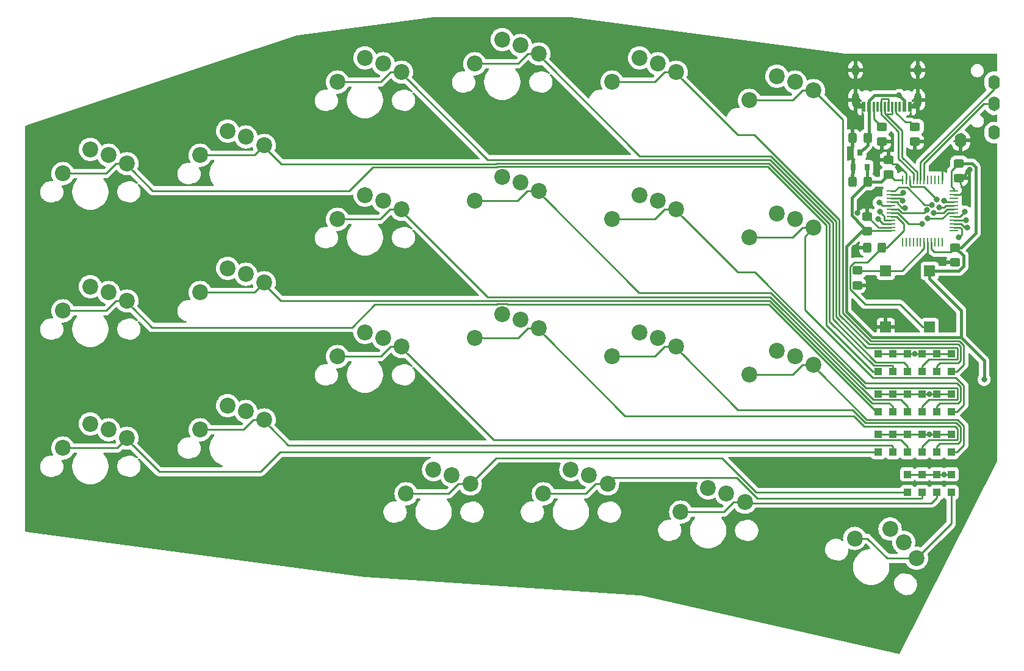
<source format=gbr>
%TF.GenerationSoftware,KiCad,Pcbnew,6.0.5-2.fc36*%
%TF.CreationDate,2022-06-13T15:26:01-05:00*%
%TF.ProjectId,left,6c656674-2e6b-4696-9361-645f70636258,rev?*%
%TF.SameCoordinates,Original*%
%TF.FileFunction,Copper,L1,Top*%
%TF.FilePolarity,Positive*%
%FSLAX46Y46*%
G04 Gerber Fmt 4.6, Leading zero omitted, Abs format (unit mm)*
G04 Created by KiCad (PCBNEW 6.0.5-2.fc36) date 2022-06-13 15:26:01*
%MOMM*%
%LPD*%
G01*
G04 APERTURE LIST*
G04 Aperture macros list*
%AMRoundRect*
0 Rectangle with rounded corners*
0 $1 Rounding radius*
0 $2 $3 $4 $5 $6 $7 $8 $9 X,Y pos of 4 corners*
0 Add a 4 corners polygon primitive as box body*
4,1,4,$2,$3,$4,$5,$6,$7,$8,$9,$2,$3,0*
0 Add four circle primitives for the rounded corners*
1,1,$1+$1,$2,$3*
1,1,$1+$1,$4,$5*
1,1,$1+$1,$6,$7*
1,1,$1+$1,$8,$9*
0 Add four rect primitives between the rounded corners*
20,1,$1+$1,$2,$3,$4,$5,0*
20,1,$1+$1,$4,$5,$6,$7,0*
20,1,$1+$1,$6,$7,$8,$9,0*
20,1,$1+$1,$8,$9,$2,$3,0*%
G04 Aperture macros list end*
%TA.AperFunction,SMDPad,CuDef*%
%ADD10RoundRect,0.249999X-0.450001X0.325001X-0.450001X-0.325001X0.450001X-0.325001X0.450001X0.325001X0*%
%TD*%
%TA.AperFunction,SMDPad,CuDef*%
%ADD11RoundRect,0.249999X0.325001X0.450001X-0.325001X0.450001X-0.325001X-0.450001X0.325001X-0.450001X0*%
%TD*%
%TA.AperFunction,SMDPad,CuDef*%
%ADD12R,0.800000X0.900000*%
%TD*%
%TA.AperFunction,SMDPad,CuDef*%
%ADD13R,1.000000X1.000000*%
%TD*%
%TA.AperFunction,SMDPad,CuDef*%
%ADD14RoundRect,0.249999X0.450001X-0.325001X0.450001X0.325001X-0.450001X0.325001X-0.450001X-0.325001X0*%
%TD*%
%TA.AperFunction,SMDPad,CuDef*%
%ADD15RoundRect,0.249999X-0.325001X-0.450001X0.325001X-0.450001X0.325001X0.450001X-0.325001X0.450001X0*%
%TD*%
%TA.AperFunction,SMDPad,CuDef*%
%ADD16R,1.500000X1.500000*%
%TD*%
%TA.AperFunction,SMDPad,CuDef*%
%ADD17R,0.600000X1.450000*%
%TD*%
%TA.AperFunction,SMDPad,CuDef*%
%ADD18R,0.300000X1.450000*%
%TD*%
%TA.AperFunction,ComponentPad*%
%ADD19O,1.000000X1.600000*%
%TD*%
%TA.AperFunction,ComponentPad*%
%ADD20O,1.000000X2.100000*%
%TD*%
%TA.AperFunction,SMDPad,CuDef*%
%ADD21R,0.250000X1.300000*%
%TD*%
%TA.AperFunction,SMDPad,CuDef*%
%ADD22R,1.300000X0.250000*%
%TD*%
%TA.AperFunction,ComponentPad*%
%ADD23O,1.600000X2.000000*%
%TD*%
%TA.AperFunction,ComponentPad*%
%ADD24O,1.000000X1.400000*%
%TD*%
%TA.AperFunction,ComponentPad*%
%ADD25C,2.200000*%
%TD*%
%TA.AperFunction,ViaPad*%
%ADD26C,0.800000*%
%TD*%
%TA.AperFunction,Conductor*%
%ADD27C,0.250000*%
%TD*%
%TA.AperFunction,Conductor*%
%ADD28C,0.381000*%
%TD*%
G04 APERTURE END LIST*
D10*
%TO.P,R7,1*%
%TO.N,Net-(J1-PadA5)*%
X228727000Y-57649000D03*
%TO.P,R7,2*%
%TO.N,GND*%
X228727000Y-59699000D03*
%TD*%
%TO.P,R6,1*%
%TO.N,Net-(J1-PadB5)*%
X224155000Y-57649000D03*
%TO.P,R6,2*%
%TO.N,GND*%
X224155000Y-59699000D03*
%TD*%
D11*
%TO.P,R1,1*%
%TO.N,Net-(R1-Pad1)*%
X224155000Y-74422000D03*
%TO.P,R1,2*%
%TO.N,GND*%
X222105000Y-74422000D03*
%TD*%
D12*
%TO.P,U2,1*%
%TO.N,GND*%
X220157000Y-63230000D03*
%TO.P,U2,2*%
%TO.N,3.3V*%
X222057000Y-63230000D03*
%TO.P,U2,3*%
%TO.N,5V*%
X221107000Y-61230000D03*
%TD*%
D13*
%TO.P,D17,1*%
%TO.N,ROW4*%
X233759440Y-105882927D03*
%TO.P,D17,2*%
%TO.N,Net-(D17-Pad2)*%
X233759440Y-108382927D03*
%TD*%
%TO.P,D19,1*%
%TO.N,ROW1*%
X225631440Y-89118927D03*
%TO.P,D19,2*%
%TO.N,Net-(D19-Pad2)*%
X225631440Y-91618927D03*
%TD*%
%TO.P,D20,1*%
%TO.N,ROW2*%
X225631440Y-94706927D03*
%TO.P,D20,2*%
%TO.N,Net-(D20-Pad2)*%
X225631440Y-97206927D03*
%TD*%
%TO.P,D21,1*%
%TO.N,ROW3*%
X225631440Y-100294927D03*
%TO.P,D21,2*%
%TO.N,Net-(D21-Pad2)*%
X225631440Y-102794927D03*
%TD*%
%TO.P,D23,1*%
%TO.N,ROW1*%
X229695440Y-89118927D03*
%TO.P,D23,2*%
%TO.N,Net-(D23-Pad2)*%
X229695440Y-91618927D03*
%TD*%
%TO.P,D24,1*%
%TO.N,ROW2*%
X229695440Y-94706927D03*
%TO.P,D24,2*%
%TO.N,Net-(D24-Pad2)*%
X229695440Y-97206927D03*
%TD*%
%TO.P,D25,1*%
%TO.N,ROW3*%
X229695440Y-100294927D03*
%TO.P,D25,2*%
%TO.N,Net-(D25-Pad2)*%
X229695440Y-102794927D03*
%TD*%
%TO.P,D26,1*%
%TO.N,ROW4*%
X229695440Y-105882927D03*
%TO.P,D26,2*%
%TO.N,Net-(D26-Pad2)*%
X229695440Y-108382927D03*
%TD*%
%TO.P,D33,1*%
%TO.N,ROW1*%
X231727440Y-89118927D03*
%TO.P,D33,2*%
%TO.N,Net-(D33-Pad2)*%
X231727440Y-91618927D03*
%TD*%
%TO.P,D34,1*%
%TO.N,ROW2*%
X231727440Y-94706927D03*
%TO.P,D34,2*%
%TO.N,Net-(D34-Pad2)*%
X231727440Y-97206927D03*
%TD*%
%TO.P,D15,1*%
%TO.N,ROW2*%
X233759440Y-94706927D03*
%TO.P,D15,2*%
%TO.N,Net-(D15-Pad2)*%
X233759440Y-97206927D03*
%TD*%
%TO.P,D36,1*%
%TO.N,ROW4*%
X231727440Y-105882927D03*
%TO.P,D36,2*%
%TO.N,Net-(D36-Pad2)*%
X231727440Y-108382927D03*
%TD*%
%TO.P,D5,1*%
%TO.N,ROW1*%
X223599440Y-89118927D03*
%TO.P,D5,2*%
%TO.N,Net-(D5-Pad2)*%
X223599440Y-91618927D03*
%TD*%
%TO.P,D6,1*%
%TO.N,ROW2*%
X223599440Y-94706927D03*
%TO.P,D6,2*%
%TO.N,Net-(D6-Pad2)*%
X223599440Y-97206927D03*
%TD*%
%TO.P,D7,1*%
%TO.N,ROW3*%
X223599440Y-100294927D03*
%TO.P,D7,2*%
%TO.N,Net-(D7-Pad2)*%
X223599440Y-102794927D03*
%TD*%
%TO.P,D9,1*%
%TO.N,ROW1*%
X227663440Y-89118927D03*
%TO.P,D9,2*%
%TO.N,Net-(D9-Pad2)*%
X227663440Y-91618927D03*
%TD*%
%TO.P,D10,1*%
%TO.N,ROW2*%
X227663440Y-94706927D03*
%TO.P,D10,2*%
%TO.N,Net-(D10-Pad2)*%
X227663440Y-97206927D03*
%TD*%
%TO.P,D11,1*%
%TO.N,ROW3*%
X227663440Y-100294927D03*
%TO.P,D11,2*%
%TO.N,Net-(D11-Pad2)*%
X227663440Y-102794927D03*
%TD*%
%TO.P,D12,1*%
%TO.N,ROW4*%
X227663440Y-105882927D03*
%TO.P,D12,2*%
%TO.N,Net-(D12-Pad2)*%
X227663440Y-108382927D03*
%TD*%
%TO.P,D14,1*%
%TO.N,ROW1*%
X233759440Y-89118927D03*
%TO.P,D14,2*%
%TO.N,Net-(D14-Pad2)*%
X233759440Y-91618927D03*
%TD*%
%TO.P,D16,1*%
%TO.N,ROW3*%
X233759440Y-100294927D03*
%TO.P,D16,2*%
%TO.N,Net-(D16-Pad2)*%
X233759440Y-102794927D03*
%TD*%
D14*
%TO.P,C1,1*%
%TO.N,GND*%
X220726000Y-79638000D03*
%TO.P,C1,2*%
%TO.N,Net-(C1-Pad2)*%
X220726000Y-77588000D03*
%TD*%
D15*
%TO.P,C6,1*%
%TO.N,GND*%
X220082000Y-65278000D03*
%TO.P,C6,2*%
%TO.N,3.3V*%
X222132000Y-65278000D03*
%TD*%
D14*
%TO.P,C3,1*%
%TO.N,GND*%
X234315000Y-76463000D03*
%TO.P,C3,2*%
%TO.N,3.3V*%
X234315000Y-74413000D03*
%TD*%
D10*
%TO.P,C5,1*%
%TO.N,GND*%
X225044000Y-62221000D03*
%TO.P,C5,2*%
%TO.N,3.3V*%
X225044000Y-64271000D03*
%TD*%
D15*
%TO.P,C7,1*%
%TO.N,GND*%
X220082000Y-59182000D03*
%TO.P,C7,2*%
%TO.N,5V*%
X222132000Y-59182000D03*
%TD*%
D16*
%TO.P,SW2,1*%
%TO.N,GND*%
X224663000Y-85434000D03*
%TO.P,SW2,2*%
%TO.N,Net-(C1-Pad2)*%
X224663000Y-77634000D03*
%TD*%
%TO.P,SW1,1*%
%TO.N,Net-(R1-Pad1)*%
X230759000Y-85434000D03*
%TO.P,SW1,2*%
%TO.N,3.3V*%
X230759000Y-77634000D03*
%TD*%
D17*
%TO.P,J1,A1*%
%TO.N,GND*%
X228040000Y-54845000D03*
%TO.P,J1,A4*%
%TO.N,5V*%
X227240000Y-54845000D03*
D18*
%TO.P,J1,A5*%
%TO.N,Net-(J1-PadA5)*%
X226040000Y-54845000D03*
%TO.P,J1,A6*%
%TO.N,D+*%
X225040000Y-54845000D03*
%TO.P,J1,A7*%
%TO.N,D-*%
X224540000Y-54845000D03*
%TO.P,J1,A8*%
%TO.N,Net-(J1-PadA8)*%
X223540000Y-54845000D03*
D17*
%TO.P,J1,A9*%
%TO.N,5V*%
X222340000Y-54845000D03*
%TO.P,J1,A12*%
%TO.N,GND*%
X221540000Y-54845000D03*
%TO.P,J1,B1*%
X221540000Y-54845000D03*
%TO.P,J1,B4*%
%TO.N,5V*%
X222340000Y-54845000D03*
D18*
%TO.P,J1,B5*%
%TO.N,Net-(J1-PadB5)*%
X223040000Y-54845000D03*
%TO.P,J1,B6*%
%TO.N,D+*%
X224040000Y-54845000D03*
%TO.P,J1,B7*%
%TO.N,D-*%
X225540000Y-54845000D03*
%TO.P,J1,B8*%
%TO.N,Net-(J1-PadB8)*%
X226540000Y-54845000D03*
D17*
%TO.P,J1,B9*%
%TO.N,5V*%
X227240000Y-54845000D03*
%TO.P,J1,B12*%
%TO.N,GND*%
X228040000Y-54845000D03*
D19*
%TO.P,J1,S1*%
X229110000Y-49750000D03*
D20*
X229110000Y-53930000D03*
X220470000Y-53930000D03*
D19*
X220470000Y-49750000D03*
%TD*%
D21*
%TO.P,U1,1*%
%TO.N,VBAT*%
X226993000Y-73692000D03*
%TO.P,U1,2*%
%TO.N,Net-(U1-Pad2)*%
X227493000Y-73692000D03*
%TO.P,U1,3*%
%TO.N,Net-(U1-Pad3)*%
X227993000Y-73692000D03*
%TO.P,U1,4*%
%TO.N,Net-(U1-Pad4)*%
X228493000Y-73692000D03*
%TO.P,U1,5*%
%TO.N,Net-(U1-Pad5)*%
X228993000Y-73692000D03*
%TO.P,U1,6*%
%TO.N,Net-(U1-Pad6)*%
X229493000Y-73692000D03*
%TO.P,U1,7*%
%TO.N,Net-(C1-Pad2)*%
X229993000Y-73692000D03*
%TO.P,U1,8*%
%TO.N,GND*%
X230493000Y-73692000D03*
%TO.P,U1,9*%
%TO.N,3.3V*%
X230993000Y-73692000D03*
%TO.P,U1,10*%
%TO.N,Net-(U1-Pad10)*%
X231493000Y-73692000D03*
%TO.P,U1,11*%
%TO.N,Net-(U1-Pad11)*%
X231993000Y-73692000D03*
%TO.P,U1,12*%
%TO.N,Net-(U1-Pad12)*%
X232493000Y-73692000D03*
D22*
%TO.P,U1,13*%
%TO.N,Net-(U1-Pad13)*%
X234093000Y-72092000D03*
%TO.P,U1,14*%
%TO.N,PA4*%
X234093000Y-71592000D03*
%TO.P,U1,15*%
%TO.N,PA5*%
X234093000Y-71092000D03*
%TO.P,U1,16*%
%TO.N,PA6*%
X234093000Y-70592000D03*
%TO.P,U1,17*%
%TO.N,PA7*%
X234093000Y-70092000D03*
%TO.P,U1,18*%
%TO.N,ROW1*%
X234093000Y-69592000D03*
%TO.P,U1,19*%
%TO.N,ROW2*%
X234093000Y-69092000D03*
%TO.P,U1,20*%
%TO.N,ROW3*%
X234093000Y-68592000D03*
%TO.P,U1,21*%
%TO.N,ROW4*%
X234093000Y-68092000D03*
%TO.P,U1,22*%
%TO.N,Net-(U1-Pad22)*%
X234093000Y-67592000D03*
%TO.P,U1,23*%
%TO.N,GND*%
X234093000Y-67092000D03*
%TO.P,U1,24*%
%TO.N,3.3V*%
X234093000Y-66592000D03*
D21*
%TO.P,U1,25*%
%TO.N,GND*%
X232493000Y-64992000D03*
%TO.P,U1,26*%
%TO.N,Net-(U1-Pad26)*%
X231993000Y-64992000D03*
%TO.P,U1,27*%
%TO.N,Net-(U1-Pad27)*%
X231493000Y-64992000D03*
%TO.P,U1,28*%
%TO.N,Net-(U1-Pad28)*%
X230993000Y-64992000D03*
%TO.P,U1,29*%
%TO.N,Net-(U1-Pad29)*%
X230493000Y-64992000D03*
%TO.P,U1,30*%
%TO.N,TX*%
X229993000Y-64992000D03*
%TO.P,U1,31*%
%TO.N,RX*%
X229493000Y-64992000D03*
%TO.P,U1,32*%
%TO.N,D-*%
X228993000Y-64992000D03*
%TO.P,U1,33*%
%TO.N,D+*%
X228493000Y-64992000D03*
%TO.P,U1,34*%
%TO.N,SWDIO*%
X227993000Y-64992000D03*
%TO.P,U1,35*%
%TO.N,GND*%
X227493000Y-64992000D03*
%TO.P,U1,36*%
%TO.N,3.3V*%
X226993000Y-64992000D03*
D22*
%TO.P,U1,37*%
%TO.N,SWDCLK*%
X225393000Y-66592000D03*
%TO.P,U1,38*%
%TO.N,COL1*%
X225393000Y-67092000D03*
%TO.P,U1,39*%
%TO.N,COL2*%
X225393000Y-67592000D03*
%TO.P,U1,40*%
%TO.N,COL3*%
X225393000Y-68092000D03*
%TO.P,U1,41*%
%TO.N,COL4*%
X225393000Y-68592000D03*
%TO.P,U1,42*%
%TO.N,PB6*%
X225393000Y-69092000D03*
%TO.P,U1,43*%
%TO.N,PB7*%
X225393000Y-69592000D03*
%TO.P,U1,44*%
%TO.N,Net-(R1-Pad1)*%
X225393000Y-70092000D03*
%TO.P,U1,45*%
%TO.N,COL5*%
X225393000Y-70592000D03*
%TO.P,U1,46*%
%TO.N,COL6*%
X225393000Y-71092000D03*
%TO.P,U1,47*%
%TO.N,GND*%
X225393000Y-71592000D03*
%TO.P,U1,48*%
%TO.N,3.3V*%
X225393000Y-72092000D03*
%TD*%
D14*
%TO.P,C2,1*%
%TO.N,GND*%
X234823000Y-64779000D03*
%TO.P,C2,2*%
%TO.N,3.3V*%
X234823000Y-62729000D03*
%TD*%
D13*
%TO.P,D35,1*%
%TO.N,ROW3*%
X231727440Y-100294927D03*
%TO.P,D35,2*%
%TO.N,Net-(D35-Pad2)*%
X231727440Y-102794927D03*
%TD*%
D10*
%TO.P,C4,1*%
%TO.N,GND*%
X222123000Y-70095000D03*
%TO.P,C4,2*%
%TO.N,3.3V*%
X222123000Y-72145000D03*
%TD*%
D23*
%TO.P,J2,1*%
%TO.N,GND*%
X235063000Y-59560000D03*
D24*
X235063000Y-59560000D03*
%TO.P,J2,2*%
%TO.N,5V*%
X239663000Y-58460000D03*
D23*
X239663000Y-58460000D03*
%TO.P,J2,3*%
%TO.N,TX*%
X239663000Y-54460000D03*
D24*
X239663000Y-54460000D03*
D23*
%TO.P,J2,4*%
%TO.N,RX*%
X239663000Y-51460000D03*
D24*
X239663000Y-51460000D03*
%TD*%
D25*
%TO.P,SW3,1*%
%TO.N,Net-(D5-Pad2)*%
X119400000Y-62775000D03*
X110490000Y-64135000D03*
%TO.P,SW3,2*%
%TO.N,COL1*%
X114300000Y-60775000D03*
X116840000Y-61595000D03*
%TD*%
%TO.P,SW24,1*%
%TO.N,Net-(D26-Pad2)*%
X186075000Y-107225000D03*
X177165000Y-108585000D03*
%TO.P,SW24,2*%
%TO.N,COL4*%
X183515000Y-106045000D03*
X180975000Y-105225000D03*
%TD*%
%TO.P,SW34,1*%
%TO.N,Net-(D36-Pad2)*%
X196215000Y-111125000D03*
X205125000Y-109765000D03*
%TO.P,SW34,2*%
%TO.N,COL5*%
X202565000Y-108585000D03*
X200025000Y-107765000D03*
%TD*%
%TO.P,SW33,1*%
%TO.N,Net-(D35-Pad2)*%
X186690000Y-89535000D03*
X195600000Y-88175000D03*
%TO.P,SW33,2*%
%TO.N,COL5*%
X190500000Y-86175000D03*
X193040000Y-86995000D03*
%TD*%
%TO.P,SW32,1*%
%TO.N,Net-(D34-Pad2)*%
X186690000Y-70485000D03*
X195600000Y-69125000D03*
%TO.P,SW32,2*%
%TO.N,COL5*%
X193040000Y-67945000D03*
X190500000Y-67125000D03*
%TD*%
%TO.P,SW31,1*%
%TO.N,Net-(D33-Pad2)*%
X186690000Y-51435000D03*
X195600000Y-50075000D03*
%TO.P,SW31,2*%
%TO.N,COL5*%
X193040000Y-48895000D03*
X190500000Y-48075000D03*
%TD*%
%TO.P,SW23,1*%
%TO.N,Net-(D25-Pad2)*%
X167640000Y-86995000D03*
X176550000Y-85635000D03*
%TO.P,SW23,2*%
%TO.N,COL4*%
X171450000Y-83635000D03*
X173990000Y-84455000D03*
%TD*%
%TO.P,SW22,1*%
%TO.N,Net-(D24-Pad2)*%
X167640000Y-67945000D03*
X176550000Y-66585000D03*
%TO.P,SW22,2*%
%TO.N,COL4*%
X173990000Y-65405000D03*
X171450000Y-64585000D03*
%TD*%
%TO.P,SW21,1*%
%TO.N,Net-(D23-Pad2)*%
X167640000Y-48895000D03*
X176550000Y-47535000D03*
%TO.P,SW21,2*%
%TO.N,COL4*%
X171450000Y-45535000D03*
X173990000Y-46355000D03*
%TD*%
%TO.P,SW19,1*%
%TO.N,Net-(D21-Pad2)*%
X129540000Y-99695000D03*
X138450000Y-98335000D03*
%TO.P,SW19,2*%
%TO.N,COL2*%
X133350000Y-96335000D03*
X135890000Y-97155000D03*
%TD*%
%TO.P,SW18,1*%
%TO.N,Net-(D20-Pad2)*%
X138450000Y-79285000D03*
X129540000Y-80645000D03*
%TO.P,SW18,2*%
%TO.N,COL2*%
X133350000Y-77285000D03*
X135890000Y-78105000D03*
%TD*%
%TO.P,SW17,1*%
%TO.N,Net-(D19-Pad2)*%
X129540000Y-61595000D03*
X138450000Y-60235000D03*
%TO.P,SW17,2*%
%TO.N,COL2*%
X135890000Y-59055000D03*
X133350000Y-58235000D03*
%TD*%
%TO.P,SW14,1*%
%TO.N,Net-(D16-Pad2)*%
X205740000Y-92075000D03*
X214650000Y-90715000D03*
%TO.P,SW14,2*%
%TO.N,COL6*%
X209550000Y-88715000D03*
X212090000Y-89535000D03*
%TD*%
%TO.P,SW12,1*%
%TO.N,Net-(D14-Pad2)*%
X214650000Y-52615000D03*
X205740000Y-53975000D03*
%TO.P,SW12,2*%
%TO.N,COL6*%
X209550000Y-50615000D03*
X212090000Y-51435000D03*
%TD*%
%TO.P,SW10,1*%
%TO.N,Net-(D12-Pad2)*%
X158115000Y-108585000D03*
X167025000Y-107225000D03*
%TO.P,SW10,2*%
%TO.N,COL3*%
X164465000Y-106045000D03*
X161925000Y-105225000D03*
%TD*%
%TO.P,SW9,1*%
%TO.N,Net-(D11-Pad2)*%
X157500000Y-88175000D03*
X148590000Y-89535000D03*
%TO.P,SW9,2*%
%TO.N,COL3*%
X154940000Y-86995000D03*
X152400000Y-86175000D03*
%TD*%
%TO.P,SW8,1*%
%TO.N,Net-(D10-Pad2)*%
X148590000Y-70485000D03*
X157500000Y-69125000D03*
%TO.P,SW8,2*%
%TO.N,COL3*%
X152400000Y-67125000D03*
X154940000Y-67945000D03*
%TD*%
%TO.P,SW13,1*%
%TO.N,Net-(D15-Pad2)*%
X205740000Y-73025000D03*
X214650000Y-71665000D03*
%TO.P,SW13,2*%
%TO.N,COL6*%
X212090000Y-70485000D03*
X209550000Y-69665000D03*
%TD*%
%TO.P,SW7,1*%
%TO.N,Net-(D9-Pad2)*%
X148590000Y-51435000D03*
X157500000Y-50075000D03*
%TO.P,SW7,2*%
%TO.N,COL3*%
X152400000Y-48075000D03*
X154940000Y-48895000D03*
%TD*%
%TO.P,SW5,1*%
%TO.N,Net-(D7-Pad2)*%
X110490000Y-102235000D03*
X119400000Y-100875000D03*
%TO.P,SW5,2*%
%TO.N,COL1*%
X114300000Y-98875000D03*
X116840000Y-99695000D03*
%TD*%
%TO.P,SW4,1*%
%TO.N,Net-(D6-Pad2)*%
X110490000Y-83185000D03*
X119400000Y-81825000D03*
%TO.P,SW4,2*%
%TO.N,COL1*%
X114300000Y-79825000D03*
X116840000Y-80645000D03*
%TD*%
%TO.P,SW15,1*%
%TO.N,Net-(D17-Pad2)*%
X228935337Y-117530365D03*
X220354643Y-114771853D03*
%TO.P,SW15,2*%
%TO.N,COL6*%
X225263567Y-113464887D03*
X227170818Y-115332076D03*
%TD*%
D26*
%TO.N,GND*%
X220726000Y-69596000D03*
X220345000Y-74422000D03*
X227965000Y-80137000D03*
X238252000Y-71755000D03*
X221996000Y-83947000D03*
X236347000Y-63627000D03*
X235712000Y-81280000D03*
X223520000Y-61214000D03*
X230505000Y-59690000D03*
%TO.N,5V*%
X226507489Y-53279489D03*
%TO.N,3.3V*%
X238315000Y-92710000D03*
%TO.N,PA4*%
X234823000Y-73025000D03*
%TO.N,PA5*%
X235966000Y-71628000D03*
%TO.N,PA6*%
X235819000Y-70592000D03*
%TO.N,PA7*%
X235616000Y-69469000D03*
%TO.N,ROW1*%
X228727000Y-89118927D03*
X230505000Y-70358000D03*
%TO.N,ROW2*%
X230759000Y-94706927D03*
X231295661Y-69612394D03*
%TO.N,ROW3*%
X230759000Y-100294927D03*
X232035892Y-68843108D03*
%TO.N,ROW4*%
X232727096Y-67934685D03*
X232791000Y-105882927D03*
%TO.N,SWDIO*%
X231733288Y-67744851D03*
%TO.N,SWDCLK*%
X231039426Y-68464974D03*
%TO.N,COL1*%
X227075996Y-66802000D03*
%TO.N,COL2*%
X227035097Y-67928177D03*
%TO.N,COL3*%
X227296223Y-68893494D03*
%TO.N,COL4*%
X223773988Y-68199000D03*
%TO.N,PB6*%
X230377996Y-69215000D03*
%TO.N,PB7*%
X229743000Y-71120000D03*
%TO.N,COL5*%
X223830091Y-69450510D03*
%TO.N,COL6*%
X223647000Y-70484902D03*
%TD*%
D27*
%TO.N,GND*%
X235331000Y-66302999D02*
X234823000Y-64779000D01*
X223529000Y-71501000D02*
X222123000Y-70095000D01*
X234823000Y-64779000D02*
X234823000Y-64779000D01*
X234953002Y-67092000D02*
X235331000Y-66714002D01*
X226245372Y-62844372D02*
X225667372Y-62844372D01*
X227493000Y-64992000D02*
X227493000Y-64092000D01*
X227913000Y-54972000D02*
X228068000Y-54972000D01*
X234093000Y-67092000D02*
X234953002Y-67092000D01*
D28*
X234823000Y-64779000D02*
X235195000Y-64779000D01*
D27*
X223620000Y-71592000D02*
X223529000Y-71501000D01*
X232493000Y-64992000D02*
X232493000Y-63583000D01*
X235331000Y-66714002D02*
X235331000Y-66302999D01*
X225393000Y-71592000D02*
X223620000Y-71592000D01*
D28*
X228195000Y-54845000D02*
X229110000Y-53930000D01*
X228040000Y-54845000D02*
X228195000Y-54845000D01*
X235195000Y-64779000D02*
X236347000Y-63627000D01*
D27*
X225667372Y-62844372D02*
X225044000Y-62221000D01*
D28*
X221540000Y-54845000D02*
X221385000Y-54845000D01*
D27*
X230493000Y-73692000D02*
X230493000Y-75426000D01*
D28*
X221385000Y-54845000D02*
X220470000Y-53930000D01*
D27*
X227493000Y-64092000D02*
X226245372Y-62844372D01*
D28*
%TO.N,5V*%
X226507489Y-53279489D02*
X227240000Y-54012000D01*
X222340000Y-54845000D02*
X222340000Y-58974000D01*
X226507489Y-53279489D02*
X226507489Y-53279489D01*
X222340000Y-54845000D02*
X222340000Y-54018942D01*
X222132000Y-59182000D02*
X222132000Y-60205000D01*
X222132000Y-60205000D02*
X221107000Y-61230000D01*
X227240000Y-54012000D02*
X227240000Y-54845000D01*
X223079453Y-53279489D02*
X226507489Y-53279489D01*
X222340000Y-54018942D02*
X223079453Y-53279489D01*
D27*
%TO.N,Net-(J1-PadA5)*%
X226060000Y-55703590D02*
X227382038Y-57025628D01*
X226060000Y-54904000D02*
X226060000Y-55703590D01*
X226040000Y-54845000D02*
X226040000Y-54884000D01*
X228103628Y-57025628D02*
X228727000Y-57649000D01*
X226040000Y-54884000D02*
X226060000Y-54904000D01*
X227382038Y-57025628D02*
X228103628Y-57025628D01*
%TO.N,D-*%
X228993000Y-63955590D02*
X226891010Y-61853600D01*
X224615001Y-55895001D02*
X225464999Y-55895001D01*
X228993000Y-64992000D02*
X228993000Y-63955590D01*
X225464999Y-55895001D02*
X225540000Y-55820000D01*
X224540000Y-55809400D02*
X224540000Y-54845000D01*
X226891010Y-61853600D02*
X226891010Y-58160410D01*
X224540000Y-54845000D02*
X224540000Y-55820000D01*
X224540000Y-55820000D02*
X224615001Y-55895001D01*
X225540000Y-55820000D02*
X225540000Y-54845000D01*
X226891010Y-58160410D02*
X224540000Y-55809400D01*
%TO.N,D+*%
X224439201Y-56345011D02*
X224428600Y-56345010D01*
X228493000Y-64992000D02*
X228493000Y-64092000D01*
X224040000Y-55820000D02*
X224040000Y-54845000D01*
X224428600Y-56345010D02*
X224040000Y-55956410D01*
X224115001Y-53794999D02*
X224964999Y-53794999D01*
X226440999Y-58346809D02*
X224439201Y-56345011D01*
X224040000Y-54845000D02*
X224040000Y-53870000D01*
X224040000Y-53870000D02*
X224115001Y-53794999D01*
X224964999Y-53794999D02*
X225040000Y-53870000D01*
X226440999Y-62039999D02*
X226440999Y-58346809D01*
X225040000Y-53870000D02*
X225040000Y-54845000D01*
X224040000Y-55956410D02*
X224040000Y-55820000D01*
X228493000Y-64092000D02*
X226440999Y-62039999D01*
%TO.N,Net-(J1-PadB5)*%
X223040000Y-54845000D02*
X223040000Y-56534000D01*
X223040000Y-56534000D02*
X224155000Y-57649000D01*
%TO.N,Net-(R1-Pad1)*%
X226621000Y-82296000D02*
X229759000Y-85434000D01*
X227203000Y-71146094D02*
X227203000Y-72049000D01*
X227203000Y-72049000D02*
X224830000Y-74422000D01*
X225393000Y-70092000D02*
X226148906Y-70092000D01*
X224830000Y-74422000D02*
X224155000Y-74422000D01*
X226148906Y-70092000D02*
X227203000Y-71146094D01*
X229759000Y-85434000D02*
X230759000Y-85434000D01*
X219700990Y-80201180D02*
X221795810Y-82296000D01*
X222123000Y-76454000D02*
X220271810Y-76454000D01*
X224155000Y-74422000D02*
X222123000Y-76454000D01*
X220271810Y-76454000D02*
X219700990Y-77024820D01*
X221795810Y-82296000D02*
X226621000Y-82296000D01*
X219700990Y-77024820D02*
X219700990Y-80201180D01*
%TO.N,3.3V*%
X234199628Y-63352372D02*
X234823000Y-62729000D01*
X230993000Y-74592000D02*
X231437372Y-75036372D01*
D28*
X222057000Y-63230000D02*
X222057000Y-65203000D01*
X234315000Y-74413000D02*
X235458000Y-75556000D01*
X231890000Y-77634000D02*
X230759000Y-77634000D01*
D27*
X226993000Y-64992000D02*
X225892000Y-64992000D01*
D28*
X219185480Y-83277451D02*
X222786423Y-86878394D01*
X222123000Y-72145000D02*
X221323000Y-72145000D01*
D27*
X231437372Y-75036372D02*
X233691628Y-75036372D01*
X222176000Y-72092000D02*
X222123000Y-72145000D01*
D28*
X234824820Y-77634000D02*
X231890000Y-77634000D01*
X221323000Y-72145000D02*
X219185480Y-74282520D01*
X224037000Y-65278000D02*
X225044000Y-64271000D01*
X238315000Y-90087622D02*
X238315000Y-92144315D01*
D27*
X225892000Y-64992000D02*
X225171000Y-64271000D01*
X234093000Y-66217000D02*
X233797990Y-65921990D01*
X225171000Y-64271000D02*
X225053000Y-64389000D01*
D28*
X219935499Y-67474501D02*
X219935499Y-69957499D01*
X235458000Y-77000820D02*
X234824820Y-77634000D01*
X237137501Y-72390499D02*
X237137501Y-63247559D01*
X235115000Y-74413000D02*
X237137501Y-72390499D01*
X230759000Y-77634000D02*
X230759000Y-78765000D01*
D27*
X225393000Y-72092000D02*
X222176000Y-72092000D01*
X234093000Y-66592000D02*
X234093000Y-66217000D01*
D28*
X222786423Y-86878394D02*
X235105772Y-86878394D01*
X237137501Y-63247559D02*
X236618942Y-62729000D01*
D27*
X233797990Y-65921990D02*
X233797990Y-63754010D01*
D28*
X235105772Y-86878394D02*
X238315000Y-90087622D01*
X222057000Y-65203000D02*
X222132000Y-65278000D01*
X221499628Y-71521628D02*
X222123000Y-72145000D01*
X235623000Y-62729000D02*
X234823000Y-62729000D01*
X219185480Y-74282520D02*
X219185480Y-83277451D01*
X235458000Y-75556000D02*
X235458000Y-77000820D01*
X219935499Y-69957499D02*
X221499628Y-71521628D01*
X230759000Y-78765000D02*
X235105772Y-83111772D01*
D27*
X233691628Y-75036372D02*
X234315000Y-74413000D01*
D28*
X234315000Y-74413000D02*
X235115000Y-74413000D01*
X222132000Y-65278000D02*
X224037000Y-65278000D01*
D27*
X230993000Y-73692000D02*
X230993000Y-74592000D01*
D28*
X222132000Y-65278000D02*
X219935499Y-67474501D01*
X238315000Y-92144315D02*
X238315000Y-92710000D01*
X236618942Y-62729000D02*
X235623000Y-62729000D01*
D27*
X233797990Y-63754010D02*
X234199628Y-63352372D01*
D28*
X235105772Y-83111772D02*
X235105772Y-86878394D01*
D27*
%TO.N,Net-(C1-Pad2)*%
X220772000Y-77634000D02*
X220726000Y-77588000D01*
X224663000Y-77634000D02*
X220772000Y-77634000D01*
X226911002Y-77634000D02*
X225663000Y-77634000D01*
X229993000Y-74552002D02*
X226911002Y-77634000D01*
X229993000Y-73692000D02*
X229993000Y-74552002D01*
X225663000Y-77634000D02*
X224663000Y-77634000D01*
%TO.N,PA4*%
X234093000Y-71592000D02*
X234993000Y-71592000D01*
X235222999Y-71821999D02*
X235222999Y-72625001D01*
X234993000Y-71592000D02*
X235222999Y-71821999D01*
X235222999Y-72625001D02*
X234823000Y-73025000D01*
%TO.N,PA5*%
X235665410Y-71628000D02*
X235966000Y-71628000D01*
X235129410Y-71092000D02*
X235665410Y-71628000D01*
X234093000Y-71092000D02*
X235129410Y-71092000D01*
X235711998Y-71628000D02*
X235966000Y-71628000D01*
%TO.N,PA6*%
X235819000Y-70592000D02*
X235819000Y-70592000D01*
X234093000Y-70592000D02*
X235819000Y-70592000D01*
%TO.N,PA7*%
X235616000Y-69469000D02*
X235616000Y-69469000D01*
X234093000Y-70092000D02*
X234993000Y-70092000D01*
X234993000Y-70092000D02*
X235616000Y-69469000D01*
%TO.N,ROW1*%
X230759000Y-89118927D02*
X233759440Y-89118927D01*
X230505000Y-70358000D02*
X230505000Y-70358000D01*
X228727000Y-89118927D02*
X230759000Y-89118927D01*
X232539820Y-70358000D02*
X230505000Y-70358000D01*
X233305820Y-69592000D02*
X232539820Y-70358000D01*
X223599440Y-89118927D02*
X228727000Y-89118927D01*
X234093000Y-69592000D02*
X233305820Y-69592000D01*
%TO.N,ROW2*%
X230759000Y-94706927D02*
X233759440Y-94706927D01*
X231267000Y-69596000D02*
X231267000Y-69596000D01*
X223599440Y-94706927D02*
X230759000Y-94706927D01*
X232649016Y-69612394D02*
X231861346Y-69612394D01*
X233169410Y-69092000D02*
X232649016Y-69612394D01*
X234093000Y-69092000D02*
X233169410Y-69092000D01*
X234089000Y-69088000D02*
X234093000Y-69092000D01*
X231861346Y-69612394D02*
X231295661Y-69612394D01*
%TO.N,ROW3*%
X232029000Y-68834000D02*
X232029000Y-68834000D01*
X230759000Y-100294927D02*
X233759440Y-100294927D01*
X234093000Y-68592000D02*
X233033000Y-68592000D01*
X232601577Y-68843108D02*
X232035892Y-68843108D01*
X232781892Y-68843108D02*
X232601577Y-68843108D01*
X223599440Y-100294927D02*
X230759000Y-100294927D01*
X233033000Y-68592000D02*
X232781892Y-68843108D01*
%TO.N,ROW4*%
X232791000Y-105882927D02*
X233759440Y-105882927D01*
X232884411Y-68092000D02*
X232727096Y-67934685D01*
X234093000Y-68092000D02*
X232884411Y-68092000D01*
X227663440Y-105882927D02*
X232791000Y-105882927D01*
%TO.N,SWDIO*%
X228204415Y-65967001D02*
X229955438Y-65967001D01*
X229955438Y-65967001D02*
X231333289Y-67344852D01*
X227993000Y-64992000D02*
X227993000Y-65755585D01*
X231333289Y-67344852D02*
X231733288Y-67744851D01*
X227993000Y-65755585D02*
X228204415Y-65967001D01*
%TO.N,SWDCLK*%
X230473741Y-68464974D02*
X231039426Y-68464974D01*
X225393000Y-66592000D02*
X225918000Y-66592000D01*
X226470000Y-66040000D02*
X227641007Y-66040000D01*
X225918000Y-66592000D02*
X226470000Y-66040000D01*
X227641007Y-66040000D02*
X230065981Y-68464974D01*
X230065981Y-68464974D02*
X230473741Y-68464974D01*
%TO.N,COL1*%
X226785996Y-67092000D02*
X227075996Y-66802000D01*
X225393000Y-67092000D02*
X226785996Y-67092000D01*
%TO.N,COL2*%
X226698920Y-67592000D02*
X227035097Y-67928177D01*
X225393000Y-67592000D02*
X226698920Y-67592000D01*
%TO.N,COL3*%
X226310096Y-68276178D02*
X226927412Y-68893494D01*
X226293000Y-68092000D02*
X226310096Y-68109096D01*
X226927412Y-68893494D02*
X227296223Y-68893494D01*
X225393000Y-68092000D02*
X226293000Y-68092000D01*
X226310096Y-68109096D02*
X226310096Y-68276178D01*
%TO.N,COL4*%
X225393000Y-68592000D02*
X224166988Y-68592000D01*
X224166988Y-68592000D02*
X223773988Y-68199000D01*
%TO.N,PB6*%
X229974501Y-69618495D02*
X229977997Y-69614999D01*
X226948222Y-69618495D02*
X229974501Y-69618495D01*
X226421727Y-69092000D02*
X226948222Y-69618495D01*
X229977997Y-69614999D02*
X230377996Y-69215000D01*
X225393000Y-69092000D02*
X226421727Y-69092000D01*
%TO.N,PB7*%
X226285316Y-69592000D02*
X227813316Y-71120000D01*
X225393000Y-69592000D02*
X226285316Y-69592000D01*
X229177315Y-71120000D02*
X229743000Y-71120000D01*
X227813316Y-71120000D02*
X229177315Y-71120000D01*
%TO.N,COL5*%
X224230090Y-69850509D02*
X223830091Y-69450510D01*
X224493000Y-70592000D02*
X224417999Y-70516999D01*
X193299999Y-49175001D02*
X193000000Y-49475000D01*
X224417999Y-70516999D02*
X224417999Y-70038418D01*
X224417999Y-70038418D02*
X224230090Y-69850509D01*
X225393000Y-70592000D02*
X224493000Y-70592000D01*
%TO.N,COL6*%
X224046999Y-70884901D02*
X223647000Y-70484902D01*
X224254098Y-71092000D02*
X224046999Y-70884901D01*
X225393000Y-71092000D02*
X224254098Y-71092000D01*
%TO.N,TX*%
X229993000Y-62742000D02*
X238275000Y-54460000D01*
X229993000Y-64992000D02*
X229993000Y-62742000D01*
X238275000Y-54460000D02*
X238913000Y-54460000D01*
X238913000Y-54460000D02*
X239663000Y-54460000D01*
X239663000Y-55410000D02*
X239663000Y-54460000D01*
%TO.N,RX*%
X229493000Y-64992000D02*
X229493000Y-62605590D01*
X239663000Y-52435590D02*
X239663000Y-52410000D01*
X229493000Y-62605590D02*
X239663000Y-52435590D01*
X239663000Y-52410000D02*
X239663000Y-51460000D01*
%TO.N,Net-(D26-Pad2)*%
X184444002Y-107225000D02*
X183084002Y-108585000D01*
X229695440Y-108382927D02*
X229695440Y-109132927D01*
X186974999Y-106325001D02*
X185975000Y-107325000D01*
X203988001Y-106325001D02*
X186974999Y-106325001D01*
X186075000Y-107225000D02*
X184444002Y-107225000D01*
X178720634Y-108585000D02*
X177165000Y-108585000D01*
X229695440Y-109132927D02*
X229620439Y-109207928D01*
X229620439Y-109207928D02*
X206870928Y-109207928D01*
X183084002Y-108585000D02*
X178720634Y-108585000D01*
X206870928Y-109207928D02*
X203988001Y-106325001D01*
%TO.N,Net-(D36-Pad2)*%
X230995367Y-109865000D02*
X206439213Y-109865000D01*
X206439213Y-109865000D02*
X205025000Y-109865000D01*
X203569366Y-109765000D02*
X202209366Y-111125000D01*
X197770634Y-111125000D02*
X196215000Y-111125000D01*
X231727440Y-109132927D02*
X230995367Y-109865000D01*
X205125000Y-109765000D02*
X203569366Y-109765000D01*
X231727440Y-108382927D02*
X231727440Y-109132927D01*
X202209366Y-111125000D02*
X197770634Y-111125000D01*
%TO.N,Net-(D35-Pad2)*%
X221846599Y-98748009D02*
X220038591Y-96940001D01*
X232202428Y-101569939D02*
X234705839Y-101569939D01*
X231727440Y-102794927D02*
X231727440Y-102044927D01*
X204165001Y-96940001D02*
X196499999Y-89274999D01*
X234433936Y-98748010D02*
X221846599Y-98748009D01*
X234705839Y-101569939D02*
X235034452Y-101241329D01*
X192609002Y-89535000D02*
X188245634Y-89535000D01*
X235034452Y-99348526D02*
X234433936Y-98748010D01*
X196499999Y-89274999D02*
X195500000Y-88275000D01*
X235034452Y-101241329D02*
X235034452Y-99348526D01*
X195600000Y-88175000D02*
X193969002Y-88175000D01*
X193969002Y-88175000D02*
X192609002Y-89535000D01*
X231727440Y-102044927D02*
X232202428Y-101569939D01*
X188245634Y-89535000D02*
X186690000Y-89535000D01*
X220038591Y-96940001D02*
X204165001Y-96940001D01*
%TO.N,Net-(D34-Pad2)*%
X192609002Y-70485000D02*
X188245634Y-70485000D01*
X234705841Y-95981939D02*
X235034452Y-95653328D01*
X235034452Y-95653328D02*
X235034452Y-93760526D01*
X234491925Y-93218000D02*
X221874640Y-93218000D01*
X206507640Y-77851000D02*
X204126000Y-77851000D01*
X231727440Y-97206927D02*
X231727440Y-96456927D01*
X195600000Y-69125000D02*
X193969002Y-69125000D01*
X188245634Y-70485000D02*
X186690000Y-70485000D01*
X196499999Y-70224999D02*
X195500000Y-69225000D01*
X232202428Y-95981939D02*
X234705841Y-95981939D01*
X235034452Y-93760526D02*
X234491925Y-93218000D01*
X193969002Y-69125000D02*
X192609002Y-70485000D01*
X231727440Y-96456927D02*
X232202428Y-95981939D01*
X204126000Y-77851000D02*
X196499999Y-70224999D01*
X221874640Y-93218000D02*
X206507640Y-77851000D01*
%TO.N,Net-(D33-Pad2)*%
X195600000Y-50075000D02*
X193969002Y-50075000D01*
X222336915Y-87843915D02*
X218208044Y-83715044D01*
X218208044Y-83715044D02*
X218208044Y-70568398D01*
X192609002Y-51435000D02*
X188245634Y-51435000D01*
X235034452Y-90065328D02*
X235034452Y-88172526D01*
X193969002Y-50075000D02*
X192609002Y-51435000D01*
X232202428Y-90393939D02*
X234705841Y-90393939D01*
X196499999Y-51174999D02*
X195500000Y-50175000D01*
X231727440Y-91618927D02*
X231727440Y-90868927D01*
X204126000Y-58801000D02*
X196499999Y-51174999D01*
X234705841Y-90393939D02*
X235034452Y-90065328D01*
X188245634Y-51435000D02*
X186690000Y-51435000D01*
X231727440Y-90868927D02*
X232202428Y-90393939D01*
X206440646Y-58801000D02*
X204126000Y-58801000D01*
X218208044Y-70568398D02*
X206440646Y-58801000D01*
X234705841Y-87843915D02*
X222336915Y-87843915D01*
X235034452Y-88172526D02*
X234705841Y-87843915D01*
%TO.N,Net-(D25-Pad2)*%
X188505000Y-97790000D02*
X177449999Y-86734999D01*
X173634366Y-86995000D02*
X169195634Y-86995000D01*
X221660198Y-99198018D02*
X220252180Y-97790000D01*
X177449999Y-86734999D02*
X176450000Y-85735000D01*
X234584441Y-101054928D02*
X234584441Y-99534926D01*
X229695440Y-102794927D02*
X229695440Y-102044927D01*
X220252180Y-97790000D02*
X188505000Y-97790000D01*
X234519440Y-101119928D02*
X234584441Y-101054928D01*
X234584441Y-99534926D02*
X234247535Y-99198020D01*
X169195634Y-86995000D02*
X167640000Y-86995000D01*
X229695440Y-102044927D02*
X230620439Y-101119928D01*
X176550000Y-85635000D02*
X174994366Y-85635000D01*
X234247535Y-99198020D02*
X221660198Y-99198018D01*
X230620439Y-101119928D02*
X234519440Y-101119928D01*
X174994366Y-85635000D02*
X173634366Y-86995000D01*
%TO.N,Net-(D24-Pad2)*%
X190455001Y-80690001D02*
X177449999Y-67684999D01*
X177449999Y-67684999D02*
X176450000Y-66685000D01*
X234519441Y-95531928D02*
X234584441Y-95466928D01*
X234519441Y-93881926D02*
X221902156Y-93881926D01*
X234584441Y-93946926D02*
X234519441Y-93881926D01*
X229695440Y-97206927D02*
X229695440Y-96456927D01*
X176550000Y-66585000D02*
X174919002Y-66585000D01*
X169195634Y-67945000D02*
X167640000Y-67945000D01*
X208710231Y-80690001D02*
X190455001Y-80690001D01*
X221902156Y-93881926D02*
X208710231Y-80690001D01*
X229695440Y-96456927D02*
X230620439Y-95531928D01*
X234584441Y-95466928D02*
X234584441Y-93946926D01*
X173559002Y-67945000D02*
X169195634Y-67945000D01*
X230620439Y-95531928D02*
X234519441Y-95531928D01*
X174919002Y-66585000D02*
X173559002Y-67945000D01*
%TO.N,Net-(D23-Pad2)*%
X208725235Y-61722000D02*
X190537000Y-61722000D01*
X176550000Y-47535000D02*
X174994366Y-47535000D01*
X230620439Y-89943928D02*
X234519441Y-89943928D01*
X177449999Y-48634999D02*
X176450000Y-47635000D01*
X169195634Y-48895000D02*
X167640000Y-48895000D01*
X229695440Y-90868927D02*
X230620439Y-89943928D01*
X234584441Y-89878928D02*
X234584441Y-88358926D01*
X234519441Y-88293926D02*
X222024926Y-88293926D01*
X234519441Y-89943928D02*
X234584441Y-89878928D01*
X173634366Y-48895000D02*
X169195634Y-48895000D01*
X174994366Y-47535000D02*
X173634366Y-48895000D01*
X217758033Y-84027033D02*
X217758033Y-70754798D01*
X217758033Y-70754798D02*
X208725235Y-61722000D01*
X229695440Y-91618927D02*
X229695440Y-90868927D01*
X222024926Y-88293926D02*
X217758033Y-84027033D01*
X234584441Y-88358926D02*
X234519441Y-88293926D01*
X190537000Y-61722000D02*
X177449999Y-48634999D01*
%TO.N,Net-(D21-Pad2)*%
X135534366Y-99695000D02*
X131095634Y-99695000D01*
X136894366Y-98335000D02*
X135534366Y-99695000D01*
X131095634Y-99695000D02*
X129540000Y-99695000D01*
X225440513Y-101854000D02*
X141769000Y-101854000D01*
X141769000Y-101854000D02*
X139349999Y-99434999D01*
X225631440Y-102794927D02*
X225631440Y-102044927D01*
X139349999Y-99434999D02*
X138350000Y-98435000D01*
X138450000Y-98335000D02*
X136894366Y-98335000D01*
X225631440Y-102044927D02*
X225440513Y-101854000D01*
%TO.N,Net-(D20-Pad2)*%
X222729349Y-95981939D02*
X208507398Y-81759988D01*
X225631440Y-96456927D02*
X225156452Y-95981939D01*
X208507398Y-81759988D02*
X140724988Y-81759988D01*
X138450000Y-79285000D02*
X137090000Y-80645000D01*
X225156452Y-95981939D02*
X222729349Y-95981939D01*
X225631440Y-97206927D02*
X225631440Y-96456927D01*
X140724988Y-81759988D02*
X138350000Y-79385000D01*
X137090000Y-80645000D02*
X129540000Y-80645000D01*
%TO.N,Net-(D19-Pad2)*%
X225556439Y-90793926D02*
X225631440Y-90868927D01*
X216858011Y-71127598D02*
X216858011Y-84651011D01*
X137090000Y-61595000D02*
X129540000Y-61595000D01*
X216858011Y-84651011D02*
X223000926Y-90793926D01*
X223000926Y-90793926D02*
X225556439Y-90793926D01*
X170579599Y-62709988D02*
X208440401Y-62709988D01*
X140810990Y-62795990D02*
X170493597Y-62795990D01*
X138450000Y-60235000D02*
X137090000Y-61595000D01*
X225631440Y-90868927D02*
X225631440Y-91618927D01*
X138350000Y-60335000D02*
X140810990Y-62795990D01*
X170493597Y-62795990D02*
X170579599Y-62709988D01*
X208440401Y-62709988D02*
X216858011Y-71127598D01*
%TO.N,Net-(D16-Pad2)*%
X213094366Y-90715000D02*
X211734366Y-92075000D01*
X234620335Y-98298000D02*
X222033000Y-98298000D01*
X215549999Y-91814999D02*
X214550000Y-90815000D01*
X233759440Y-102794927D02*
X234509440Y-102794927D01*
X235484460Y-101819907D02*
X235484459Y-99162124D01*
X234509440Y-102794927D02*
X235484460Y-101819907D01*
X222033000Y-98298000D02*
X215549999Y-91814999D01*
X211734366Y-92075000D02*
X207295634Y-92075000D01*
X235484459Y-99162124D02*
X234620335Y-98298000D01*
X214650000Y-90715000D02*
X213094366Y-90715000D01*
X207295634Y-92075000D02*
X205740000Y-92075000D01*
%TO.N,Net-(D14-Pad2)*%
X235484463Y-90643904D02*
X235484463Y-87986126D01*
X235484463Y-87986126D02*
X234892241Y-87393904D01*
X207295634Y-53975000D02*
X205740000Y-53975000D01*
X222572893Y-87393904D02*
X218658055Y-83479066D01*
X213094366Y-52615000D02*
X211734366Y-53975000D01*
X234509440Y-91618927D02*
X235484463Y-90643904D01*
X218658055Y-56623055D02*
X214650000Y-52615000D01*
X218658055Y-83479066D02*
X218658055Y-56623055D01*
X234892241Y-87393904D02*
X222572893Y-87393904D01*
X233759440Y-91618927D02*
X234509440Y-91618927D01*
X211734366Y-53975000D02*
X207295634Y-53975000D01*
X214650000Y-52615000D02*
X213094366Y-52615000D01*
%TO.N,Net-(D12-Pad2)*%
X206682337Y-108382927D02*
X201931410Y-103632000D01*
X201931410Y-103632000D02*
X170618000Y-103632000D01*
X170618000Y-103632000D02*
X167924999Y-106325001D01*
X167924999Y-106325001D02*
X166925000Y-107325000D01*
X227663440Y-108382927D02*
X206682337Y-108382927D01*
X167025000Y-107225000D02*
X165394002Y-107225000D01*
X164034002Y-108585000D02*
X159670634Y-108585000D01*
X165394002Y-107225000D02*
X164034002Y-108585000D01*
X159670634Y-108585000D02*
X158115000Y-108585000D01*
%TO.N,Net-(D11-Pad2)*%
X157500000Y-88175000D02*
X155944366Y-88175000D01*
X155944366Y-88175000D02*
X154584366Y-89535000D01*
X226738441Y-101119928D02*
X170244928Y-101119928D01*
X227663440Y-102794927D02*
X227663440Y-102044927D01*
X154584366Y-89535000D02*
X150145634Y-89535000D01*
X227663440Y-102044927D02*
X226738441Y-101119928D01*
X170244928Y-101119928D02*
X158399999Y-89274999D01*
X158399999Y-89274999D02*
X157400000Y-88275000D01*
X150145634Y-89535000D02*
X148590000Y-89535000D01*
%TO.N,Net-(D10-Pad2)*%
X154509002Y-70485000D02*
X150145634Y-70485000D01*
X169455000Y-81280000D02*
X157400000Y-69225000D01*
X227663440Y-97206927D02*
X227663440Y-96456927D01*
X227663440Y-96456927D02*
X226738441Y-95531928D01*
X155869002Y-69125000D02*
X154509002Y-70485000D01*
X150145634Y-70485000D02*
X148590000Y-70485000D01*
X157500000Y-69125000D02*
X155869002Y-69125000D01*
X222915748Y-95531928D02*
X208663820Y-81280000D01*
X226738441Y-95531928D02*
X222915748Y-95531928D01*
X208663820Y-81280000D02*
X169455000Y-81280000D01*
%TO.N,Net-(D15-Pad2)*%
X213454999Y-72860001D02*
X213454999Y-83059488D01*
X211734366Y-73025000D02*
X207295634Y-73025000D01*
X213094366Y-71665000D02*
X211734366Y-73025000D01*
X234354263Y-92443928D02*
X222839439Y-92443928D01*
X235484459Y-93574124D02*
X234354263Y-92443928D01*
X235484459Y-96231908D02*
X235484459Y-93574124D01*
X234509440Y-97206927D02*
X235484459Y-96231908D01*
X213454999Y-83059488D02*
X222839439Y-92443928D01*
X214650000Y-71665000D02*
X213094366Y-71665000D01*
X233759440Y-97206927D02*
X234509440Y-97206927D01*
X214650000Y-71665000D02*
X213454999Y-72860001D01*
X207295634Y-73025000D02*
X205740000Y-73025000D01*
%TO.N,Net-(D9-Pad2)*%
X223312915Y-90343915D02*
X217308022Y-84339022D01*
X227138428Y-90343915D02*
X223312915Y-90343915D01*
X227663440Y-90868927D02*
X227138428Y-90343915D01*
X217308022Y-70941198D02*
X208596824Y-62230000D01*
X227663440Y-91618927D02*
X227663440Y-90868927D01*
X154584366Y-51435000D02*
X150145634Y-51435000D01*
X150145634Y-51435000D02*
X148590000Y-51435000D01*
X155944366Y-50075000D02*
X154584366Y-51435000D01*
X169455000Y-62230000D02*
X158399999Y-51174999D01*
X217308022Y-84339022D02*
X217308022Y-70941198D01*
X157500000Y-50075000D02*
X155944366Y-50075000D01*
X158399999Y-51174999D02*
X157400000Y-50175000D01*
X208596824Y-62230000D02*
X169455000Y-62230000D01*
%TO.N,Net-(D7-Pad2)*%
X223599440Y-102794927D02*
X140664073Y-102794927D01*
X119400000Y-100875000D02*
X118040000Y-102235000D01*
X140664073Y-102794927D02*
X137949001Y-105509999D01*
X123834999Y-105509999D02*
X120299999Y-101974999D01*
X137949001Y-105509999D02*
X123834999Y-105509999D01*
X120299999Y-101974999D02*
X119300000Y-100975000D01*
X118040000Y-102235000D02*
X110490000Y-102235000D01*
%TO.N,Net-(D6-Pad2)*%
X223599440Y-97206927D02*
X223317927Y-97206927D01*
X150589099Y-85503901D02*
X134472101Y-85503901D01*
X172234001Y-82309999D02*
X172134001Y-82209999D01*
X170765999Y-82209999D02*
X170665999Y-82309999D01*
X223317927Y-97206927D02*
X208420999Y-82309999D01*
X122878901Y-85503901D02*
X120299999Y-82924999D01*
X119400000Y-81825000D02*
X117844366Y-81825000D01*
X116484366Y-83185000D02*
X112045634Y-83185000D01*
X112045634Y-83185000D02*
X110490000Y-83185000D01*
X153783001Y-82309999D02*
X150589099Y-85503901D01*
X132227899Y-85503901D02*
X122878901Y-85503901D01*
X208420999Y-82309999D02*
X172234001Y-82309999D01*
X120299999Y-82924999D02*
X119300000Y-81925000D01*
X134472101Y-85503901D02*
X134466001Y-85510001D01*
X117844366Y-81825000D02*
X116484366Y-83185000D01*
X170665999Y-82309999D02*
X153783001Y-82309999D01*
X172134001Y-82209999D02*
X170765999Y-82209999D01*
X134466001Y-85510001D02*
X132233999Y-85510001D01*
X132233999Y-85510001D02*
X132227899Y-85503901D01*
%TO.N,Net-(D5-Pad2)*%
X120299999Y-63874999D02*
X119300000Y-62875000D01*
X150241000Y-66548000D02*
X122973000Y-66548000D01*
X170679997Y-63246001D02*
X153542999Y-63246001D01*
X116484366Y-64135000D02*
X112045634Y-64135000D01*
X208254001Y-63159999D02*
X170765999Y-63159999D01*
X223599440Y-91618927D02*
X222849440Y-91618927D01*
X153542999Y-63246001D02*
X150241000Y-66548000D01*
X122973000Y-66548000D02*
X120299999Y-63874999D01*
X117844366Y-62775000D02*
X116484366Y-64135000D01*
X216408000Y-85177487D02*
X216408000Y-71313998D01*
X119400000Y-62775000D02*
X117844366Y-62775000D01*
X112045634Y-64135000D02*
X110490000Y-64135000D01*
X216408000Y-71313998D02*
X208254001Y-63159999D01*
X222849440Y-91618927D02*
X216408000Y-85177487D01*
X170765999Y-63159999D02*
X170679997Y-63246001D01*
%TO.N,Net-(D17-Pad2)*%
X221910277Y-114771853D02*
X220354643Y-114771853D01*
X233759440Y-112706262D02*
X228935337Y-117530365D01*
X228935337Y-117530365D02*
X224857367Y-117530365D01*
X222098855Y-114771853D02*
X221910277Y-114771853D01*
X224857367Y-117530365D02*
X222098855Y-114771853D01*
X233759440Y-108382927D02*
X233759440Y-112706262D01*
%TD*%
%TA.AperFunction,Conductor*%
%TO.N,GND*%
G36*
X180949536Y-42419605D02*
G01*
X218999071Y-47492876D01*
X219001804Y-47493271D01*
X219009303Y-47494439D01*
X219035386Y-47498500D01*
X219040264Y-47498500D01*
X219040846Y-47498545D01*
X219041811Y-47498575D01*
X219043988Y-47498865D01*
X219048460Y-47498822D01*
X219048465Y-47498822D01*
X219081035Y-47498506D01*
X219082256Y-47498500D01*
X240030500Y-47498500D01*
X240098621Y-47518502D01*
X240145114Y-47572158D01*
X240156500Y-47624500D01*
X240156500Y-49873368D01*
X240136498Y-49941489D01*
X240082842Y-49987982D01*
X240012568Y-49998086D01*
X239997897Y-49995077D01*
X239891087Y-49966457D01*
X239663000Y-49946502D01*
X239434913Y-49966457D01*
X239429600Y-49967881D01*
X239429598Y-49967881D01*
X239219067Y-50024293D01*
X239219065Y-50024294D01*
X239213757Y-50025716D01*
X239208776Y-50028039D01*
X239208775Y-50028039D01*
X239011238Y-50120151D01*
X239011233Y-50120154D01*
X239006251Y-50122477D01*
X238969345Y-50148319D01*
X238823211Y-50250643D01*
X238823208Y-50250645D01*
X238818700Y-50253802D01*
X238656802Y-50415700D01*
X238653645Y-50420208D01*
X238653643Y-50420211D01*
X238623117Y-50463807D01*
X238525477Y-50603251D01*
X238523154Y-50608233D01*
X238523151Y-50608238D01*
X238431039Y-50805775D01*
X238428716Y-50810757D01*
X238427294Y-50816065D01*
X238427293Y-50816067D01*
X238372380Y-51021003D01*
X238369457Y-51031913D01*
X238354500Y-51202873D01*
X238354500Y-51717127D01*
X238354738Y-51719844D01*
X238354738Y-51719851D01*
X238355431Y-51727773D01*
X238369457Y-51888087D01*
X238370881Y-51893400D01*
X238370881Y-51893402D01*
X238417949Y-52069059D01*
X238428716Y-52109243D01*
X238431039Y-52114224D01*
X238431039Y-52114225D01*
X238523151Y-52311762D01*
X238523154Y-52311767D01*
X238525477Y-52316749D01*
X238613287Y-52442154D01*
X238635974Y-52509426D01*
X238618689Y-52578286D01*
X238599168Y-52603518D01*
X233790882Y-57411803D01*
X229100747Y-62101938D01*
X229092461Y-62109478D01*
X229085982Y-62113590D01*
X229080557Y-62119367D01*
X229039357Y-62163241D01*
X229036602Y-62166083D01*
X229016865Y-62185820D01*
X229014385Y-62189017D01*
X229006682Y-62198037D01*
X228976414Y-62230269D01*
X228972595Y-62237215D01*
X228972593Y-62237218D01*
X228966652Y-62248024D01*
X228955801Y-62264543D01*
X228943386Y-62280549D01*
X228940241Y-62287818D01*
X228940238Y-62287822D01*
X228925826Y-62321127D01*
X228920609Y-62331777D01*
X228899305Y-62370530D01*
X228897334Y-62378205D01*
X228897334Y-62378206D01*
X228894267Y-62390152D01*
X228887863Y-62408856D01*
X228884287Y-62417121D01*
X228879819Y-62427445D01*
X228878580Y-62435268D01*
X228878577Y-62435278D01*
X228872901Y-62471114D01*
X228870495Y-62482734D01*
X228865416Y-62502517D01*
X228859500Y-62525560D01*
X228859500Y-62545814D01*
X228857949Y-62565524D01*
X228854780Y-62585533D01*
X228855526Y-62593425D01*
X228855526Y-62593427D01*
X228856914Y-62608113D01*
X228843411Y-62677813D01*
X228794368Y-62729149D01*
X228725356Y-62745820D01*
X228658287Y-62722535D01*
X228642378Y-62709064D01*
X228190022Y-62256707D01*
X227561415Y-61628100D01*
X227527389Y-61565788D01*
X227524510Y-61539005D01*
X227524510Y-60647714D01*
X227544512Y-60579593D01*
X227598168Y-60533100D01*
X227668442Y-60522996D01*
X227733022Y-60552490D01*
X227739527Y-60558540D01*
X227798832Y-60617741D01*
X227810239Y-60626750D01*
X227948242Y-60711816D01*
X227961423Y-60717963D01*
X228115709Y-60769138D01*
X228129085Y-60772005D01*
X228223437Y-60781672D01*
X228229853Y-60782000D01*
X228454885Y-60782000D01*
X228470124Y-60777525D01*
X228471329Y-60776135D01*
X228473000Y-60768452D01*
X228473000Y-60763885D01*
X228981000Y-60763885D01*
X228985475Y-60779124D01*
X228986865Y-60780329D01*
X228994548Y-60782000D01*
X229224098Y-60782000D01*
X229230613Y-60781663D01*
X229326205Y-60771744D01*
X229339604Y-60768850D01*
X229493785Y-60717412D01*
X229506964Y-60711238D01*
X229644810Y-60625937D01*
X229656209Y-60616901D01*
X229770738Y-60502172D01*
X229779750Y-60490761D01*
X229864816Y-60352758D01*
X229870963Y-60339577D01*
X229922138Y-60185291D01*
X229925005Y-60171915D01*
X229934672Y-60077563D01*
X229935000Y-60071147D01*
X229935000Y-59971115D01*
X229930525Y-59955876D01*
X229929135Y-59954671D01*
X229921452Y-59953000D01*
X228999115Y-59953000D01*
X228983876Y-59957475D01*
X228982671Y-59958865D01*
X228981000Y-59966548D01*
X228981000Y-60763885D01*
X228473000Y-60763885D01*
X228473000Y-59571000D01*
X228493002Y-59502879D01*
X228546658Y-59456386D01*
X228599000Y-59445000D01*
X229916885Y-59445000D01*
X229932124Y-59440525D01*
X229933329Y-59439135D01*
X229935000Y-59431452D01*
X229935000Y-59326902D01*
X229934663Y-59320387D01*
X229924744Y-59224795D01*
X229921850Y-59211396D01*
X229870412Y-59057215D01*
X229864238Y-59044036D01*
X229778937Y-58906190D01*
X229769901Y-58894791D01*
X229655173Y-58780263D01*
X229646237Y-58773205D01*
X229605177Y-58715286D01*
X229601949Y-58644363D01*
X229637577Y-58582953D01*
X229645407Y-58576156D01*
X229651349Y-58572479D01*
X229776306Y-58447303D01*
X229839772Y-58344342D01*
X229865275Y-58302969D01*
X229865276Y-58302967D01*
X229869115Y-58296739D01*
X229911327Y-58169472D01*
X229922632Y-58135390D01*
X229922632Y-58135388D01*
X229924797Y-58128862D01*
X229925649Y-58120554D01*
X229933473Y-58044184D01*
X229935500Y-58024401D01*
X229935499Y-57273600D01*
X229924526Y-57167833D01*
X229868550Y-57000054D01*
X229775479Y-56849651D01*
X229650303Y-56724694D01*
X229570041Y-56675220D01*
X229505969Y-56635725D01*
X229505967Y-56635724D01*
X229499739Y-56631885D01*
X229364912Y-56587165D01*
X229338390Y-56578368D01*
X229338388Y-56578368D01*
X229331862Y-56576203D01*
X229325026Y-56575503D01*
X229325023Y-56575502D01*
X229281970Y-56571091D01*
X229227401Y-56565500D01*
X229185459Y-56565500D01*
X228588959Y-56565501D01*
X228520838Y-56545499D01*
X228502707Y-56531352D01*
X228484728Y-56514469D01*
X228478949Y-56509042D01*
X228472003Y-56505223D01*
X228472000Y-56505221D01*
X228461194Y-56499280D01*
X228444675Y-56488429D01*
X228438320Y-56483500D01*
X228428669Y-56476014D01*
X228421400Y-56472869D01*
X228421396Y-56472866D01*
X228388091Y-56458454D01*
X228377441Y-56453237D01*
X228338688Y-56431933D01*
X228319065Y-56426895D01*
X228300362Y-56420491D01*
X228289048Y-56415595D01*
X228289047Y-56415595D01*
X228281773Y-56412447D01*
X228273950Y-56411208D01*
X228273940Y-56411205D01*
X228238104Y-56405529D01*
X228226484Y-56403123D01*
X228191339Y-56394100D01*
X228191338Y-56394100D01*
X228183658Y-56392128D01*
X228163404Y-56392128D01*
X228143693Y-56390577D01*
X228131514Y-56388648D01*
X228123685Y-56387408D01*
X228115793Y-56388154D01*
X228079667Y-56391569D01*
X228067809Y-56392128D01*
X227696632Y-56392128D01*
X227628511Y-56372126D01*
X227607537Y-56355223D01*
X227541985Y-56289671D01*
X227507959Y-56227359D01*
X227513024Y-56156544D01*
X227555571Y-56099708D01*
X227617466Y-56075314D01*
X227626211Y-56074364D01*
X227628711Y-56074092D01*
X227655933Y-56074091D01*
X227688517Y-56077631D01*
X227695328Y-56078000D01*
X227767885Y-56078000D01*
X227783124Y-56073525D01*
X227784329Y-56072135D01*
X227787275Y-56058590D01*
X227821299Y-55996278D01*
X227834818Y-55984556D01*
X227903261Y-55933261D01*
X227990615Y-55816705D01*
X228041745Y-55680316D01*
X228042598Y-55672464D01*
X228042599Y-55672460D01*
X228042737Y-55671185D01*
X228043122Y-55670259D01*
X228044425Y-55664778D01*
X228045312Y-55664989D01*
X228069979Y-55605623D01*
X228128341Y-55565196D01*
X228199296Y-55562740D01*
X228260314Y-55599035D01*
X228292023Y-55662557D01*
X228294000Y-55684792D01*
X228294000Y-56059884D01*
X228298475Y-56075123D01*
X228299865Y-56076328D01*
X228307548Y-56077999D01*
X228384669Y-56077999D01*
X228391490Y-56077629D01*
X228442352Y-56072105D01*
X228457604Y-56068479D01*
X228578054Y-56023324D01*
X228593649Y-56014786D01*
X228695724Y-55938285D01*
X228708285Y-55925724D01*
X228784786Y-55823649D01*
X228793324Y-55808054D01*
X228838478Y-55687606D01*
X228842105Y-55672351D01*
X228847631Y-55621486D01*
X228848000Y-55614672D01*
X228848000Y-55489934D01*
X228855665Y-55455892D01*
X228856000Y-55451648D01*
X228856000Y-55437924D01*
X229364000Y-55437924D01*
X229367973Y-55451455D01*
X229375768Y-55452575D01*
X229483521Y-55420862D01*
X229494889Y-55416269D01*
X229659154Y-55330393D01*
X229669415Y-55323679D01*
X229813873Y-55207532D01*
X229822632Y-55198954D01*
X229941778Y-55056961D01*
X229948708Y-55046841D01*
X230038002Y-54884415D01*
X230042834Y-54873142D01*
X230098880Y-54696462D01*
X230101430Y-54684468D01*
X230117607Y-54540239D01*
X230118000Y-54533215D01*
X230118000Y-54202115D01*
X230113525Y-54186876D01*
X230112135Y-54185671D01*
X230104452Y-54184000D01*
X229382115Y-54184000D01*
X229366876Y-54188475D01*
X229365671Y-54189865D01*
X229364000Y-54197548D01*
X229364000Y-55437924D01*
X228856000Y-55437924D01*
X228856000Y-55117115D01*
X228851525Y-55101876D01*
X228850135Y-55100671D01*
X228842452Y-55099000D01*
X228312115Y-55099000D01*
X228296876Y-55103475D01*
X228287710Y-55114053D01*
X228263596Y-55158214D01*
X228201284Y-55192239D01*
X228130468Y-55187175D01*
X228073632Y-55144628D01*
X228048821Y-55078108D01*
X228048500Y-55069119D01*
X228048500Y-54613137D01*
X228068502Y-54545016D01*
X228122158Y-54498523D01*
X228192432Y-54488419D01*
X228257012Y-54517913D01*
X228295396Y-54577639D01*
X228298475Y-54588124D01*
X228299865Y-54589329D01*
X228307548Y-54591000D01*
X228837885Y-54591000D01*
X228853124Y-54586525D01*
X228854329Y-54585135D01*
X228856000Y-54577452D01*
X228856000Y-54202115D01*
X228851525Y-54186876D01*
X228850135Y-54185671D01*
X228842452Y-54184000D01*
X228380674Y-54184000D01*
X228312553Y-54163998D01*
X228266060Y-54110342D01*
X228255956Y-54040068D01*
X228285450Y-53975488D01*
X228294101Y-53966452D01*
X228313527Y-53948082D01*
X228313529Y-53948080D01*
X228318485Y-53943393D01*
X228322317Y-53937755D01*
X228322320Y-53937751D01*
X228416442Y-53799255D01*
X228420277Y-53793612D01*
X228435638Y-53755206D01*
X228479505Y-53699387D01*
X228552626Y-53676000D01*
X228837885Y-53676000D01*
X228853124Y-53671525D01*
X228854329Y-53670135D01*
X228856000Y-53662452D01*
X228856000Y-53657885D01*
X229364000Y-53657885D01*
X229368475Y-53673124D01*
X229369865Y-53674329D01*
X229377548Y-53676000D01*
X230099885Y-53676000D01*
X230115124Y-53671525D01*
X230116329Y-53670135D01*
X230118000Y-53662452D01*
X230118000Y-53333343D01*
X230117699Y-53327195D01*
X230104188Y-53189397D01*
X230101805Y-53177362D01*
X230048233Y-52999924D01*
X230043559Y-52988584D01*
X229956540Y-52824923D01*
X229949751Y-52814706D01*
X229832603Y-52671067D01*
X229823959Y-52662363D01*
X229681144Y-52544216D01*
X229670973Y-52537356D01*
X229507924Y-52449196D01*
X229496619Y-52444444D01*
X229381308Y-52408750D01*
X229367205Y-52408544D01*
X229364000Y-52415299D01*
X229364000Y-53657885D01*
X228856000Y-53657885D01*
X228856000Y-52422076D01*
X228852027Y-52408545D01*
X228844232Y-52407425D01*
X228736479Y-52439138D01*
X228725111Y-52443731D01*
X228560846Y-52529607D01*
X228550585Y-52536321D01*
X228406127Y-52652468D01*
X228397368Y-52661046D01*
X228353000Y-52713921D01*
X228293890Y-52753248D01*
X228222902Y-52754374D01*
X228179952Y-52733028D01*
X228114322Y-52682850D01*
X227988369Y-52624117D01*
X227956369Y-52609195D01*
X227956366Y-52609194D01*
X227950192Y-52606315D01*
X227943544Y-52604829D01*
X227943541Y-52604828D01*
X227797311Y-52572142D01*
X227773457Y-52566810D01*
X227767912Y-52566500D01*
X227634756Y-52566500D01*
X227499963Y-52581143D01*
X227418793Y-52608460D01*
X227334796Y-52636728D01*
X227334794Y-52636729D01*
X227328325Y-52638906D01*
X227322470Y-52642424D01*
X227303720Y-52653690D01*
X227235027Y-52671630D01*
X227167541Y-52649583D01*
X227145196Y-52630003D01*
X227118742Y-52600623D01*
X227014783Y-52525092D01*
X226969583Y-52492252D01*
X226969582Y-52492251D01*
X226964241Y-52488371D01*
X226958213Y-52485687D01*
X226958211Y-52485686D01*
X226795808Y-52413380D01*
X226795807Y-52413380D01*
X226789777Y-52410695D01*
X226678937Y-52387135D01*
X226609433Y-52372361D01*
X226609428Y-52372361D01*
X226602976Y-52370989D01*
X226412002Y-52370989D01*
X226405550Y-52372361D01*
X226405545Y-52372361D01*
X226336041Y-52387135D01*
X226225201Y-52410695D01*
X226219171Y-52413380D01*
X226219170Y-52413380D01*
X226056767Y-52485686D01*
X226056765Y-52485687D01*
X226050737Y-52488371D01*
X226045396Y-52492251D01*
X226045395Y-52492252D01*
X225957069Y-52556425D01*
X225890201Y-52580283D01*
X225883008Y-52580489D01*
X223108042Y-52580489D01*
X223099472Y-52580197D01*
X223050177Y-52576836D01*
X223050173Y-52576836D01*
X223042601Y-52576320D01*
X223035124Y-52577625D01*
X223035123Y-52577625D01*
X223007833Y-52582388D01*
X222980538Y-52587152D01*
X222974021Y-52588113D01*
X222959914Y-52589820D01*
X222919035Y-52594767D01*
X222919032Y-52594768D01*
X222911493Y-52595680D01*
X222904384Y-52598366D01*
X222900941Y-52599212D01*
X222886816Y-52603075D01*
X222883411Y-52604103D01*
X222875935Y-52605408D01*
X222868983Y-52608460D01*
X222868982Y-52608460D01*
X222856093Y-52614118D01*
X222818263Y-52630724D01*
X222812168Y-52633212D01*
X222760333Y-52652799D01*
X222760331Y-52652800D01*
X222753231Y-52655483D01*
X222746979Y-52659780D01*
X222743836Y-52661423D01*
X222731088Y-52668518D01*
X222727976Y-52670359D01*
X222721020Y-52673412D01*
X222676589Y-52707505D01*
X222671055Y-52711751D01*
X222665728Y-52715622D01*
X222613801Y-52751310D01*
X222608745Y-52756985D01*
X222603959Y-52761204D01*
X222539633Y-52791248D01*
X222469275Y-52781747D01*
X222444105Y-52766785D01*
X222366569Y-52707505D01*
X222334322Y-52682850D01*
X222208369Y-52624117D01*
X222176369Y-52609195D01*
X222176366Y-52609194D01*
X222170192Y-52606315D01*
X222163544Y-52604829D01*
X222163541Y-52604828D01*
X222017311Y-52572142D01*
X221993457Y-52566810D01*
X221987912Y-52566500D01*
X221854756Y-52566500D01*
X221719963Y-52581143D01*
X221638793Y-52608460D01*
X221554796Y-52636728D01*
X221554794Y-52636729D01*
X221548325Y-52638906D01*
X221396349Y-52730222D01*
X221396346Y-52730223D01*
X221393095Y-52732177D01*
X221392745Y-52731594D01*
X221331083Y-52755065D01*
X221261609Y-52740439D01*
X221223609Y-52709085D01*
X221192603Y-52671067D01*
X221183959Y-52662363D01*
X221041144Y-52544216D01*
X221030973Y-52537356D01*
X220867924Y-52449196D01*
X220856619Y-52444444D01*
X220741308Y-52408750D01*
X220727205Y-52408544D01*
X220724000Y-52415299D01*
X220724000Y-53657885D01*
X220728475Y-53673124D01*
X220729865Y-53674329D01*
X220737548Y-53676000D01*
X221027243Y-53676000D01*
X221095364Y-53696002D01*
X221138700Y-53743235D01*
X221160039Y-53783708D01*
X221204922Y-53868836D01*
X221209327Y-53874049D01*
X221209330Y-53874053D01*
X221296051Y-53976672D01*
X221324743Y-54041613D01*
X221313770Y-54111756D01*
X221266617Y-54164833D01*
X221199813Y-54184000D01*
X220742115Y-54184000D01*
X220726876Y-54188475D01*
X220725671Y-54189865D01*
X220724000Y-54197548D01*
X220724000Y-54572885D01*
X220728475Y-54588124D01*
X220729865Y-54589329D01*
X220737548Y-54591000D01*
X221267885Y-54591000D01*
X221283124Y-54586525D01*
X221292290Y-54575947D01*
X221316404Y-54531786D01*
X221378716Y-54497761D01*
X221449532Y-54502825D01*
X221506368Y-54545372D01*
X221531179Y-54611892D01*
X221531500Y-54620881D01*
X221531500Y-55076863D01*
X221511498Y-55144984D01*
X221457842Y-55191477D01*
X221387568Y-55201581D01*
X221322988Y-55172087D01*
X221284604Y-55112361D01*
X221281525Y-55101876D01*
X221280135Y-55100671D01*
X221272452Y-55099000D01*
X220742115Y-55099000D01*
X220726876Y-55103475D01*
X220725671Y-55104865D01*
X220724000Y-55112548D01*
X220724000Y-55437924D01*
X220726897Y-55447790D01*
X220732001Y-55483288D01*
X220732001Y-55614669D01*
X220732371Y-55621490D01*
X220737895Y-55672352D01*
X220741521Y-55687604D01*
X220786676Y-55808054D01*
X220795214Y-55823649D01*
X220871715Y-55925724D01*
X220884276Y-55938285D01*
X220986351Y-56014786D01*
X221001946Y-56023324D01*
X221122394Y-56068478D01*
X221137649Y-56072105D01*
X221188514Y-56077631D01*
X221195328Y-56078000D01*
X221267885Y-56078000D01*
X221283124Y-56073525D01*
X221284329Y-56072135D01*
X221286000Y-56064452D01*
X221286000Y-55684792D01*
X221306002Y-55616671D01*
X221359658Y-55570178D01*
X221429932Y-55560074D01*
X221494512Y-55589568D01*
X221532896Y-55649294D01*
X221537263Y-55671185D01*
X221537401Y-55672460D01*
X221537402Y-55672464D01*
X221538255Y-55680316D01*
X221589385Y-55816705D01*
X221594771Y-55823891D01*
X221615826Y-55851985D01*
X221640674Y-55918491D01*
X221641000Y-55927550D01*
X221641000Y-57896964D01*
X221620998Y-57965085D01*
X221567342Y-58011578D01*
X221554877Y-58016487D01*
X221489999Y-58038132D01*
X221489992Y-58038135D01*
X221483054Y-58040450D01*
X221332651Y-58133521D01*
X221327478Y-58138703D01*
X221270921Y-58195359D01*
X221207694Y-58258697D01*
X221204896Y-58263236D01*
X221147644Y-58303824D01*
X221076721Y-58307053D01*
X221015311Y-58271425D01*
X221007938Y-58262931D01*
X220999899Y-58252788D01*
X220885172Y-58138262D01*
X220873761Y-58129250D01*
X220735758Y-58044184D01*
X220722577Y-58038037D01*
X220568291Y-57986862D01*
X220554915Y-57983995D01*
X220460563Y-57974328D01*
X220454146Y-57974000D01*
X220354115Y-57974000D01*
X220338876Y-57978475D01*
X220337671Y-57979865D01*
X220336000Y-57987548D01*
X220336000Y-60385090D01*
X220315998Y-60453211D01*
X220310829Y-60460650D01*
X220256385Y-60533295D01*
X220205255Y-60669684D01*
X220198500Y-60731866D01*
X220198500Y-61728134D01*
X220205255Y-61790316D01*
X220256385Y-61926705D01*
X220343739Y-62043261D01*
X220396777Y-62083011D01*
X220400544Y-62085834D01*
X220443059Y-62142693D01*
X220448085Y-62213512D01*
X220420203Y-62269173D01*
X220412671Y-62277865D01*
X220411000Y-62285548D01*
X220411000Y-64116975D01*
X220390998Y-64185096D01*
X220346578Y-64223586D01*
X220337671Y-64233865D01*
X220336000Y-64241548D01*
X220336000Y-65406000D01*
X220315998Y-65474121D01*
X220262342Y-65520614D01*
X220210000Y-65532000D01*
X219954000Y-65532000D01*
X219885879Y-65511998D01*
X219839386Y-65458342D01*
X219828000Y-65406000D01*
X219828000Y-64141025D01*
X219848002Y-64072904D01*
X219892422Y-64034414D01*
X219901329Y-64024135D01*
X219903000Y-64016452D01*
X219903000Y-62290116D01*
X219898525Y-62274877D01*
X219897135Y-62273672D01*
X219889452Y-62272001D01*
X219712331Y-62272001D01*
X219705510Y-62272371D01*
X219654648Y-62277895D01*
X219639396Y-62281521D01*
X219518946Y-62326676D01*
X219503351Y-62335214D01*
X219493120Y-62342882D01*
X219426613Y-62367730D01*
X219357231Y-62352677D01*
X219307001Y-62302503D01*
X219291555Y-62242056D01*
X219291555Y-60450797D01*
X219311557Y-60382676D01*
X219365213Y-60336183D01*
X219435487Y-60326079D01*
X219457222Y-60331204D01*
X219595706Y-60377137D01*
X219609085Y-60380005D01*
X219703437Y-60389672D01*
X219709853Y-60390000D01*
X219809885Y-60390000D01*
X219825124Y-60385525D01*
X219826329Y-60384135D01*
X219828000Y-60376452D01*
X219828000Y-57992115D01*
X219823525Y-57976876D01*
X219822135Y-57975671D01*
X219814452Y-57974000D01*
X219709902Y-57974000D01*
X219703387Y-57974337D01*
X219607795Y-57984256D01*
X219594393Y-57987151D01*
X219457430Y-58032844D01*
X219386481Y-58035428D01*
X219325397Y-57999244D01*
X219293573Y-57935780D01*
X219291555Y-57913320D01*
X219291555Y-56701823D01*
X219292082Y-56690640D01*
X219293757Y-56683147D01*
X219293433Y-56672821D01*
X219291617Y-56615057D01*
X219291555Y-56611099D01*
X219291555Y-56583199D01*
X219291051Y-56579208D01*
X219290118Y-56567366D01*
X219290060Y-56565501D01*
X219288729Y-56523166D01*
X219286517Y-56515552D01*
X219286516Y-56515547D01*
X219283078Y-56503714D01*
X219279067Y-56484350D01*
X219277522Y-56472119D01*
X219276529Y-56464258D01*
X219273612Y-56456891D01*
X219273611Y-56456886D01*
X219260253Y-56423147D01*
X219256409Y-56411920D01*
X219246285Y-56377077D01*
X219244073Y-56369462D01*
X219233762Y-56352027D01*
X219225067Y-56334279D01*
X219217607Y-56315438D01*
X219198887Y-56289671D01*
X219191619Y-56279668D01*
X219185103Y-56269748D01*
X219166635Y-56238520D01*
X219166633Y-56238517D01*
X219162597Y-56231693D01*
X219148276Y-56217372D01*
X219135435Y-56202338D01*
X219128186Y-56192361D01*
X219123527Y-56185948D01*
X219089450Y-56157757D01*
X219080671Y-56149767D01*
X217457561Y-54526657D01*
X219462000Y-54526657D01*
X219462301Y-54532805D01*
X219475812Y-54670603D01*
X219478195Y-54682638D01*
X219531767Y-54860076D01*
X219536441Y-54871416D01*
X219623460Y-55035077D01*
X219630249Y-55045294D01*
X219747397Y-55188933D01*
X219756041Y-55197637D01*
X219898856Y-55315784D01*
X219909027Y-55322644D01*
X220072076Y-55410804D01*
X220083381Y-55415556D01*
X220198692Y-55451250D01*
X220212795Y-55451456D01*
X220216000Y-55444701D01*
X220216000Y-54202115D01*
X220211525Y-54186876D01*
X220210135Y-54185671D01*
X220202452Y-54184000D01*
X219480115Y-54184000D01*
X219464876Y-54188475D01*
X219463671Y-54189865D01*
X219462000Y-54197548D01*
X219462000Y-54526657D01*
X217457561Y-54526657D01*
X216588789Y-53657885D01*
X219462000Y-53657885D01*
X219466475Y-53673124D01*
X219467865Y-53674329D01*
X219475548Y-53676000D01*
X220197885Y-53676000D01*
X220213124Y-53671525D01*
X220214329Y-53670135D01*
X220216000Y-53662452D01*
X220216000Y-52422076D01*
X220212027Y-52408545D01*
X220204232Y-52407425D01*
X220096479Y-52439138D01*
X220085111Y-52443731D01*
X219920846Y-52529607D01*
X219910585Y-52536321D01*
X219766127Y-52652468D01*
X219757368Y-52661046D01*
X219638222Y-52803039D01*
X219631292Y-52813159D01*
X219541998Y-52975585D01*
X219537166Y-52986858D01*
X219481120Y-53163538D01*
X219478570Y-53175532D01*
X219462393Y-53319761D01*
X219462000Y-53326785D01*
X219462000Y-53657885D01*
X216588789Y-53657885D01*
X216203029Y-53272125D01*
X216169003Y-53209813D01*
X216175715Y-53134812D01*
X216182611Y-53118164D01*
X216182612Y-53118162D01*
X216184505Y-53113591D01*
X216210242Y-53006388D01*
X216242454Y-52872216D01*
X216242455Y-52872210D01*
X216243609Y-52867403D01*
X216263474Y-52615000D01*
X216243609Y-52362597D01*
X216238789Y-52342517D01*
X216195672Y-52162925D01*
X216184505Y-52116409D01*
X216165573Y-52070702D01*
X216089511Y-51887072D01*
X216089509Y-51887068D01*
X216087616Y-51882498D01*
X215955328Y-51666624D01*
X215790898Y-51474102D01*
X215598376Y-51309672D01*
X215382502Y-51177384D01*
X215377932Y-51175491D01*
X215377928Y-51175489D01*
X215153164Y-51082389D01*
X215153162Y-51082388D01*
X215148591Y-51080495D01*
X215063968Y-51060179D01*
X214907216Y-51022546D01*
X214907210Y-51022545D01*
X214902403Y-51021391D01*
X214650000Y-51001526D01*
X214397597Y-51021391D01*
X214392790Y-51022545D01*
X214392784Y-51022546D01*
X214236032Y-51060179D01*
X214151409Y-51080495D01*
X214146838Y-51082388D01*
X214146836Y-51082389D01*
X213922072Y-51175489D01*
X213922068Y-51175491D01*
X213917498Y-51177384D01*
X213913274Y-51179972D01*
X213913269Y-51179975D01*
X213860384Y-51212383D01*
X213791851Y-51230922D01*
X213724174Y-51209466D01*
X213678841Y-51154827D01*
X213672030Y-51134365D01*
X213631135Y-50964025D01*
X213624505Y-50936409D01*
X213620669Y-50927148D01*
X213529511Y-50707072D01*
X213529509Y-50707068D01*
X213527616Y-50702498D01*
X213395328Y-50486624D01*
X213230898Y-50294102D01*
X213038376Y-50129672D01*
X212984501Y-50096657D01*
X219462000Y-50096657D01*
X219462301Y-50102805D01*
X219475812Y-50240603D01*
X219478195Y-50252638D01*
X219531767Y-50430076D01*
X219536441Y-50441416D01*
X219623460Y-50605077D01*
X219630249Y-50615294D01*
X219747397Y-50758933D01*
X219756041Y-50767637D01*
X219898856Y-50885784D01*
X219909027Y-50892644D01*
X220072076Y-50980804D01*
X220083381Y-50985556D01*
X220198692Y-51021250D01*
X220212795Y-51021456D01*
X220216000Y-51014701D01*
X220216000Y-51007924D01*
X220724000Y-51007924D01*
X220727973Y-51021455D01*
X220735768Y-51022575D01*
X220843521Y-50990862D01*
X220854889Y-50986269D01*
X221019154Y-50900393D01*
X221029415Y-50893679D01*
X221173873Y-50777532D01*
X221182632Y-50768954D01*
X221301778Y-50626961D01*
X221308708Y-50616841D01*
X221398002Y-50454415D01*
X221402834Y-50443142D01*
X221458880Y-50266462D01*
X221461430Y-50254468D01*
X221477607Y-50110239D01*
X221478000Y-50103215D01*
X221478000Y-50096657D01*
X228102000Y-50096657D01*
X228102301Y-50102805D01*
X228115812Y-50240603D01*
X228118195Y-50252638D01*
X228171767Y-50430076D01*
X228176441Y-50441416D01*
X228263460Y-50605077D01*
X228270249Y-50615294D01*
X228387397Y-50758933D01*
X228396041Y-50767637D01*
X228538856Y-50885784D01*
X228549027Y-50892644D01*
X228712076Y-50980804D01*
X228723381Y-50985556D01*
X228838692Y-51021250D01*
X228852795Y-51021456D01*
X228856000Y-51014701D01*
X228856000Y-51007924D01*
X229364000Y-51007924D01*
X229367973Y-51021455D01*
X229375768Y-51022575D01*
X229483521Y-50990862D01*
X229494889Y-50986269D01*
X229659154Y-50900393D01*
X229669415Y-50893679D01*
X229813873Y-50777532D01*
X229822632Y-50768954D01*
X229941778Y-50626961D01*
X229948708Y-50616841D01*
X230038002Y-50454415D01*
X230042834Y-50443142D01*
X230098880Y-50266462D01*
X230101430Y-50254468D01*
X230117607Y-50110239D01*
X230118000Y-50103215D01*
X230118000Y-50022115D01*
X230113525Y-50006876D01*
X230112135Y-50005671D01*
X230104452Y-50004000D01*
X229382115Y-50004000D01*
X229366876Y-50008475D01*
X229365671Y-50009865D01*
X229364000Y-50017548D01*
X229364000Y-51007924D01*
X228856000Y-51007924D01*
X228856000Y-50022115D01*
X228851525Y-50006876D01*
X228850135Y-50005671D01*
X228842452Y-50004000D01*
X228120115Y-50004000D01*
X228104876Y-50008475D01*
X228103671Y-50009865D01*
X228102000Y-50017548D01*
X228102000Y-50096657D01*
X221478000Y-50096657D01*
X221478000Y-50022115D01*
X221473525Y-50006876D01*
X221472135Y-50005671D01*
X221464452Y-50004000D01*
X220742115Y-50004000D01*
X220726876Y-50008475D01*
X220725671Y-50009865D01*
X220724000Y-50017548D01*
X220724000Y-51007924D01*
X220216000Y-51007924D01*
X220216000Y-50022115D01*
X220211525Y-50006876D01*
X220210135Y-50005671D01*
X220202452Y-50004000D01*
X219480115Y-50004000D01*
X219464876Y-50008475D01*
X219463671Y-50009865D01*
X219462000Y-50017548D01*
X219462000Y-50096657D01*
X212984501Y-50096657D01*
X212822502Y-49997384D01*
X212817932Y-49995491D01*
X212817928Y-49995489D01*
X212721354Y-49955487D01*
X236454500Y-49955487D01*
X236455872Y-49961939D01*
X236455872Y-49961944D01*
X236467916Y-50018606D01*
X236494206Y-50142288D01*
X236496891Y-50148318D01*
X236496891Y-50148319D01*
X236561798Y-50294102D01*
X236571882Y-50316752D01*
X236575762Y-50322093D01*
X236575763Y-50322094D01*
X236579620Y-50327403D01*
X236684134Y-50471253D01*
X236689044Y-50475674D01*
X236689045Y-50475675D01*
X236785429Y-50562459D01*
X236826056Y-50599040D01*
X236991444Y-50694527D01*
X237173072Y-50753542D01*
X237179633Y-50754232D01*
X237179635Y-50754232D01*
X237232889Y-50759829D01*
X237315390Y-50768500D01*
X237410610Y-50768500D01*
X237493111Y-50759829D01*
X237546365Y-50754232D01*
X237546367Y-50754232D01*
X237552928Y-50753542D01*
X237734556Y-50694527D01*
X237899944Y-50599040D01*
X237940572Y-50562459D01*
X238036955Y-50475675D01*
X238036956Y-50475674D01*
X238041866Y-50471253D01*
X238146380Y-50327403D01*
X238150237Y-50322094D01*
X238150238Y-50322093D01*
X238154118Y-50316752D01*
X238164203Y-50294102D01*
X238229109Y-50148319D01*
X238229109Y-50148318D01*
X238231794Y-50142288D01*
X238258084Y-50018606D01*
X238270128Y-49961944D01*
X238270128Y-49961939D01*
X238271500Y-49955487D01*
X238271500Y-49764513D01*
X238231794Y-49577712D01*
X238210753Y-49530453D01*
X238156803Y-49409278D01*
X238156802Y-49409276D01*
X238154118Y-49403248D01*
X238149423Y-49396785D01*
X238084255Y-49307090D01*
X238041866Y-49248747D01*
X238008946Y-49219106D01*
X237904852Y-49125379D01*
X237904851Y-49125378D01*
X237899944Y-49120960D01*
X237734556Y-49025473D01*
X237552928Y-48966458D01*
X237546367Y-48965768D01*
X237546365Y-48965768D01*
X237493111Y-48960171D01*
X237410610Y-48951500D01*
X237315390Y-48951500D01*
X237232889Y-48960171D01*
X237179635Y-48965768D01*
X237179633Y-48965768D01*
X237173072Y-48966458D01*
X236991444Y-49025473D01*
X236826056Y-49120960D01*
X236821149Y-49125378D01*
X236821148Y-49125379D01*
X236717054Y-49219106D01*
X236684134Y-49248747D01*
X236641745Y-49307090D01*
X236576578Y-49396785D01*
X236571882Y-49403248D01*
X236569198Y-49409276D01*
X236569197Y-49409278D01*
X236515247Y-49530453D01*
X236494206Y-49577712D01*
X236454500Y-49764513D01*
X236454500Y-49955487D01*
X212721354Y-49955487D01*
X212593164Y-49902389D01*
X212593162Y-49902388D01*
X212588591Y-49900495D01*
X212465947Y-49871051D01*
X212347216Y-49842546D01*
X212347210Y-49842545D01*
X212342403Y-49841391D01*
X212090000Y-49821526D01*
X211837597Y-49841391D01*
X211832790Y-49842545D01*
X211832784Y-49842546D01*
X211714053Y-49871051D01*
X211591409Y-49900495D01*
X211586838Y-49902388D01*
X211586836Y-49902389D01*
X211362072Y-49995489D01*
X211362068Y-49995491D01*
X211357498Y-49997384D01*
X211353279Y-49999969D01*
X211353268Y-49999975D01*
X211226238Y-50077820D01*
X211157705Y-50096359D01*
X211090028Y-50074903D01*
X211043994Y-50018606D01*
X210989511Y-49887072D01*
X210989509Y-49887068D01*
X210987616Y-49882498D01*
X210855328Y-49666624D01*
X210694129Y-49477885D01*
X219462000Y-49477885D01*
X219466475Y-49493124D01*
X219467865Y-49494329D01*
X219475548Y-49496000D01*
X220197885Y-49496000D01*
X220213124Y-49491525D01*
X220214329Y-49490135D01*
X220216000Y-49482452D01*
X220216000Y-49477885D01*
X220724000Y-49477885D01*
X220728475Y-49493124D01*
X220729865Y-49494329D01*
X220737548Y-49496000D01*
X221459885Y-49496000D01*
X221475124Y-49491525D01*
X221476329Y-49490135D01*
X221478000Y-49482452D01*
X221478000Y-49477885D01*
X228102000Y-49477885D01*
X228106475Y-49493124D01*
X228107865Y-49494329D01*
X228115548Y-49496000D01*
X228837885Y-49496000D01*
X228853124Y-49491525D01*
X228854329Y-49490135D01*
X228856000Y-49482452D01*
X228856000Y-49477885D01*
X229364000Y-49477885D01*
X229368475Y-49493124D01*
X229369865Y-49494329D01*
X229377548Y-49496000D01*
X230099885Y-49496000D01*
X230115124Y-49491525D01*
X230116329Y-49490135D01*
X230118000Y-49482452D01*
X230118000Y-49403343D01*
X230117699Y-49397195D01*
X230104188Y-49259397D01*
X230101805Y-49247362D01*
X230048233Y-49069924D01*
X230043559Y-49058584D01*
X229956540Y-48894923D01*
X229949751Y-48884706D01*
X229832603Y-48741067D01*
X229823959Y-48732363D01*
X229681144Y-48614216D01*
X229670973Y-48607356D01*
X229507924Y-48519196D01*
X229496619Y-48514444D01*
X229381308Y-48478750D01*
X229367205Y-48478544D01*
X229364000Y-48485299D01*
X229364000Y-49477885D01*
X228856000Y-49477885D01*
X228856000Y-48492076D01*
X228852027Y-48478545D01*
X228844232Y-48477425D01*
X228736479Y-48509138D01*
X228725111Y-48513731D01*
X228560846Y-48599607D01*
X228550585Y-48606321D01*
X228406127Y-48722468D01*
X228397368Y-48731046D01*
X228278222Y-48873039D01*
X228271292Y-48883159D01*
X228181998Y-49045585D01*
X228177166Y-49056858D01*
X228121120Y-49233538D01*
X228118570Y-49245532D01*
X228102393Y-49389761D01*
X228102000Y-49396785D01*
X228102000Y-49477885D01*
X221478000Y-49477885D01*
X221478000Y-49403343D01*
X221477699Y-49397195D01*
X221464188Y-49259397D01*
X221461805Y-49247362D01*
X221408233Y-49069924D01*
X221403559Y-49058584D01*
X221316540Y-48894923D01*
X221309751Y-48884706D01*
X221192603Y-48741067D01*
X221183959Y-48732363D01*
X221041144Y-48614216D01*
X221030973Y-48607356D01*
X220867924Y-48519196D01*
X220856619Y-48514444D01*
X220741308Y-48478750D01*
X220727205Y-48478544D01*
X220724000Y-48485299D01*
X220724000Y-49477885D01*
X220216000Y-49477885D01*
X220216000Y-48492076D01*
X220212027Y-48478545D01*
X220204232Y-48477425D01*
X220096479Y-48509138D01*
X220085111Y-48513731D01*
X219920846Y-48599607D01*
X219910585Y-48606321D01*
X219766127Y-48722468D01*
X219757368Y-48731046D01*
X219638222Y-48873039D01*
X219631292Y-48883159D01*
X219541998Y-49045585D01*
X219537166Y-49056858D01*
X219481120Y-49233538D01*
X219478570Y-49245532D01*
X219462393Y-49389761D01*
X219462000Y-49396785D01*
X219462000Y-49477885D01*
X210694129Y-49477885D01*
X210690898Y-49474102D01*
X210498376Y-49309672D01*
X210282502Y-49177384D01*
X210277932Y-49175491D01*
X210277928Y-49175489D01*
X210053164Y-49082389D01*
X210053162Y-49082388D01*
X210048591Y-49080495D01*
X209950135Y-49056858D01*
X209807216Y-49022546D01*
X209807210Y-49022545D01*
X209802403Y-49021391D01*
X209550000Y-49001526D01*
X209297597Y-49021391D01*
X209292790Y-49022545D01*
X209292784Y-49022546D01*
X209149865Y-49056858D01*
X209051409Y-49080495D01*
X209046838Y-49082388D01*
X209046836Y-49082389D01*
X208822072Y-49175489D01*
X208822068Y-49175491D01*
X208817498Y-49177384D01*
X208601624Y-49309672D01*
X208409102Y-49474102D01*
X208244672Y-49666624D01*
X208112384Y-49882498D01*
X208110491Y-49887068D01*
X208110489Y-49887072D01*
X208017389Y-50111836D01*
X208015495Y-50116409D01*
X207996119Y-50197117D01*
X207960936Y-50343666D01*
X207956391Y-50362597D01*
X207936526Y-50615000D01*
X207956391Y-50867403D01*
X207957545Y-50872210D01*
X207957546Y-50872216D01*
X207981483Y-50971919D01*
X208015495Y-51113591D01*
X208017388Y-51118162D01*
X208017389Y-51118164D01*
X208108482Y-51338081D01*
X208112384Y-51347502D01*
X208244672Y-51563376D01*
X208409102Y-51755898D01*
X208601624Y-51920328D01*
X208817498Y-52052616D01*
X208822068Y-52054509D01*
X208822072Y-52054511D01*
X209046836Y-52147611D01*
X209051409Y-52149505D01*
X209126373Y-52167502D01*
X209292784Y-52207454D01*
X209292790Y-52207455D01*
X209297597Y-52208609D01*
X209550000Y-52228474D01*
X209802403Y-52208609D01*
X209807210Y-52207455D01*
X209807216Y-52207454D01*
X209973627Y-52167502D01*
X210048591Y-52149505D01*
X210053164Y-52147611D01*
X210277928Y-52054511D01*
X210277932Y-52054509D01*
X210282502Y-52052616D01*
X210286722Y-52050030D01*
X210286732Y-52050025D01*
X210413762Y-51972180D01*
X210482295Y-51953641D01*
X210549972Y-51975097D01*
X210596006Y-52031394D01*
X210646567Y-52153458D01*
X210652384Y-52167502D01*
X210784672Y-52383376D01*
X210949102Y-52575898D01*
X210952858Y-52579106D01*
X210962939Y-52587716D01*
X211141624Y-52740328D01*
X211315212Y-52846703D01*
X211350741Y-52868475D01*
X211357498Y-52872616D01*
X211362068Y-52874509D01*
X211362072Y-52874511D01*
X211591409Y-52969505D01*
X211591004Y-52970482D01*
X211645384Y-53007663D01*
X211673023Y-53073059D01*
X211660919Y-53143016D01*
X211636940Y-53176521D01*
X211508866Y-53304595D01*
X211446554Y-53338621D01*
X211419771Y-53341500D01*
X207302815Y-53341500D01*
X207234694Y-53321498D01*
X207186407Y-53263720D01*
X207179512Y-53247075D01*
X207179511Y-53247073D01*
X207177616Y-53242498D01*
X207045328Y-53026624D01*
X206880898Y-52834102D01*
X206688376Y-52669672D01*
X206472502Y-52537384D01*
X206467932Y-52535491D01*
X206467928Y-52535489D01*
X206243164Y-52442389D01*
X206243162Y-52442388D01*
X206238591Y-52440495D01*
X206153968Y-52420179D01*
X205997216Y-52382546D01*
X205997210Y-52382545D01*
X205992403Y-52381391D01*
X205740000Y-52361526D01*
X205487597Y-52381391D01*
X205482790Y-52382545D01*
X205482784Y-52382546D01*
X205326032Y-52420179D01*
X205241409Y-52440495D01*
X205236838Y-52442388D01*
X205236836Y-52442389D01*
X205012072Y-52535489D01*
X205012068Y-52535491D01*
X205007498Y-52537384D01*
X204791624Y-52669672D01*
X204599102Y-52834102D01*
X204434672Y-53026624D01*
X204302384Y-53242498D01*
X204300491Y-53247068D01*
X204300489Y-53247072D01*
X204207389Y-53471836D01*
X204205495Y-53476409D01*
X204185628Y-53559162D01*
X204149742Y-53708641D01*
X204146391Y-53722597D01*
X204126526Y-53975000D01*
X204146391Y-54227403D01*
X204147545Y-54232210D01*
X204147546Y-54232216D01*
X204165993Y-54309051D01*
X204205495Y-54473591D01*
X204207388Y-54478162D01*
X204207389Y-54478164D01*
X204296567Y-54693458D01*
X204302384Y-54707502D01*
X204304970Y-54711722D01*
X204409633Y-54882517D01*
X204428171Y-54951051D01*
X204406715Y-55018728D01*
X204352075Y-55064060D01*
X204288812Y-55073639D01*
X204132757Y-55056961D01*
X204131775Y-55056856D01*
X204131773Y-55056856D01*
X204128443Y-55056500D01*
X203989197Y-55056500D01*
X203986624Y-55056712D01*
X203986613Y-55056712D01*
X203816124Y-55070729D01*
X203816118Y-55070730D01*
X203810973Y-55071153D01*
X203715078Y-55095240D01*
X203583375Y-55128321D01*
X203583371Y-55128322D01*
X203578364Y-55129580D01*
X203573634Y-55131636D01*
X203573627Y-55131639D01*
X203363159Y-55223153D01*
X203363156Y-55223155D01*
X203358422Y-55225213D01*
X203354088Y-55228017D01*
X203354084Y-55228019D01*
X203161396Y-55352675D01*
X203161393Y-55352677D01*
X203157053Y-55355485D01*
X203153230Y-55358964D01*
X203153227Y-55358966D01*
X202986518Y-55510660D01*
X202979665Y-55516896D01*
X202976466Y-55520947D01*
X202976462Y-55520951D01*
X202902446Y-55614672D01*
X202831021Y-55705112D01*
X202715113Y-55915078D01*
X202677740Y-56020615D01*
X202640642Y-56125379D01*
X202635055Y-56141155D01*
X202634241Y-56145724D01*
X202597584Y-56206342D01*
X202533832Y-56237588D01*
X202463309Y-56229407D01*
X202423406Y-56202502D01*
X199809333Y-53588428D01*
X197094451Y-50873546D01*
X197060425Y-50811234D01*
X197067137Y-50736233D01*
X197132611Y-50578164D01*
X197132612Y-50578162D01*
X197134505Y-50573591D01*
X197160862Y-50463807D01*
X197192454Y-50332216D01*
X197192455Y-50332210D01*
X197193609Y-50327403D01*
X197213474Y-50075000D01*
X197193609Y-49822597D01*
X197188789Y-49802517D01*
X197142728Y-49610660D01*
X197134505Y-49576409D01*
X197115573Y-49530702D01*
X197039511Y-49347072D01*
X197039509Y-49347068D01*
X197037616Y-49342498D01*
X196905328Y-49126624D01*
X196740898Y-48934102D01*
X196548376Y-48769672D01*
X196332502Y-48637384D01*
X196327932Y-48635491D01*
X196327928Y-48635489D01*
X196103164Y-48542389D01*
X196103162Y-48542388D01*
X196098591Y-48540495D01*
X195967979Y-48509138D01*
X195857216Y-48482546D01*
X195857210Y-48482545D01*
X195852403Y-48481391D01*
X195600000Y-48461526D01*
X195347597Y-48481391D01*
X195342790Y-48482545D01*
X195342784Y-48482546D01*
X195232021Y-48509138D01*
X195101409Y-48540495D01*
X195096838Y-48542388D01*
X195096836Y-48542389D01*
X194872072Y-48635489D01*
X194872068Y-48635491D01*
X194867498Y-48637384D01*
X194863274Y-48639972D01*
X194863269Y-48639975D01*
X194810384Y-48672383D01*
X194741851Y-48690922D01*
X194674174Y-48669466D01*
X194628841Y-48614827D01*
X194622030Y-48594365D01*
X194583030Y-48431919D01*
X194574505Y-48396409D01*
X194565485Y-48374633D01*
X194479511Y-48167072D01*
X194479509Y-48167068D01*
X194477616Y-48162498D01*
X194345328Y-47946624D01*
X194180898Y-47754102D01*
X193988376Y-47589672D01*
X193772502Y-47457384D01*
X193767932Y-47455491D01*
X193767928Y-47455489D01*
X193543164Y-47362389D01*
X193543162Y-47362388D01*
X193538591Y-47360495D01*
X193446050Y-47338278D01*
X193297216Y-47302546D01*
X193297210Y-47302545D01*
X193292403Y-47301391D01*
X193040000Y-47281526D01*
X192787597Y-47301391D01*
X192782790Y-47302545D01*
X192782784Y-47302546D01*
X192633950Y-47338278D01*
X192541409Y-47360495D01*
X192536838Y-47362388D01*
X192536836Y-47362389D01*
X192312072Y-47455489D01*
X192312068Y-47455491D01*
X192307498Y-47457384D01*
X192303279Y-47459969D01*
X192303268Y-47459975D01*
X192176238Y-47537820D01*
X192107705Y-47556359D01*
X192040028Y-47534903D01*
X191993994Y-47478606D01*
X191939511Y-47347072D01*
X191939509Y-47347068D01*
X191937616Y-47342498D01*
X191805328Y-47126624D01*
X191640898Y-46934102D01*
X191448376Y-46769672D01*
X191232502Y-46637384D01*
X191227932Y-46635491D01*
X191227928Y-46635489D01*
X191003164Y-46542389D01*
X191003162Y-46542388D01*
X190998591Y-46540495D01*
X190886598Y-46513608D01*
X190757216Y-46482546D01*
X190757210Y-46482545D01*
X190752403Y-46481391D01*
X190500000Y-46461526D01*
X190247597Y-46481391D01*
X190242790Y-46482545D01*
X190242784Y-46482546D01*
X190113402Y-46513608D01*
X190001409Y-46540495D01*
X189996838Y-46542388D01*
X189996836Y-46542389D01*
X189772072Y-46635489D01*
X189772068Y-46635491D01*
X189767498Y-46637384D01*
X189551624Y-46769672D01*
X189359102Y-46934102D01*
X189194672Y-47126624D01*
X189062384Y-47342498D01*
X189060491Y-47347068D01*
X189060489Y-47347072D01*
X188997515Y-47499106D01*
X188965495Y-47576409D01*
X188946119Y-47657117D01*
X188913134Y-47794511D01*
X188906391Y-47822597D01*
X188886526Y-48075000D01*
X188906391Y-48327403D01*
X188907545Y-48332210D01*
X188907546Y-48332216D01*
X188929160Y-48422245D01*
X188965495Y-48573591D01*
X188967388Y-48578162D01*
X188967389Y-48578164D01*
X189049371Y-48776085D01*
X189062384Y-48807502D01*
X189194672Y-49023376D01*
X189359102Y-49215898D01*
X189551624Y-49380328D01*
X189767498Y-49512616D01*
X189772068Y-49514509D01*
X189772072Y-49514511D01*
X189996836Y-49607611D01*
X190001409Y-49609505D01*
X190076373Y-49627502D01*
X190242784Y-49667454D01*
X190242790Y-49667455D01*
X190247597Y-49668609D01*
X190500000Y-49688474D01*
X190752403Y-49668609D01*
X190757210Y-49667455D01*
X190757216Y-49667454D01*
X190923627Y-49627502D01*
X190998591Y-49609505D01*
X191003164Y-49607611D01*
X191227928Y-49514511D01*
X191227932Y-49514509D01*
X191232502Y-49512616D01*
X191236722Y-49510030D01*
X191236732Y-49510025D01*
X191363762Y-49432180D01*
X191432295Y-49413641D01*
X191499972Y-49435097D01*
X191546006Y-49491394D01*
X191595408Y-49610660D01*
X191602384Y-49627502D01*
X191734672Y-49843376D01*
X191899102Y-50035898D01*
X192091624Y-50200328D01*
X192271770Y-50310722D01*
X192300741Y-50328475D01*
X192307498Y-50332616D01*
X192312068Y-50334509D01*
X192312072Y-50334511D01*
X192357170Y-50353191D01*
X192492480Y-50409238D01*
X192547760Y-50453785D01*
X192570181Y-50521148D01*
X192552623Y-50589940D01*
X192533356Y-50614741D01*
X192383502Y-50764595D01*
X192321190Y-50798621D01*
X192294407Y-50801500D01*
X188252815Y-50801500D01*
X188184694Y-50781498D01*
X188136407Y-50723720D01*
X188129512Y-50707075D01*
X188129511Y-50707073D01*
X188127616Y-50702498D01*
X187995328Y-50486624D01*
X187830898Y-50294102D01*
X187638376Y-50129672D01*
X187422502Y-49997384D01*
X187417932Y-49995491D01*
X187417928Y-49995489D01*
X187193164Y-49902389D01*
X187193162Y-49902388D01*
X187188591Y-49900495D01*
X187065947Y-49871051D01*
X186947216Y-49842546D01*
X186947210Y-49842545D01*
X186942403Y-49841391D01*
X186690000Y-49821526D01*
X186437597Y-49841391D01*
X186432790Y-49842545D01*
X186432784Y-49842546D01*
X186314053Y-49871051D01*
X186191409Y-49900495D01*
X186186838Y-49902388D01*
X186186836Y-49902389D01*
X185962072Y-49995489D01*
X185962068Y-49995491D01*
X185957498Y-49997384D01*
X185741624Y-50129672D01*
X185549102Y-50294102D01*
X185384672Y-50486624D01*
X185252384Y-50702498D01*
X185250491Y-50707068D01*
X185250489Y-50707072D01*
X185159331Y-50927148D01*
X185155495Y-50936409D01*
X185148865Y-50964025D01*
X185097643Y-51177384D01*
X185096391Y-51182597D01*
X185076526Y-51435000D01*
X185096391Y-51687403D01*
X185097545Y-51692210D01*
X185097546Y-51692216D01*
X185111933Y-51752142D01*
X185155495Y-51933591D01*
X185157388Y-51938162D01*
X185157389Y-51938164D01*
X185246567Y-52153458D01*
X185252384Y-52167502D01*
X185254970Y-52171722D01*
X185359633Y-52342517D01*
X185378171Y-52411051D01*
X185356715Y-52478728D01*
X185302075Y-52524060D01*
X185238812Y-52533639D01*
X185103985Y-52519230D01*
X185081775Y-52516856D01*
X185081773Y-52516856D01*
X185078443Y-52516500D01*
X184939197Y-52516500D01*
X184936624Y-52516712D01*
X184936613Y-52516712D01*
X184766124Y-52530729D01*
X184766118Y-52530730D01*
X184760973Y-52531153D01*
X184651606Y-52558624D01*
X184533375Y-52588321D01*
X184533371Y-52588322D01*
X184528364Y-52589580D01*
X184523634Y-52591636D01*
X184523627Y-52591639D01*
X184313159Y-52683153D01*
X184313156Y-52683155D01*
X184308422Y-52685213D01*
X184304088Y-52688017D01*
X184304084Y-52688019D01*
X184111396Y-52812675D01*
X184111393Y-52812677D01*
X184107053Y-52815485D01*
X184103230Y-52818964D01*
X184103227Y-52818966D01*
X183936714Y-52970482D01*
X183929665Y-52976896D01*
X183926466Y-52980947D01*
X183926462Y-52980951D01*
X183830501Y-53102459D01*
X183781021Y-53165112D01*
X183665113Y-53375078D01*
X183585055Y-53601155D01*
X183584241Y-53605723D01*
X183547582Y-53666343D01*
X183483830Y-53697588D01*
X183413307Y-53689406D01*
X183373406Y-53662501D01*
X178044451Y-48333546D01*
X178010425Y-48271234D01*
X178017137Y-48196233D01*
X178082611Y-48038164D01*
X178082612Y-48038162D01*
X178084505Y-48033591D01*
X178119097Y-47889505D01*
X178142454Y-47792216D01*
X178142455Y-47792210D01*
X178143609Y-47787403D01*
X178163474Y-47535000D01*
X178143609Y-47282597D01*
X178084505Y-47036409D01*
X178042128Y-46934102D01*
X177989511Y-46807072D01*
X177989509Y-46807068D01*
X177987616Y-46802498D01*
X177855328Y-46586624D01*
X177690898Y-46394102D01*
X177498376Y-46229672D01*
X177282502Y-46097384D01*
X177277932Y-46095491D01*
X177277928Y-46095489D01*
X177053164Y-46002389D01*
X177053162Y-46002388D01*
X177048591Y-46000495D01*
X176963968Y-45980179D01*
X176807216Y-45942546D01*
X176807210Y-45942545D01*
X176802403Y-45941391D01*
X176550000Y-45921526D01*
X176297597Y-45941391D01*
X176292790Y-45942545D01*
X176292784Y-45942546D01*
X176136032Y-45980179D01*
X176051409Y-46000495D01*
X176046838Y-46002388D01*
X176046836Y-46002389D01*
X175822072Y-46095489D01*
X175822068Y-46095491D01*
X175817498Y-46097384D01*
X175813274Y-46099972D01*
X175813269Y-46099975D01*
X175760384Y-46132383D01*
X175691851Y-46150922D01*
X175624174Y-46129466D01*
X175578841Y-46074827D01*
X175572030Y-46054365D01*
X175525660Y-45861221D01*
X175524505Y-45856409D01*
X175522611Y-45851836D01*
X175429511Y-45627072D01*
X175429509Y-45627068D01*
X175427616Y-45622498D01*
X175295328Y-45406624D01*
X175130898Y-45214102D01*
X174938376Y-45049672D01*
X174722502Y-44917384D01*
X174717932Y-44915491D01*
X174717928Y-44915489D01*
X174493164Y-44822389D01*
X174493162Y-44822388D01*
X174488591Y-44820495D01*
X174396050Y-44798278D01*
X174247216Y-44762546D01*
X174247210Y-44762545D01*
X174242403Y-44761391D01*
X173990000Y-44741526D01*
X173737597Y-44761391D01*
X173732790Y-44762545D01*
X173732784Y-44762546D01*
X173583950Y-44798278D01*
X173491409Y-44820495D01*
X173486838Y-44822388D01*
X173486836Y-44822389D01*
X173262072Y-44915489D01*
X173262068Y-44915491D01*
X173257498Y-44917384D01*
X173253279Y-44919969D01*
X173253268Y-44919975D01*
X173126238Y-44997820D01*
X173057705Y-45016359D01*
X172990028Y-44994903D01*
X172943994Y-44938606D01*
X172889511Y-44807072D01*
X172889509Y-44807068D01*
X172887616Y-44802498D01*
X172755328Y-44586624D01*
X172590898Y-44394102D01*
X172398376Y-44229672D01*
X172182502Y-44097384D01*
X172177932Y-44095491D01*
X172177928Y-44095489D01*
X171953164Y-44002389D01*
X171953162Y-44002388D01*
X171948591Y-44000495D01*
X171794674Y-43963543D01*
X171707216Y-43942546D01*
X171707210Y-43942545D01*
X171702403Y-43941391D01*
X171450000Y-43921526D01*
X171197597Y-43941391D01*
X171192790Y-43942545D01*
X171192784Y-43942546D01*
X171105326Y-43963543D01*
X170951409Y-44000495D01*
X170946838Y-44002388D01*
X170946836Y-44002389D01*
X170722072Y-44095489D01*
X170722068Y-44095491D01*
X170717498Y-44097384D01*
X170501624Y-44229672D01*
X170309102Y-44394102D01*
X170144672Y-44586624D01*
X170012384Y-44802498D01*
X170010491Y-44807068D01*
X170010489Y-44807072D01*
X169932687Y-44994903D01*
X169915495Y-45036409D01*
X169856391Y-45282597D01*
X169836526Y-45535000D01*
X169856391Y-45787403D01*
X169857545Y-45792210D01*
X169857546Y-45792216D01*
X169874113Y-45861221D01*
X169915495Y-46033591D01*
X169917388Y-46038162D01*
X169917389Y-46038164D01*
X169999371Y-46236085D01*
X170012384Y-46267502D01*
X170144672Y-46483376D01*
X170309102Y-46675898D01*
X170501624Y-46840328D01*
X170717498Y-46972616D01*
X170722068Y-46974509D01*
X170722072Y-46974511D01*
X170883125Y-47041221D01*
X170951409Y-47069505D01*
X171026373Y-47087502D01*
X171192784Y-47127454D01*
X171192790Y-47127455D01*
X171197597Y-47128609D01*
X171450000Y-47148474D01*
X171702403Y-47128609D01*
X171707210Y-47127455D01*
X171707216Y-47127454D01*
X171873627Y-47087502D01*
X171948591Y-47069505D01*
X172016875Y-47041221D01*
X172177928Y-46974511D01*
X172177932Y-46974509D01*
X172182502Y-46972616D01*
X172186722Y-46970030D01*
X172186732Y-46970025D01*
X172313762Y-46892180D01*
X172382295Y-46873641D01*
X172449972Y-46895097D01*
X172496006Y-46951394D01*
X172545408Y-47070660D01*
X172552384Y-47087502D01*
X172684672Y-47303376D01*
X172849102Y-47495898D01*
X173041624Y-47660328D01*
X173257498Y-47792616D01*
X173262068Y-47794509D01*
X173262072Y-47794511D01*
X173491409Y-47889505D01*
X173491004Y-47890482D01*
X173545384Y-47927663D01*
X173573023Y-47993059D01*
X173560919Y-48063016D01*
X173536940Y-48096521D01*
X173408866Y-48224595D01*
X173346554Y-48258621D01*
X173319771Y-48261500D01*
X169202815Y-48261500D01*
X169134694Y-48241498D01*
X169086407Y-48183720D01*
X169079512Y-48167075D01*
X169079511Y-48167073D01*
X169077616Y-48162498D01*
X168945328Y-47946624D01*
X168780898Y-47754102D01*
X168588376Y-47589672D01*
X168372502Y-47457384D01*
X168367932Y-47455491D01*
X168367928Y-47455489D01*
X168143164Y-47362389D01*
X168143162Y-47362388D01*
X168138591Y-47360495D01*
X168046050Y-47338278D01*
X167897216Y-47302546D01*
X167897210Y-47302545D01*
X167892403Y-47301391D01*
X167640000Y-47281526D01*
X167387597Y-47301391D01*
X167382790Y-47302545D01*
X167382784Y-47302546D01*
X167233950Y-47338278D01*
X167141409Y-47360495D01*
X167136838Y-47362388D01*
X167136836Y-47362389D01*
X166912072Y-47455489D01*
X166912068Y-47455491D01*
X166907498Y-47457384D01*
X166691624Y-47589672D01*
X166499102Y-47754102D01*
X166334672Y-47946624D01*
X166202384Y-48162498D01*
X166200491Y-48167068D01*
X166200489Y-48167072D01*
X166114515Y-48374633D01*
X166105495Y-48396409D01*
X166096970Y-48431919D01*
X166047643Y-48637384D01*
X166046391Y-48642597D01*
X166026526Y-48895000D01*
X166046391Y-49147403D01*
X166047545Y-49152210D01*
X166047546Y-49152216D01*
X166073278Y-49259397D01*
X166105495Y-49393591D01*
X166107388Y-49398162D01*
X166107389Y-49398164D01*
X166195408Y-49610660D01*
X166202384Y-49627502D01*
X166204970Y-49631722D01*
X166309633Y-49802517D01*
X166328171Y-49871051D01*
X166306715Y-49938728D01*
X166252075Y-49984060D01*
X166188812Y-49993639D01*
X166053985Y-49979230D01*
X166031775Y-49976856D01*
X166031773Y-49976856D01*
X166028443Y-49976500D01*
X165889197Y-49976500D01*
X165886624Y-49976712D01*
X165886613Y-49976712D01*
X165716124Y-49990729D01*
X165716118Y-49990730D01*
X165710973Y-49991153D01*
X165601677Y-50018606D01*
X165483375Y-50048321D01*
X165483371Y-50048322D01*
X165478364Y-50049580D01*
X165473634Y-50051636D01*
X165473627Y-50051639D01*
X165263159Y-50143153D01*
X165263156Y-50143155D01*
X165258422Y-50145213D01*
X165254088Y-50148017D01*
X165254084Y-50148019D01*
X165061396Y-50272675D01*
X165061393Y-50272677D01*
X165057053Y-50275485D01*
X165053230Y-50278964D01*
X165053227Y-50278966D01*
X164887160Y-50430076D01*
X164879665Y-50436896D01*
X164876466Y-50440947D01*
X164876462Y-50440951D01*
X164823136Y-50508474D01*
X164731021Y-50625112D01*
X164615113Y-50835078D01*
X164585998Y-50917296D01*
X164543470Y-51037393D01*
X164535055Y-51061155D01*
X164534148Y-51066248D01*
X164534147Y-51066251D01*
X164497111Y-51274173D01*
X164492996Y-51297273D01*
X164492933Y-51302437D01*
X164490397Y-51510030D01*
X164490066Y-51537089D01*
X164526343Y-51774163D01*
X164600854Y-52002129D01*
X164608587Y-52016983D01*
X164707740Y-52207454D01*
X164711597Y-52214864D01*
X164714700Y-52218997D01*
X164714702Y-52219000D01*
X164840942Y-52387135D01*
X164855598Y-52406655D01*
X164894396Y-52443731D01*
X165023191Y-52566810D01*
X165028990Y-52572352D01*
X165033262Y-52575266D01*
X165033263Y-52575267D01*
X165131712Y-52642424D01*
X165227117Y-52707505D01*
X165342801Y-52761204D01*
X165432926Y-52803039D01*
X165444656Y-52808484D01*
X165675768Y-52872576D01*
X165779479Y-52883660D01*
X165868222Y-52893144D01*
X165868230Y-52893144D01*
X165871557Y-52893500D01*
X166010803Y-52893500D01*
X166013376Y-52893288D01*
X166013387Y-52893288D01*
X166183876Y-52879271D01*
X166183882Y-52879270D01*
X166189027Y-52878847D01*
X166421636Y-52820420D01*
X166426369Y-52818362D01*
X166426378Y-52818359D01*
X166478071Y-52795882D01*
X166517660Y-52785883D01*
X166594409Y-52779371D01*
X166594413Y-52779370D01*
X166599720Y-52778920D01*
X166604875Y-52777582D01*
X166604881Y-52777581D01*
X166817703Y-52722343D01*
X166817707Y-52722342D01*
X166822872Y-52721001D01*
X166827738Y-52718809D01*
X166827741Y-52718808D01*
X167020337Y-52632050D01*
X167033075Y-52626312D01*
X167224319Y-52497559D01*
X167233951Y-52488371D01*
X167316814Y-52409323D01*
X167391135Y-52338424D01*
X167528754Y-52153458D01*
X167532404Y-52146280D01*
X167585818Y-52041221D01*
X167633240Y-51947949D01*
X167635851Y-51939542D01*
X167700024Y-51732871D01*
X167701607Y-51727773D01*
X167706958Y-51687403D01*
X167731198Y-51504511D01*
X167731198Y-51504506D01*
X167731898Y-51499226D01*
X167723249Y-51268842D01*
X167675907Y-51043209D01*
X167667235Y-51021250D01*
X167593185Y-50833744D01*
X167593184Y-50833742D01*
X167591224Y-50828779D01*
X167580578Y-50811234D01*
X167562533Y-50781498D01*
X167512261Y-50698653D01*
X167494023Y-50630041D01*
X167515774Y-50562459D01*
X167570610Y-50517364D01*
X167629861Y-50507677D01*
X167635061Y-50508086D01*
X167635070Y-50508086D01*
X167640000Y-50508474D01*
X167892403Y-50488609D01*
X167897210Y-50487455D01*
X167897216Y-50487454D01*
X168081788Y-50443142D01*
X168138591Y-50429505D01*
X168161029Y-50420211D01*
X168367928Y-50334511D01*
X168367932Y-50334509D01*
X168372502Y-50332616D01*
X168379260Y-50328475D01*
X168408230Y-50310722D01*
X168588376Y-50200328D01*
X168780898Y-50035898D01*
X168945328Y-49843376D01*
X169077616Y-49627502D01*
X169079512Y-49622925D01*
X169086407Y-49606280D01*
X169130956Y-49551000D01*
X169202815Y-49528500D01*
X169507990Y-49528500D01*
X169576111Y-49548502D01*
X169622604Y-49602158D01*
X169632708Y-49672432D01*
X169599840Y-49740753D01*
X169541840Y-49802517D01*
X169513346Y-49832860D01*
X169327816Y-50088221D01*
X169325909Y-50091690D01*
X169325907Y-50091693D01*
X169193678Y-50332216D01*
X169175753Y-50364821D01*
X169174300Y-50368490D01*
X169174298Y-50368495D01*
X169075971Y-50616841D01*
X169059557Y-50658298D01*
X168981060Y-50964025D01*
X168941500Y-51277179D01*
X168941500Y-51592821D01*
X168981060Y-51905975D01*
X169059557Y-52211702D01*
X169061010Y-52215371D01*
X169061010Y-52215372D01*
X169171279Y-52493878D01*
X169175753Y-52505179D01*
X169177659Y-52508647D01*
X169177660Y-52508648D01*
X169316609Y-52761393D01*
X169327816Y-52781779D01*
X169513346Y-53037140D01*
X169661237Y-53194628D01*
X169710486Y-53247072D01*
X169729418Y-53267233D01*
X169972625Y-53468432D01*
X170239131Y-53637562D01*
X170242710Y-53639246D01*
X170242717Y-53639250D01*
X170521144Y-53770267D01*
X170521148Y-53770269D01*
X170524734Y-53771956D01*
X170824928Y-53869495D01*
X171134980Y-53928641D01*
X171371162Y-53943500D01*
X171528838Y-53943500D01*
X171765020Y-53928641D01*
X172075072Y-53869495D01*
X172375266Y-53771956D01*
X172378852Y-53770269D01*
X172378856Y-53770267D01*
X172657283Y-53639250D01*
X172657290Y-53639246D01*
X172660869Y-53637562D01*
X172927375Y-53468432D01*
X173170582Y-53267233D01*
X173189515Y-53247072D01*
X173238763Y-53194628D01*
X173386654Y-53037140D01*
X173572184Y-52781779D01*
X173583392Y-52761393D01*
X173722340Y-52508648D01*
X173722341Y-52508647D01*
X173724247Y-52505179D01*
X173728722Y-52493878D01*
X173838990Y-52215372D01*
X173838990Y-52215371D01*
X173840443Y-52211702D01*
X173918940Y-51905975D01*
X173958500Y-51592821D01*
X173958500Y-51277179D01*
X173918940Y-50964025D01*
X173840443Y-50658298D01*
X173824029Y-50616841D01*
X173725702Y-50368495D01*
X173725700Y-50368490D01*
X173724247Y-50364821D01*
X173706322Y-50332216D01*
X173574093Y-50091693D01*
X173574091Y-50091690D01*
X173572184Y-50088221D01*
X173386654Y-49832860D01*
X173358160Y-49802517D01*
X173300160Y-49740753D01*
X173268109Y-49677403D01*
X173275396Y-49606781D01*
X173319707Y-49551310D01*
X173392010Y-49528500D01*
X173555599Y-49528500D01*
X173566782Y-49529027D01*
X173574275Y-49530702D01*
X173582201Y-49530453D01*
X173582202Y-49530453D01*
X173642352Y-49528562D01*
X173646311Y-49528500D01*
X173674222Y-49528500D01*
X173678157Y-49528003D01*
X173678222Y-49527995D01*
X173690059Y-49527062D01*
X173722317Y-49526048D01*
X173726336Y-49525922D01*
X173734255Y-49525673D01*
X173753709Y-49520021D01*
X173773066Y-49516013D01*
X173785296Y-49514468D01*
X173785297Y-49514468D01*
X173793163Y-49513474D01*
X173800534Y-49510555D01*
X173800536Y-49510555D01*
X173834278Y-49497196D01*
X173845508Y-49493351D01*
X173880349Y-49483229D01*
X173880350Y-49483229D01*
X173887959Y-49481018D01*
X173894778Y-49476985D01*
X173894783Y-49476983D01*
X173905394Y-49470707D01*
X173923142Y-49462012D01*
X173941983Y-49454552D01*
X173977753Y-49428564D01*
X173987673Y-49422048D01*
X174018901Y-49403580D01*
X174018904Y-49403578D01*
X174025728Y-49399542D01*
X174040049Y-49385221D01*
X174055083Y-49372380D01*
X174065060Y-49365131D01*
X174071473Y-49360472D01*
X174099664Y-49326395D01*
X174107654Y-49317616D01*
X175016611Y-48408659D01*
X175078923Y-48374633D01*
X175149738Y-48379698D01*
X175206574Y-48422245D01*
X175213139Y-48431919D01*
X175244672Y-48483376D01*
X175350561Y-48607356D01*
X175403609Y-48669466D01*
X175409102Y-48675898D01*
X175601624Y-48840328D01*
X175817498Y-48972616D01*
X175822068Y-48974509D01*
X175822072Y-48974511D01*
X176020876Y-49056858D01*
X176051409Y-49069505D01*
X176136032Y-49089821D01*
X176292784Y-49127454D01*
X176292790Y-49127455D01*
X176297597Y-49128609D01*
X176550000Y-49148474D01*
X176802403Y-49128609D01*
X176807210Y-49127455D01*
X176807216Y-49127454D01*
X176878410Y-49110361D01*
X176931603Y-49097591D01*
X177002510Y-49101138D01*
X177050111Y-49131015D01*
X178007362Y-50088266D01*
X178041388Y-50150578D01*
X178036323Y-50221393D01*
X177993776Y-50278229D01*
X177927256Y-50303040D01*
X177857882Y-50287949D01*
X177847263Y-50281449D01*
X177791908Y-50243688D01*
X177672883Y-50162495D01*
X177512875Y-50088221D01*
X177460030Y-50063691D01*
X177460028Y-50063690D01*
X177455344Y-50061516D01*
X177264081Y-50008475D01*
X177229205Y-49998803D01*
X177229204Y-49998803D01*
X177224232Y-49997424D01*
X177120521Y-49986340D01*
X177031778Y-49976856D01*
X177031770Y-49976856D01*
X177028443Y-49976500D01*
X176889197Y-49976500D01*
X176886624Y-49976712D01*
X176886613Y-49976712D01*
X176716124Y-49990729D01*
X176716118Y-49990730D01*
X176710973Y-49991153D01*
X176478364Y-50049580D01*
X176473631Y-50051638D01*
X176473622Y-50051641D01*
X176421929Y-50074118D01*
X176382340Y-50084117D01*
X176305591Y-50090629D01*
X176305587Y-50090630D01*
X176300280Y-50091080D01*
X176295125Y-50092418D01*
X176295119Y-50092419D01*
X176082297Y-50147657D01*
X176082293Y-50147658D01*
X176077128Y-50148999D01*
X176072262Y-50151191D01*
X176072259Y-50151192D01*
X176035171Y-50167899D01*
X175866925Y-50243688D01*
X175675681Y-50372441D01*
X175671824Y-50376120D01*
X175671822Y-50376122D01*
X175614652Y-50430660D01*
X175508865Y-50531576D01*
X175371246Y-50716542D01*
X175368830Y-50721293D01*
X175368828Y-50721297D01*
X175320645Y-50816067D01*
X175266760Y-50922051D01*
X175265178Y-50927145D01*
X175265177Y-50927148D01*
X175225080Y-51056280D01*
X175198393Y-51142227D01*
X175197692Y-51147516D01*
X175171793Y-51342928D01*
X175168102Y-51370774D01*
X175168302Y-51376103D01*
X175168302Y-51376105D01*
X175170328Y-51430070D01*
X175176751Y-51601158D01*
X175224093Y-51826791D01*
X175226051Y-51831750D01*
X175226052Y-51831752D01*
X175301671Y-52023229D01*
X175308776Y-52041221D01*
X175311543Y-52045780D01*
X175311544Y-52045783D01*
X175350053Y-52109243D01*
X175428377Y-52238317D01*
X175431874Y-52242347D01*
X175574453Y-52406655D01*
X175579477Y-52412445D01*
X175608914Y-52436582D01*
X175753627Y-52555240D01*
X175753633Y-52555244D01*
X175757755Y-52558624D01*
X175762391Y-52561263D01*
X175762394Y-52561265D01*
X175880522Y-52628507D01*
X175958114Y-52672675D01*
X176174825Y-52751337D01*
X176180074Y-52752286D01*
X176180077Y-52752287D01*
X176399237Y-52791917D01*
X176429864Y-52801618D01*
X176444656Y-52808484D01*
X176675768Y-52872576D01*
X176779479Y-52883660D01*
X176868222Y-52893144D01*
X176868230Y-52893144D01*
X176871557Y-52893500D01*
X177010803Y-52893500D01*
X177013376Y-52893288D01*
X177013387Y-52893288D01*
X177183876Y-52879271D01*
X177183882Y-52879270D01*
X177189027Y-52878847D01*
X177305331Y-52849634D01*
X177416625Y-52821679D01*
X177416629Y-52821678D01*
X177421636Y-52820420D01*
X177426366Y-52818364D01*
X177426373Y-52818361D01*
X177636841Y-52726847D01*
X177636844Y-52726845D01*
X177641578Y-52724787D01*
X177645912Y-52721983D01*
X177645916Y-52721981D01*
X177838604Y-52597325D01*
X177838607Y-52597323D01*
X177842947Y-52594515D01*
X177848371Y-52589580D01*
X178016513Y-52436582D01*
X178016514Y-52436580D01*
X178020335Y-52433104D01*
X178023534Y-52429053D01*
X178023538Y-52429049D01*
X178130124Y-52294087D01*
X178168979Y-52244888D01*
X178284887Y-52034922D01*
X178329191Y-51909810D01*
X178363219Y-51813720D01*
X178363220Y-51813716D01*
X178364945Y-51808845D01*
X178365853Y-51803749D01*
X178406098Y-51577816D01*
X178406099Y-51577810D01*
X178407004Y-51572727D01*
X178408248Y-51470894D01*
X178409871Y-51338081D01*
X178409871Y-51338079D01*
X178409934Y-51332911D01*
X178373657Y-51095837D01*
X178299146Y-50867871D01*
X178238568Y-50751502D01*
X178190792Y-50659725D01*
X178190791Y-50659724D01*
X178188403Y-50655136D01*
X178174427Y-50636521D01*
X178094313Y-50529820D01*
X178069407Y-50463335D01*
X178084399Y-50393940D01*
X178134530Y-50343666D01*
X178203882Y-50328475D01*
X178270438Y-50353191D01*
X178284168Y-50365072D01*
X189300501Y-61381405D01*
X189334527Y-61443717D01*
X189329462Y-61514532D01*
X189286915Y-61571368D01*
X189220395Y-61596179D01*
X189211406Y-61596500D01*
X169769595Y-61596500D01*
X169701474Y-61576498D01*
X169680500Y-61559595D01*
X158994451Y-50873546D01*
X158960425Y-50811234D01*
X158967137Y-50736233D01*
X159032611Y-50578164D01*
X159032612Y-50578162D01*
X159034505Y-50573591D01*
X159060862Y-50463807D01*
X159092454Y-50332216D01*
X159092455Y-50332210D01*
X159093609Y-50327403D01*
X159113474Y-50075000D01*
X159093609Y-49822597D01*
X159088789Y-49802517D01*
X159042728Y-49610660D01*
X159034505Y-49576409D01*
X159015573Y-49530702D01*
X158939511Y-49347072D01*
X158939509Y-49347068D01*
X158937616Y-49342498D01*
X158805328Y-49126624D01*
X158640898Y-48934102D01*
X158448376Y-48769672D01*
X158232502Y-48637384D01*
X158227932Y-48635491D01*
X158227928Y-48635489D01*
X158003164Y-48542389D01*
X158003162Y-48542388D01*
X157998591Y-48540495D01*
X157867979Y-48509138D01*
X157757216Y-48482546D01*
X157757210Y-48482545D01*
X157752403Y-48481391D01*
X157500000Y-48461526D01*
X157247597Y-48481391D01*
X157242790Y-48482545D01*
X157242784Y-48482546D01*
X157132021Y-48509138D01*
X157001409Y-48540495D01*
X156996838Y-48542388D01*
X156996836Y-48542389D01*
X156772072Y-48635489D01*
X156772068Y-48635491D01*
X156767498Y-48637384D01*
X156763274Y-48639972D01*
X156763269Y-48639975D01*
X156710384Y-48672383D01*
X156641851Y-48690922D01*
X156574174Y-48669466D01*
X156528841Y-48614827D01*
X156522030Y-48594365D01*
X156483030Y-48431919D01*
X156474505Y-48396409D01*
X156465485Y-48374633D01*
X156379511Y-48167072D01*
X156379509Y-48167068D01*
X156377616Y-48162498D01*
X156245328Y-47946624D01*
X156080898Y-47754102D01*
X155888376Y-47589672D01*
X155672502Y-47457384D01*
X155667932Y-47455491D01*
X155667928Y-47455489D01*
X155443164Y-47362389D01*
X155443162Y-47362388D01*
X155438591Y-47360495D01*
X155346050Y-47338278D01*
X155197216Y-47302546D01*
X155197210Y-47302545D01*
X155192403Y-47301391D01*
X154940000Y-47281526D01*
X154687597Y-47301391D01*
X154682790Y-47302545D01*
X154682784Y-47302546D01*
X154533950Y-47338278D01*
X154441409Y-47360495D01*
X154436838Y-47362388D01*
X154436836Y-47362389D01*
X154212072Y-47455489D01*
X154212068Y-47455491D01*
X154207498Y-47457384D01*
X154203279Y-47459969D01*
X154203268Y-47459975D01*
X154076238Y-47537820D01*
X154007705Y-47556359D01*
X153940028Y-47534903D01*
X153893994Y-47478606D01*
X153839511Y-47347072D01*
X153839509Y-47347068D01*
X153837616Y-47342498D01*
X153705328Y-47126624D01*
X153540898Y-46934102D01*
X153348376Y-46769672D01*
X153132502Y-46637384D01*
X153127932Y-46635491D01*
X153127928Y-46635489D01*
X152903164Y-46542389D01*
X152903162Y-46542388D01*
X152898591Y-46540495D01*
X152786598Y-46513608D01*
X152657216Y-46482546D01*
X152657210Y-46482545D01*
X152652403Y-46481391D01*
X152400000Y-46461526D01*
X152147597Y-46481391D01*
X152142790Y-46482545D01*
X152142784Y-46482546D01*
X152013402Y-46513608D01*
X151901409Y-46540495D01*
X151896838Y-46542388D01*
X151896836Y-46542389D01*
X151672072Y-46635489D01*
X151672068Y-46635491D01*
X151667498Y-46637384D01*
X151451624Y-46769672D01*
X151259102Y-46934102D01*
X151094672Y-47126624D01*
X150962384Y-47342498D01*
X150960491Y-47347068D01*
X150960489Y-47347072D01*
X150897515Y-47499106D01*
X150865495Y-47576409D01*
X150846119Y-47657117D01*
X150813134Y-47794511D01*
X150806391Y-47822597D01*
X150786526Y-48075000D01*
X150806391Y-48327403D01*
X150807545Y-48332210D01*
X150807546Y-48332216D01*
X150829160Y-48422245D01*
X150865495Y-48573591D01*
X150867388Y-48578162D01*
X150867389Y-48578164D01*
X150949371Y-48776085D01*
X150962384Y-48807502D01*
X151094672Y-49023376D01*
X151259102Y-49215898D01*
X151451624Y-49380328D01*
X151667498Y-49512616D01*
X151672068Y-49514509D01*
X151672072Y-49514511D01*
X151896836Y-49607611D01*
X151901409Y-49609505D01*
X151976373Y-49627502D01*
X152142784Y-49667454D01*
X152142790Y-49667455D01*
X152147597Y-49668609D01*
X152400000Y-49688474D01*
X152652403Y-49668609D01*
X152657210Y-49667455D01*
X152657216Y-49667454D01*
X152823627Y-49627502D01*
X152898591Y-49609505D01*
X152903164Y-49607611D01*
X153127928Y-49514511D01*
X153127932Y-49514509D01*
X153132502Y-49512616D01*
X153136722Y-49510030D01*
X153136732Y-49510025D01*
X153263762Y-49432180D01*
X153332295Y-49413641D01*
X153399972Y-49435097D01*
X153446006Y-49491394D01*
X153495408Y-49610660D01*
X153502384Y-49627502D01*
X153634672Y-49843376D01*
X153799102Y-50035898D01*
X153991624Y-50200328D01*
X154171770Y-50310722D01*
X154200741Y-50328475D01*
X154207498Y-50332616D01*
X154212068Y-50334509D01*
X154212072Y-50334511D01*
X154441409Y-50429505D01*
X154441004Y-50430482D01*
X154495384Y-50467663D01*
X154523023Y-50533059D01*
X154510919Y-50603016D01*
X154486940Y-50636521D01*
X154358866Y-50764595D01*
X154296554Y-50798621D01*
X154269771Y-50801500D01*
X150152815Y-50801500D01*
X150084694Y-50781498D01*
X150036407Y-50723720D01*
X150029512Y-50707075D01*
X150029511Y-50707073D01*
X150027616Y-50702498D01*
X149895328Y-50486624D01*
X149730898Y-50294102D01*
X149538376Y-50129672D01*
X149322502Y-49997384D01*
X149317932Y-49995491D01*
X149317928Y-49995489D01*
X149093164Y-49902389D01*
X149093162Y-49902388D01*
X149088591Y-49900495D01*
X148965947Y-49871051D01*
X148847216Y-49842546D01*
X148847210Y-49842545D01*
X148842403Y-49841391D01*
X148590000Y-49821526D01*
X148337597Y-49841391D01*
X148332790Y-49842545D01*
X148332784Y-49842546D01*
X148214053Y-49871051D01*
X148091409Y-49900495D01*
X148086838Y-49902388D01*
X148086836Y-49902389D01*
X147862072Y-49995489D01*
X147862068Y-49995491D01*
X147857498Y-49997384D01*
X147641624Y-50129672D01*
X147449102Y-50294102D01*
X147284672Y-50486624D01*
X147152384Y-50702498D01*
X147150491Y-50707068D01*
X147150489Y-50707072D01*
X147059331Y-50927148D01*
X147055495Y-50936409D01*
X147048865Y-50964025D01*
X146997643Y-51177384D01*
X146996391Y-51182597D01*
X146976526Y-51435000D01*
X146996391Y-51687403D01*
X146997545Y-51692210D01*
X146997546Y-51692216D01*
X147011933Y-51752142D01*
X147055495Y-51933591D01*
X147057388Y-51938162D01*
X147057389Y-51938164D01*
X147146567Y-52153458D01*
X147152384Y-52167502D01*
X147154970Y-52171722D01*
X147259633Y-52342517D01*
X147278171Y-52411051D01*
X147256715Y-52478728D01*
X147202075Y-52524060D01*
X147138812Y-52533639D01*
X147003985Y-52519230D01*
X146981775Y-52516856D01*
X146981773Y-52516856D01*
X146978443Y-52516500D01*
X146839197Y-52516500D01*
X146836624Y-52516712D01*
X146836613Y-52516712D01*
X146666124Y-52530729D01*
X146666118Y-52530730D01*
X146660973Y-52531153D01*
X146551606Y-52558624D01*
X146433375Y-52588321D01*
X146433371Y-52588322D01*
X146428364Y-52589580D01*
X146423634Y-52591636D01*
X146423627Y-52591639D01*
X146213159Y-52683153D01*
X146213156Y-52683155D01*
X146208422Y-52685213D01*
X146204088Y-52688017D01*
X146204084Y-52688019D01*
X146011396Y-52812675D01*
X146011393Y-52812677D01*
X146007053Y-52815485D01*
X146003230Y-52818964D01*
X146003227Y-52818966D01*
X145836714Y-52970482D01*
X145829665Y-52976896D01*
X145826466Y-52980947D01*
X145826462Y-52980951D01*
X145730501Y-53102459D01*
X145681021Y-53165112D01*
X145565113Y-53375078D01*
X145551759Y-53412789D01*
X145519451Y-53504025D01*
X145485055Y-53601155D01*
X145484148Y-53606248D01*
X145484147Y-53606251D01*
X145447111Y-53814173D01*
X145442996Y-53837273D01*
X145442933Y-53842437D01*
X145440397Y-54050030D01*
X145440066Y-54077089D01*
X145476343Y-54314163D01*
X145550854Y-54542129D01*
X145661597Y-54754864D01*
X145664700Y-54758997D01*
X145664702Y-54759000D01*
X145790942Y-54927135D01*
X145805598Y-54946655D01*
X145809336Y-54950227D01*
X145966767Y-55100671D01*
X145978990Y-55112352D01*
X145983262Y-55115266D01*
X145983263Y-55115267D01*
X146054875Y-55164117D01*
X146177117Y-55247505D01*
X146224665Y-55269576D01*
X146379867Y-55341619D01*
X146394656Y-55348484D01*
X146625768Y-55412576D01*
X146729479Y-55423660D01*
X146818222Y-55433144D01*
X146818230Y-55433144D01*
X146821557Y-55433500D01*
X146960803Y-55433500D01*
X146963376Y-55433288D01*
X146963387Y-55433288D01*
X147133876Y-55419271D01*
X147133882Y-55419270D01*
X147139027Y-55418847D01*
X147371636Y-55360420D01*
X147376369Y-55358362D01*
X147376378Y-55358359D01*
X147428071Y-55335882D01*
X147467660Y-55325883D01*
X147544409Y-55319371D01*
X147544413Y-55319370D01*
X147549720Y-55318920D01*
X147554875Y-55317582D01*
X147554881Y-55317581D01*
X147767703Y-55262343D01*
X147767707Y-55262342D01*
X147772872Y-55261001D01*
X147777738Y-55258809D01*
X147777741Y-55258808D01*
X147970255Y-55172087D01*
X147983075Y-55166312D01*
X148174319Y-55037559D01*
X148341135Y-54878424D01*
X148478754Y-54693458D01*
X148482404Y-54686280D01*
X148535818Y-54581221D01*
X148583240Y-54487949D01*
X148585851Y-54479542D01*
X148650024Y-54272871D01*
X148651607Y-54267773D01*
X148656958Y-54227403D01*
X148681198Y-54044511D01*
X148681198Y-54044506D01*
X148681898Y-54039226D01*
X148673249Y-53808842D01*
X148671238Y-53799255D01*
X148628650Y-53596284D01*
X148625907Y-53583209D01*
X148618075Y-53563376D01*
X148543185Y-53373744D01*
X148543184Y-53373742D01*
X148541224Y-53368779D01*
X148462261Y-53238653D01*
X148444023Y-53170041D01*
X148465774Y-53102459D01*
X148520610Y-53057364D01*
X148579861Y-53047677D01*
X148585061Y-53048086D01*
X148585070Y-53048086D01*
X148590000Y-53048474D01*
X148842403Y-53028609D01*
X148847210Y-53027455D01*
X148847216Y-53027454D01*
X149003968Y-52989821D01*
X149088591Y-52969505D01*
X149174453Y-52933940D01*
X149317928Y-52874511D01*
X149317932Y-52874509D01*
X149322502Y-52872616D01*
X149329260Y-52868475D01*
X149364788Y-52846703D01*
X149538376Y-52740328D01*
X149717061Y-52587716D01*
X149727142Y-52579106D01*
X149730898Y-52575898D01*
X149895328Y-52383376D01*
X150027616Y-52167502D01*
X150031660Y-52157740D01*
X150036407Y-52146280D01*
X150080956Y-52091000D01*
X150152815Y-52068500D01*
X150457990Y-52068500D01*
X150526111Y-52088502D01*
X150572604Y-52142158D01*
X150582708Y-52212432D01*
X150549840Y-52280753D01*
X150492229Y-52342103D01*
X150463346Y-52372860D01*
X150277816Y-52628221D01*
X150275909Y-52631690D01*
X150275907Y-52631693D01*
X150132147Y-52893191D01*
X150125753Y-52904821D01*
X150124300Y-52908490D01*
X150124298Y-52908495D01*
X150060425Y-53069820D01*
X150009557Y-53198298D01*
X149931060Y-53504025D01*
X149891500Y-53817179D01*
X149891500Y-54132821D01*
X149931060Y-54445975D01*
X150009557Y-54751702D01*
X150011010Y-54755371D01*
X150011010Y-54755372D01*
X150121279Y-55033878D01*
X150125753Y-55045179D01*
X150127659Y-55048647D01*
X150127660Y-55048648D01*
X150275051Y-55316749D01*
X150277816Y-55321779D01*
X150463346Y-55577140D01*
X150679418Y-55807233D01*
X150682469Y-55809757D01*
X150682470Y-55809758D01*
X150699261Y-55823649D01*
X150922625Y-56008432D01*
X151189131Y-56177562D01*
X151192710Y-56179246D01*
X151192717Y-56179250D01*
X151471144Y-56310267D01*
X151471148Y-56310269D01*
X151474734Y-56311956D01*
X151774928Y-56409495D01*
X152084980Y-56468641D01*
X152321162Y-56483500D01*
X152478838Y-56483500D01*
X152715020Y-56468641D01*
X153025072Y-56409495D01*
X153325266Y-56311956D01*
X153328852Y-56310269D01*
X153328856Y-56310267D01*
X153607283Y-56179250D01*
X153607290Y-56179246D01*
X153610869Y-56177562D01*
X153877375Y-56008432D01*
X154100739Y-55823649D01*
X154117530Y-55809758D01*
X154117531Y-55809757D01*
X154120582Y-55807233D01*
X154336654Y-55577140D01*
X154522184Y-55321779D01*
X154524950Y-55316749D01*
X154672340Y-55048648D01*
X154672341Y-55048647D01*
X154674247Y-55045179D01*
X154678722Y-55033878D01*
X154788990Y-54755372D01*
X154788990Y-54755371D01*
X154790443Y-54751702D01*
X154868940Y-54445975D01*
X154908500Y-54132821D01*
X154908500Y-53817179D01*
X154868940Y-53504025D01*
X154790443Y-53198298D01*
X154739575Y-53069820D01*
X154675702Y-52908495D01*
X154675700Y-52908490D01*
X154674247Y-52904821D01*
X154667853Y-52893191D01*
X154524093Y-52631693D01*
X154524091Y-52631690D01*
X154522184Y-52628221D01*
X154336654Y-52372860D01*
X154307771Y-52342103D01*
X154250160Y-52280753D01*
X154218109Y-52217403D01*
X154225396Y-52146781D01*
X154269707Y-52091310D01*
X154342010Y-52068500D01*
X154505599Y-52068500D01*
X154516782Y-52069027D01*
X154524275Y-52070702D01*
X154532201Y-52070453D01*
X154532202Y-52070453D01*
X154592352Y-52068562D01*
X154596311Y-52068500D01*
X154624222Y-52068500D01*
X154628157Y-52068003D01*
X154628222Y-52067995D01*
X154640059Y-52067062D01*
X154672317Y-52066048D01*
X154676336Y-52065922D01*
X154684255Y-52065673D01*
X154703709Y-52060021D01*
X154723066Y-52056013D01*
X154735296Y-52054468D01*
X154735297Y-52054468D01*
X154743163Y-52053474D01*
X154750534Y-52050555D01*
X154750536Y-52050555D01*
X154784278Y-52037196D01*
X154795508Y-52033351D01*
X154830349Y-52023229D01*
X154830350Y-52023229D01*
X154837959Y-52021018D01*
X154844778Y-52016985D01*
X154844783Y-52016983D01*
X154855394Y-52010707D01*
X154873142Y-52002012D01*
X154891983Y-51994552D01*
X154927753Y-51968564D01*
X154937673Y-51962048D01*
X154968901Y-51943580D01*
X154968904Y-51943578D01*
X154975728Y-51939542D01*
X154990049Y-51925221D01*
X155005083Y-51912380D01*
X155008620Y-51909810D01*
X155021473Y-51900472D01*
X155049664Y-51866395D01*
X155057654Y-51857616D01*
X155966611Y-50948659D01*
X156028923Y-50914633D01*
X156099738Y-50919698D01*
X156156574Y-50962245D01*
X156163139Y-50971919D01*
X156194672Y-51023376D01*
X156271723Y-51113591D01*
X156353609Y-51209466D01*
X156359102Y-51215898D01*
X156551624Y-51380328D01*
X156767498Y-51512616D01*
X156772068Y-51514509D01*
X156772072Y-51514511D01*
X156993857Y-51606377D01*
X157001409Y-51609505D01*
X157086032Y-51629821D01*
X157242784Y-51667454D01*
X157242790Y-51667455D01*
X157247597Y-51668609D01*
X157500000Y-51688474D01*
X157752403Y-51668609D01*
X157757210Y-51667455D01*
X157757216Y-51667454D01*
X157828410Y-51650361D01*
X157881603Y-51637591D01*
X157952510Y-51641138D01*
X158000111Y-51671015D01*
X158957362Y-52628266D01*
X158991388Y-52690578D01*
X158986323Y-52761393D01*
X158943776Y-52818229D01*
X158877256Y-52843040D01*
X158807882Y-52827949D01*
X158797263Y-52821449D01*
X158741908Y-52783688D01*
X158622883Y-52702495D01*
X158458762Y-52626312D01*
X158410030Y-52603691D01*
X158410028Y-52603690D01*
X158405344Y-52601516D01*
X158174232Y-52537424D01*
X158058840Y-52525092D01*
X157981778Y-52516856D01*
X157981770Y-52516856D01*
X157978443Y-52516500D01*
X157839197Y-52516500D01*
X157836624Y-52516712D01*
X157836613Y-52516712D01*
X157666124Y-52530729D01*
X157666118Y-52530730D01*
X157660973Y-52531153D01*
X157428364Y-52589580D01*
X157423631Y-52591638D01*
X157423622Y-52591641D01*
X157371929Y-52614118D01*
X157332340Y-52624117D01*
X157255591Y-52630629D01*
X157255587Y-52630630D01*
X157250280Y-52631080D01*
X157245125Y-52632418D01*
X157245119Y-52632419D01*
X157032297Y-52687657D01*
X157032293Y-52687658D01*
X157027128Y-52688999D01*
X157022262Y-52691191D01*
X157022259Y-52691192D01*
X156932570Y-52731594D01*
X156816925Y-52783688D01*
X156625681Y-52912441D01*
X156621824Y-52916120D01*
X156621822Y-52916122D01*
X156564652Y-52970660D01*
X156458865Y-53071576D01*
X156321246Y-53256542D01*
X156318830Y-53261293D01*
X156318828Y-53261297D01*
X156289104Y-53319761D01*
X156216760Y-53462051D01*
X156215178Y-53467145D01*
X156215177Y-53467148D01*
X156175080Y-53596280D01*
X156148393Y-53682227D01*
X156147692Y-53687516D01*
X156123736Y-53868268D01*
X156118102Y-53910774D01*
X156118302Y-53916103D01*
X156118302Y-53916105D01*
X156119503Y-53948082D01*
X156126751Y-54141158D01*
X156174093Y-54366791D01*
X156176051Y-54371750D01*
X156176052Y-54371752D01*
X156251671Y-54563229D01*
X156258776Y-54581221D01*
X156261543Y-54585780D01*
X156261544Y-54585783D01*
X156289171Y-54631310D01*
X156378377Y-54778317D01*
X156381874Y-54782347D01*
X156524453Y-54946655D01*
X156529477Y-54952445D01*
X156558914Y-54976582D01*
X156703627Y-55095240D01*
X156703633Y-55095244D01*
X156707755Y-55098624D01*
X156712391Y-55101263D01*
X156712394Y-55101265D01*
X156819737Y-55162368D01*
X156908114Y-55212675D01*
X157124825Y-55291337D01*
X157130074Y-55292286D01*
X157130077Y-55292287D01*
X157349237Y-55331917D01*
X157379864Y-55341618D01*
X157394656Y-55348484D01*
X157625768Y-55412576D01*
X157729479Y-55423660D01*
X157818222Y-55433144D01*
X157818230Y-55433144D01*
X157821557Y-55433500D01*
X157960803Y-55433500D01*
X157963376Y-55433288D01*
X157963387Y-55433288D01*
X158133876Y-55419271D01*
X158133882Y-55419270D01*
X158139027Y-55418847D01*
X158267245Y-55386641D01*
X158366625Y-55361679D01*
X158366629Y-55361678D01*
X158371636Y-55360420D01*
X158376366Y-55358364D01*
X158376373Y-55358361D01*
X158586841Y-55266847D01*
X158586844Y-55266845D01*
X158591578Y-55264787D01*
X158595912Y-55261983D01*
X158595916Y-55261981D01*
X158788604Y-55137325D01*
X158788607Y-55137323D01*
X158792947Y-55134515D01*
X158798371Y-55129580D01*
X158966513Y-54976582D01*
X158966514Y-54976580D01*
X158970335Y-54973104D01*
X158973534Y-54969053D01*
X158973538Y-54969049D01*
X159080124Y-54834087D01*
X159118979Y-54784888D01*
X159234887Y-54574922D01*
X159279191Y-54449810D01*
X159313219Y-54353720D01*
X159313220Y-54353716D01*
X159314945Y-54348845D01*
X159315853Y-54343749D01*
X159356098Y-54117816D01*
X159356099Y-54117810D01*
X159357004Y-54112727D01*
X159358294Y-54007157D01*
X159359871Y-53878081D01*
X159359871Y-53878079D01*
X159359934Y-53872911D01*
X159323657Y-53635837D01*
X159249146Y-53407871D01*
X159138403Y-53195136D01*
X159124427Y-53176521D01*
X159044313Y-53069820D01*
X159019407Y-53003335D01*
X159034399Y-52933940D01*
X159084530Y-52883666D01*
X159153882Y-52868475D01*
X159220438Y-52893191D01*
X159234168Y-52905072D01*
X168276491Y-61947395D01*
X168310517Y-62009707D01*
X168305452Y-62080522D01*
X168262905Y-62137358D01*
X168196385Y-62162169D01*
X168187396Y-62162490D01*
X141125585Y-62162490D01*
X141057464Y-62142488D01*
X141036490Y-62125585D01*
X139944451Y-61033546D01*
X139910425Y-60971234D01*
X139917137Y-60896233D01*
X139982611Y-60738164D01*
X139982612Y-60738162D01*
X139984505Y-60733591D01*
X140012520Y-60616901D01*
X140042454Y-60492216D01*
X140042455Y-60492210D01*
X140043609Y-60487403D01*
X140063474Y-60235000D01*
X140043609Y-59982597D01*
X140040853Y-59971115D01*
X139996771Y-59787502D01*
X139984505Y-59736409D01*
X139982611Y-59731836D01*
X139889511Y-59507072D01*
X139889509Y-59507068D01*
X139887616Y-59502498D01*
X139755328Y-59286624D01*
X139590898Y-59094102D01*
X139398376Y-58929672D01*
X139182502Y-58797384D01*
X139177932Y-58795491D01*
X139177928Y-58795489D01*
X138953164Y-58702389D01*
X138953162Y-58702388D01*
X138948591Y-58700495D01*
X138863968Y-58680179D01*
X138707216Y-58642546D01*
X138707210Y-58642545D01*
X138702403Y-58641391D01*
X138450000Y-58621526D01*
X138197597Y-58641391D01*
X138192790Y-58642545D01*
X138192784Y-58642546D01*
X138036032Y-58680179D01*
X137951409Y-58700495D01*
X137946838Y-58702388D01*
X137946836Y-58702389D01*
X137722072Y-58795489D01*
X137722068Y-58795491D01*
X137717498Y-58797384D01*
X137713274Y-58799972D01*
X137713269Y-58799975D01*
X137660384Y-58832383D01*
X137591851Y-58850922D01*
X137524174Y-58829466D01*
X137478841Y-58774827D01*
X137472030Y-58754365D01*
X137434591Y-58598421D01*
X137424505Y-58556409D01*
X137422611Y-58551836D01*
X137329511Y-58327072D01*
X137329509Y-58327068D01*
X137327616Y-58322498D01*
X137195328Y-58106624D01*
X137030898Y-57914102D01*
X136838376Y-57749672D01*
X136622502Y-57617384D01*
X136617932Y-57615491D01*
X136617928Y-57615489D01*
X136393164Y-57522389D01*
X136393162Y-57522388D01*
X136388591Y-57520495D01*
X136296050Y-57498278D01*
X136147216Y-57462546D01*
X136147210Y-57462545D01*
X136142403Y-57461391D01*
X135890000Y-57441526D01*
X135637597Y-57461391D01*
X135632790Y-57462545D01*
X135632784Y-57462546D01*
X135483950Y-57498278D01*
X135391409Y-57520495D01*
X135386838Y-57522388D01*
X135386836Y-57522389D01*
X135162072Y-57615489D01*
X135162068Y-57615491D01*
X135157498Y-57617384D01*
X135153279Y-57619969D01*
X135153268Y-57619975D01*
X135026238Y-57697820D01*
X134957705Y-57716359D01*
X134890028Y-57694903D01*
X134843994Y-57638606D01*
X134789511Y-57507072D01*
X134789509Y-57507068D01*
X134787616Y-57502498D01*
X134655328Y-57286624D01*
X134490898Y-57094102D01*
X134298376Y-56929672D01*
X134082502Y-56797384D01*
X134077932Y-56795491D01*
X134077928Y-56795489D01*
X133853164Y-56702389D01*
X133853162Y-56702388D01*
X133848591Y-56700495D01*
X133749698Y-56676753D01*
X133607216Y-56642546D01*
X133607210Y-56642545D01*
X133602403Y-56641391D01*
X133350000Y-56621526D01*
X133097597Y-56641391D01*
X133092790Y-56642545D01*
X133092784Y-56642546D01*
X132950302Y-56676753D01*
X132851409Y-56700495D01*
X132846838Y-56702388D01*
X132846836Y-56702389D01*
X132622072Y-56795489D01*
X132622068Y-56795491D01*
X132617498Y-56797384D01*
X132401624Y-56929672D01*
X132209102Y-57094102D01*
X132044672Y-57286624D01*
X131912384Y-57502498D01*
X131910491Y-57507068D01*
X131910489Y-57507072D01*
X131817389Y-57731836D01*
X131815495Y-57736409D01*
X131797646Y-57810757D01*
X131758054Y-57975671D01*
X131756391Y-57982597D01*
X131736526Y-58235000D01*
X131756391Y-58487403D01*
X131757545Y-58492210D01*
X131757546Y-58492216D01*
X131775773Y-58568135D01*
X131815495Y-58733591D01*
X131817388Y-58738162D01*
X131817389Y-58738164D01*
X131899371Y-58936085D01*
X131912384Y-58967502D01*
X132044672Y-59183376D01*
X132209102Y-59375898D01*
X132401624Y-59540328D01*
X132617498Y-59672616D01*
X132622068Y-59674509D01*
X132622072Y-59674511D01*
X132781003Y-59740342D01*
X132851409Y-59769505D01*
X132936032Y-59789821D01*
X133092784Y-59827454D01*
X133092790Y-59827455D01*
X133097597Y-59828609D01*
X133350000Y-59848474D01*
X133602403Y-59828609D01*
X133607210Y-59827455D01*
X133607216Y-59827454D01*
X133763968Y-59789821D01*
X133848591Y-59769505D01*
X133918997Y-59740342D01*
X134077928Y-59674511D01*
X134077932Y-59674509D01*
X134082502Y-59672616D01*
X134086722Y-59670030D01*
X134086732Y-59670025D01*
X134213762Y-59592180D01*
X134282295Y-59573641D01*
X134349972Y-59595097D01*
X134396006Y-59651394D01*
X134445408Y-59770660D01*
X134452384Y-59787502D01*
X134584672Y-60003376D01*
X134749102Y-60195898D01*
X134941624Y-60360328D01*
X135157498Y-60492616D01*
X135162068Y-60494509D01*
X135162072Y-60494511D01*
X135319697Y-60559801D01*
X135391409Y-60589505D01*
X135467926Y-60607875D01*
X135632784Y-60647454D01*
X135632790Y-60647455D01*
X135637597Y-60648609D01*
X135890000Y-60668474D01*
X136142403Y-60648609D01*
X136147210Y-60647455D01*
X136147216Y-60647454D01*
X136312074Y-60607875D01*
X136388591Y-60589505D01*
X136460303Y-60559801D01*
X136617928Y-60494511D01*
X136617932Y-60494509D01*
X136622502Y-60492616D01*
X136626726Y-60490028D01*
X136626731Y-60490025D01*
X136679616Y-60457617D01*
X136748149Y-60439078D01*
X136815826Y-60460534D01*
X136861159Y-60515173D01*
X136867970Y-60535635D01*
X136894878Y-60647714D01*
X136915495Y-60733591D01*
X136917385Y-60738154D01*
X136917388Y-60738163D01*
X136924285Y-60754815D01*
X136931872Y-60825405D01*
X136896970Y-60892125D01*
X136864500Y-60924595D01*
X136802188Y-60958621D01*
X136775405Y-60961500D01*
X131102815Y-60961500D01*
X131034694Y-60941498D01*
X130986407Y-60883720D01*
X130979512Y-60867075D01*
X130979511Y-60867073D01*
X130977616Y-60862498D01*
X130845328Y-60646624D01*
X130686495Y-60460655D01*
X130684106Y-60457858D01*
X130680898Y-60454102D01*
X130488376Y-60289672D01*
X130272502Y-60157384D01*
X130267932Y-60155491D01*
X130267928Y-60155489D01*
X130043164Y-60062389D01*
X130043162Y-60062388D01*
X130038591Y-60060495D01*
X129918538Y-60031673D01*
X129797216Y-60002546D01*
X129797210Y-60002545D01*
X129792403Y-60001391D01*
X129540000Y-59981526D01*
X129287597Y-60001391D01*
X129282790Y-60002545D01*
X129282784Y-60002546D01*
X129161462Y-60031673D01*
X129041409Y-60060495D01*
X129036838Y-60062388D01*
X129036836Y-60062389D01*
X128812072Y-60155489D01*
X128812068Y-60155491D01*
X128807498Y-60157384D01*
X128591624Y-60289672D01*
X128399102Y-60454102D01*
X128395894Y-60457858D01*
X128393505Y-60460655D01*
X128234672Y-60646624D01*
X128102384Y-60862498D01*
X128100491Y-60867068D01*
X128100489Y-60867072D01*
X128019181Y-61063368D01*
X128005495Y-61096409D01*
X127992068Y-61152336D01*
X127947643Y-61337384D01*
X127946391Y-61342597D01*
X127926526Y-61595000D01*
X127946391Y-61847403D01*
X127947545Y-61852210D01*
X127947546Y-61852216D01*
X127970397Y-61947395D01*
X128005495Y-62093591D01*
X128007388Y-62098162D01*
X128007389Y-62098164D01*
X128095408Y-62310660D01*
X128102384Y-62327502D01*
X128104970Y-62331722D01*
X128209633Y-62502517D01*
X128228171Y-62571051D01*
X128206715Y-62638728D01*
X128152075Y-62684060D01*
X128088812Y-62693639D01*
X127940729Y-62677813D01*
X127931775Y-62676856D01*
X127931773Y-62676856D01*
X127928443Y-62676500D01*
X127789197Y-62676500D01*
X127786624Y-62676712D01*
X127786613Y-62676712D01*
X127616124Y-62690729D01*
X127616118Y-62690730D01*
X127610973Y-62691153D01*
X127539666Y-62709064D01*
X127383375Y-62748321D01*
X127383371Y-62748322D01*
X127378364Y-62749580D01*
X127373634Y-62751636D01*
X127373627Y-62751639D01*
X127163159Y-62843153D01*
X127163156Y-62843155D01*
X127158422Y-62845213D01*
X127154088Y-62848017D01*
X127154084Y-62848019D01*
X126961396Y-62972675D01*
X126961393Y-62972677D01*
X126957053Y-62975485D01*
X126953230Y-62978964D01*
X126953227Y-62978966D01*
X126786714Y-63130482D01*
X126779665Y-63136896D01*
X126776466Y-63140947D01*
X126776462Y-63140951D01*
X126717413Y-63215721D01*
X126631021Y-63325112D01*
X126515113Y-63535078D01*
X126485206Y-63619534D01*
X126438463Y-63751532D01*
X126435055Y-63761155D01*
X126434148Y-63766248D01*
X126434147Y-63766251D01*
X126394169Y-63990688D01*
X126392996Y-63997273D01*
X126392933Y-64002437D01*
X126390169Y-64228694D01*
X126390066Y-64237089D01*
X126426343Y-64474163D01*
X126500854Y-64702129D01*
X126508587Y-64716983D01*
X126607196Y-64906409D01*
X126611597Y-64914864D01*
X126614700Y-64918997D01*
X126614702Y-64919000D01*
X126752493Y-65102520D01*
X126755598Y-65106655D01*
X126928990Y-65272352D01*
X126933262Y-65275266D01*
X126933263Y-65275267D01*
X127004875Y-65324117D01*
X127127117Y-65407505D01*
X127215213Y-65448398D01*
X127329867Y-65501619D01*
X127344656Y-65508484D01*
X127521191Y-65557441D01*
X127535948Y-65561533D01*
X127575768Y-65572576D01*
X127679479Y-65583660D01*
X127768222Y-65593144D01*
X127768230Y-65593144D01*
X127771557Y-65593500D01*
X127910803Y-65593500D01*
X127913376Y-65593288D01*
X127913387Y-65593288D01*
X128083876Y-65579271D01*
X128083882Y-65579270D01*
X128089027Y-65578847D01*
X128321636Y-65520420D01*
X128326369Y-65518362D01*
X128326378Y-65518359D01*
X128378071Y-65495882D01*
X128417660Y-65485883D01*
X128494409Y-65479371D01*
X128494413Y-65479370D01*
X128499720Y-65478920D01*
X128504875Y-65477582D01*
X128504881Y-65477581D01*
X128717703Y-65422343D01*
X128717707Y-65422342D01*
X128722872Y-65421001D01*
X128727738Y-65418809D01*
X128727741Y-65418808D01*
X128919518Y-65332419D01*
X128933075Y-65326312D01*
X129124319Y-65197559D01*
X129143286Y-65179466D01*
X129244013Y-65083376D01*
X129291135Y-65038424D01*
X129428754Y-64853458D01*
X129432404Y-64846280D01*
X129485818Y-64741221D01*
X129533240Y-64647949D01*
X129535851Y-64639542D01*
X129600024Y-64432871D01*
X129601607Y-64427773D01*
X129606958Y-64387403D01*
X129631198Y-64204511D01*
X129631198Y-64204506D01*
X129631898Y-64199226D01*
X129629225Y-64128011D01*
X129626393Y-64052596D01*
X129623249Y-63968842D01*
X129575907Y-63743209D01*
X129568604Y-63724717D01*
X129493185Y-63533744D01*
X129493184Y-63533742D01*
X129491224Y-63528779D01*
X129486549Y-63521074D01*
X129458589Y-63474999D01*
X129412261Y-63398653D01*
X129394023Y-63330041D01*
X129415774Y-63262459D01*
X129470610Y-63217364D01*
X129529861Y-63207677D01*
X129535061Y-63208086D01*
X129535070Y-63208086D01*
X129540000Y-63208474D01*
X129792403Y-63188609D01*
X129797210Y-63187455D01*
X129797216Y-63187454D01*
X129972333Y-63145412D01*
X130038591Y-63129505D01*
X130124453Y-63093940D01*
X130267928Y-63034511D01*
X130267932Y-63034509D01*
X130272502Y-63032616D01*
X130279260Y-63028475D01*
X130318540Y-63004404D01*
X130488376Y-62900328D01*
X130680898Y-62735898D01*
X130845328Y-62543376D01*
X130977616Y-62327502D01*
X130980905Y-62319562D01*
X130986407Y-62306280D01*
X131030956Y-62251000D01*
X131102815Y-62228500D01*
X131407990Y-62228500D01*
X131476111Y-62248502D01*
X131522604Y-62302158D01*
X131532708Y-62372432D01*
X131499840Y-62440753D01*
X131454958Y-62488548D01*
X131413346Y-62532860D01*
X131411019Y-62536062D01*
X131411018Y-62536064D01*
X131385599Y-62571051D01*
X131227816Y-62788221D01*
X131225909Y-62791690D01*
X131225907Y-62791693D01*
X131093678Y-63032216D01*
X131075753Y-63064821D01*
X131074300Y-63068490D01*
X131074298Y-63068495D01*
X130965958Y-63342130D01*
X130959557Y-63358298D01*
X130881060Y-63664025D01*
X130841500Y-63977179D01*
X130841500Y-64292821D01*
X130881060Y-64605975D01*
X130959557Y-64911702D01*
X130961010Y-64915371D01*
X130961010Y-64915372D01*
X131074068Y-65200922D01*
X131075753Y-65205179D01*
X131077659Y-65208647D01*
X131077660Y-65208648D01*
X131223680Y-65474255D01*
X131227816Y-65481779D01*
X131388793Y-65703345D01*
X131396853Y-65714439D01*
X131420712Y-65781307D01*
X131404631Y-65850458D01*
X131353717Y-65899939D01*
X131294917Y-65914500D01*
X123287595Y-65914500D01*
X123219474Y-65894498D01*
X123198500Y-65877595D01*
X120894451Y-63573546D01*
X120860425Y-63511234D01*
X120867137Y-63436233D01*
X120932611Y-63278164D01*
X120932612Y-63278162D01*
X120934505Y-63273591D01*
X120959936Y-63167663D01*
X120992454Y-63032216D01*
X120992455Y-63032210D01*
X120993609Y-63027403D01*
X121013474Y-62775000D01*
X120993609Y-62522597D01*
X120988789Y-62502517D01*
X120953809Y-62356816D01*
X120934505Y-62276409D01*
X120926042Y-62255977D01*
X120839511Y-62047072D01*
X120839509Y-62047068D01*
X120837616Y-62042498D01*
X120705328Y-61826624D01*
X120540898Y-61634102D01*
X120348376Y-61469672D01*
X120132502Y-61337384D01*
X120127932Y-61335491D01*
X120127928Y-61335489D01*
X119903164Y-61242389D01*
X119903162Y-61242388D01*
X119898591Y-61240495D01*
X119813968Y-61220179D01*
X119657216Y-61182546D01*
X119657210Y-61182545D01*
X119652403Y-61181391D01*
X119400000Y-61161526D01*
X119147597Y-61181391D01*
X119142790Y-61182545D01*
X119142784Y-61182546D01*
X118986032Y-61220179D01*
X118901409Y-61240495D01*
X118896838Y-61242388D01*
X118896836Y-61242389D01*
X118672072Y-61335489D01*
X118672068Y-61335491D01*
X118667498Y-61337384D01*
X118663274Y-61339972D01*
X118663269Y-61339975D01*
X118610384Y-61372383D01*
X118541851Y-61390922D01*
X118474174Y-61369466D01*
X118428841Y-61314827D01*
X118422030Y-61294365D01*
X118386952Y-61148256D01*
X118374505Y-61096409D01*
X118360819Y-61063368D01*
X118279511Y-60867072D01*
X118279509Y-60867068D01*
X118277616Y-60862498D01*
X118145328Y-60646624D01*
X117986495Y-60460655D01*
X117984106Y-60457858D01*
X117980898Y-60454102D01*
X117788376Y-60289672D01*
X117572502Y-60157384D01*
X117567932Y-60155491D01*
X117567928Y-60155489D01*
X117343164Y-60062389D01*
X117343162Y-60062388D01*
X117338591Y-60060495D01*
X117218538Y-60031673D01*
X117097216Y-60002546D01*
X117097210Y-60002545D01*
X117092403Y-60001391D01*
X116840000Y-59981526D01*
X116587597Y-60001391D01*
X116582790Y-60002545D01*
X116582784Y-60002546D01*
X116461462Y-60031673D01*
X116341409Y-60060495D01*
X116336838Y-60062388D01*
X116336836Y-60062389D01*
X116112072Y-60155489D01*
X116112068Y-60155491D01*
X116107498Y-60157384D01*
X116103279Y-60159969D01*
X116103268Y-60159975D01*
X115976238Y-60237820D01*
X115907705Y-60256359D01*
X115840028Y-60234903D01*
X115793994Y-60178606D01*
X115739511Y-60047072D01*
X115739509Y-60047068D01*
X115737616Y-60042498D01*
X115605328Y-59826624D01*
X115440898Y-59634102D01*
X115248376Y-59469672D01*
X115032502Y-59337384D01*
X115027932Y-59335491D01*
X115027928Y-59335489D01*
X114803164Y-59242389D01*
X114803162Y-59242388D01*
X114798591Y-59240495D01*
X114713968Y-59220179D01*
X114557216Y-59182546D01*
X114557210Y-59182545D01*
X114552403Y-59181391D01*
X114300000Y-59161526D01*
X114047597Y-59181391D01*
X114042790Y-59182545D01*
X114042784Y-59182546D01*
X113886032Y-59220179D01*
X113801409Y-59240495D01*
X113796838Y-59242388D01*
X113796836Y-59242389D01*
X113572072Y-59335489D01*
X113572068Y-59335491D01*
X113567498Y-59337384D01*
X113351624Y-59469672D01*
X113159102Y-59634102D01*
X112994672Y-59826624D01*
X112862384Y-60042498D01*
X112860491Y-60047068D01*
X112860489Y-60047072D01*
X112784689Y-60230070D01*
X112765495Y-60276409D01*
X112752777Y-60329385D01*
X112711046Y-60503209D01*
X112706391Y-60522597D01*
X112686526Y-60775000D01*
X112706391Y-61027403D01*
X112707545Y-61032210D01*
X112707546Y-61032216D01*
X112737292Y-61156115D01*
X112765495Y-61273591D01*
X112767388Y-61278162D01*
X112767389Y-61278164D01*
X112849371Y-61476085D01*
X112862384Y-61507502D01*
X112994672Y-61723376D01*
X113159102Y-61915898D01*
X113351624Y-62080328D01*
X113567498Y-62212616D01*
X113572068Y-62214509D01*
X113572072Y-62214511D01*
X113796836Y-62307611D01*
X113801409Y-62309505D01*
X113871087Y-62326233D01*
X114042784Y-62367454D01*
X114042790Y-62367455D01*
X114047597Y-62368609D01*
X114300000Y-62388474D01*
X114552403Y-62368609D01*
X114557210Y-62367455D01*
X114557216Y-62367454D01*
X114728913Y-62326233D01*
X114798591Y-62309505D01*
X114803164Y-62307611D01*
X115027928Y-62214511D01*
X115027932Y-62214509D01*
X115032502Y-62212616D01*
X115036722Y-62210030D01*
X115036732Y-62210025D01*
X115163762Y-62132180D01*
X115232295Y-62113641D01*
X115299972Y-62135097D01*
X115346006Y-62191394D01*
X115395408Y-62310660D01*
X115402384Y-62327502D01*
X115534672Y-62543376D01*
X115699102Y-62735898D01*
X115891624Y-62900328D01*
X116061460Y-63004404D01*
X116100741Y-63028475D01*
X116107498Y-63032616D01*
X116112068Y-63034509D01*
X116112072Y-63034511D01*
X116341409Y-63129505D01*
X116341004Y-63130482D01*
X116395384Y-63167663D01*
X116423023Y-63233059D01*
X116410919Y-63303016D01*
X116386940Y-63336521D01*
X116258866Y-63464595D01*
X116196554Y-63498621D01*
X116169771Y-63501500D01*
X112052815Y-63501500D01*
X111984694Y-63481498D01*
X111936407Y-63423720D01*
X111929512Y-63407075D01*
X111929511Y-63407073D01*
X111927616Y-63402498D01*
X111795328Y-63186624D01*
X111630898Y-62994102D01*
X111621835Y-62986361D01*
X111519775Y-62899194D01*
X111438376Y-62829672D01*
X111222502Y-62697384D01*
X111217932Y-62695491D01*
X111217928Y-62695489D01*
X110993164Y-62602389D01*
X110993162Y-62602388D01*
X110988591Y-62600495D01*
X110865947Y-62571051D01*
X110747216Y-62542546D01*
X110747210Y-62542545D01*
X110742403Y-62541391D01*
X110490000Y-62521526D01*
X110237597Y-62541391D01*
X110232790Y-62542545D01*
X110232784Y-62542546D01*
X110114053Y-62571051D01*
X109991409Y-62600495D01*
X109986838Y-62602388D01*
X109986836Y-62602389D01*
X109762072Y-62695489D01*
X109762068Y-62695491D01*
X109757498Y-62697384D01*
X109541624Y-62829672D01*
X109460225Y-62899194D01*
X109358166Y-62986361D01*
X109349102Y-62994102D01*
X109184672Y-63186624D01*
X109052384Y-63402498D01*
X109050491Y-63407068D01*
X109050489Y-63407072D01*
X108957389Y-63631836D01*
X108955495Y-63636409D01*
X108936880Y-63713945D01*
X108900665Y-63864796D01*
X108896391Y-63882597D01*
X108876526Y-64135000D01*
X108896391Y-64387403D01*
X108897545Y-64392210D01*
X108897546Y-64392216D01*
X108922902Y-64497830D01*
X108955495Y-64633591D01*
X108957388Y-64638162D01*
X108957389Y-64638164D01*
X109046567Y-64853458D01*
X109052384Y-64867502D01*
X109054970Y-64871722D01*
X109159633Y-65042517D01*
X109178171Y-65111051D01*
X109156715Y-65178728D01*
X109102075Y-65224060D01*
X109038812Y-65233639D01*
X108903985Y-65219230D01*
X108881775Y-65216856D01*
X108881773Y-65216856D01*
X108878443Y-65216500D01*
X108739197Y-65216500D01*
X108736624Y-65216712D01*
X108736613Y-65216712D01*
X108566124Y-65230729D01*
X108566118Y-65230730D01*
X108560973Y-65231153D01*
X108478316Y-65251915D01*
X108333375Y-65288321D01*
X108333371Y-65288322D01*
X108328364Y-65289580D01*
X108323634Y-65291636D01*
X108323627Y-65291639D01*
X108113159Y-65383153D01*
X108113156Y-65383155D01*
X108108422Y-65385213D01*
X108104088Y-65388017D01*
X108104084Y-65388019D01*
X107911396Y-65512675D01*
X107911393Y-65512677D01*
X107907053Y-65515485D01*
X107903230Y-65518964D01*
X107903227Y-65518966D01*
X107736518Y-65670660D01*
X107729665Y-65676896D01*
X107726466Y-65680947D01*
X107726462Y-65680951D01*
X107673403Y-65748136D01*
X107581021Y-65865112D01*
X107465113Y-66075078D01*
X107422621Y-66195073D01*
X107410712Y-66228703D01*
X107385055Y-66301155D01*
X107384148Y-66306248D01*
X107384147Y-66306251D01*
X107344540Y-66528606D01*
X107342996Y-66537273D01*
X107342220Y-66600822D01*
X107340171Y-66768531D01*
X107340066Y-66777089D01*
X107376343Y-67014163D01*
X107450854Y-67242129D01*
X107453244Y-67246720D01*
X107557196Y-67446409D01*
X107561597Y-67454864D01*
X107564700Y-67458997D01*
X107564702Y-67459000D01*
X107702493Y-67642520D01*
X107705598Y-67646655D01*
X107748637Y-67687784D01*
X107857394Y-67791714D01*
X107878990Y-67812352D01*
X107883262Y-67815266D01*
X107883263Y-67815267D01*
X107958092Y-67866312D01*
X108077117Y-67947505D01*
X108167621Y-67989516D01*
X108279867Y-68041619D01*
X108294656Y-68048484D01*
X108525768Y-68112576D01*
X108629479Y-68123660D01*
X108718222Y-68133144D01*
X108718230Y-68133144D01*
X108721557Y-68133500D01*
X108860803Y-68133500D01*
X108863376Y-68133288D01*
X108863387Y-68133288D01*
X109033876Y-68119271D01*
X109033882Y-68119270D01*
X109039027Y-68118847D01*
X109271636Y-68060420D01*
X109276369Y-68058362D01*
X109276378Y-68058359D01*
X109328071Y-68035882D01*
X109367660Y-68025883D01*
X109444409Y-68019371D01*
X109444413Y-68019370D01*
X109449720Y-68018920D01*
X109454875Y-68017582D01*
X109454881Y-68017581D01*
X109667703Y-67962343D01*
X109667707Y-67962342D01*
X109672872Y-67961001D01*
X109677738Y-67958809D01*
X109677741Y-67958808D01*
X109878202Y-67868507D01*
X109883075Y-67866312D01*
X110074319Y-67737559D01*
X110085251Y-67727131D01*
X110188994Y-67628164D01*
X110241135Y-67578424D01*
X110378754Y-67393458D01*
X110389426Y-67372469D01*
X110435818Y-67281221D01*
X110483240Y-67187949D01*
X110485224Y-67181562D01*
X110550024Y-66972871D01*
X110551607Y-66967773D01*
X110552308Y-66962484D01*
X110581198Y-66744511D01*
X110581198Y-66744506D01*
X110581898Y-66739226D01*
X110573249Y-66508842D01*
X110525907Y-66283209D01*
X110505868Y-66232467D01*
X110443185Y-66073744D01*
X110443184Y-66073742D01*
X110441224Y-66068779D01*
X110362261Y-65938653D01*
X110344023Y-65870041D01*
X110365774Y-65802459D01*
X110420610Y-65757364D01*
X110479861Y-65747677D01*
X110485061Y-65748086D01*
X110485070Y-65748086D01*
X110490000Y-65748474D01*
X110742403Y-65728609D01*
X110747210Y-65727455D01*
X110747216Y-65727454D01*
X110922012Y-65685489D01*
X110988591Y-65669505D01*
X111012538Y-65659586D01*
X111217928Y-65574511D01*
X111217932Y-65574509D01*
X111222502Y-65572616D01*
X111229260Y-65568475D01*
X111244437Y-65559174D01*
X111438376Y-65440328D01*
X111630898Y-65275898D01*
X111795328Y-65083376D01*
X111927616Y-64867502D01*
X111931660Y-64857740D01*
X111936407Y-64846280D01*
X111980956Y-64791000D01*
X112052815Y-64768500D01*
X112357990Y-64768500D01*
X112426111Y-64788502D01*
X112472604Y-64842158D01*
X112482708Y-64912432D01*
X112449840Y-64980753D01*
X112366057Y-65069973D01*
X112363346Y-65072860D01*
X112361019Y-65076062D01*
X112361018Y-65076064D01*
X112358767Y-65079162D01*
X112177816Y-65328221D01*
X112175909Y-65331690D01*
X112175907Y-65331693D01*
X112032147Y-65593191D01*
X112025753Y-65604821D01*
X112024300Y-65608490D01*
X112024298Y-65608495D01*
X111911010Y-65894628D01*
X111909557Y-65898298D01*
X111831060Y-66204025D01*
X111791500Y-66517179D01*
X111791500Y-66832821D01*
X111831060Y-67145975D01*
X111909557Y-67451702D01*
X111911010Y-67455371D01*
X111911010Y-67455372D01*
X112024068Y-67740922D01*
X112025753Y-67745179D01*
X112027659Y-67748647D01*
X112027660Y-67748648D01*
X112161603Y-67992287D01*
X112177816Y-68021779D01*
X112301829Y-68192469D01*
X112352141Y-68261717D01*
X112363346Y-68277140D01*
X112579418Y-68507233D01*
X112582469Y-68509757D01*
X112582470Y-68509758D01*
X112664954Y-68577995D01*
X112822625Y-68708432D01*
X113089131Y-68877562D01*
X113092710Y-68879246D01*
X113092717Y-68879250D01*
X113371144Y-69010267D01*
X113371148Y-69010269D01*
X113374734Y-69011956D01*
X113378506Y-69013182D01*
X113378507Y-69013182D01*
X113442763Y-69034060D01*
X113674928Y-69109495D01*
X113984980Y-69168641D01*
X114221162Y-69183500D01*
X114378838Y-69183500D01*
X114615020Y-69168641D01*
X114925072Y-69109495D01*
X115157237Y-69034060D01*
X115221493Y-69013182D01*
X115221494Y-69013182D01*
X115225266Y-69011956D01*
X115228852Y-69010269D01*
X115228856Y-69010267D01*
X115507283Y-68879250D01*
X115507290Y-68879246D01*
X115510869Y-68877562D01*
X115777375Y-68708432D01*
X115935046Y-68577995D01*
X116017530Y-68509758D01*
X116017531Y-68509757D01*
X116020582Y-68507233D01*
X116236654Y-68277140D01*
X116247860Y-68261717D01*
X116298171Y-68192469D01*
X116422184Y-68021779D01*
X116438398Y-67992287D01*
X116572340Y-67748648D01*
X116572341Y-67748647D01*
X116574247Y-67745179D01*
X116575933Y-67740922D01*
X116688990Y-67455372D01*
X116688990Y-67455371D01*
X116690443Y-67451702D01*
X116768940Y-67145975D01*
X116808500Y-66832821D01*
X116808500Y-66517179D01*
X116768940Y-66204025D01*
X116690443Y-65898298D01*
X116688990Y-65894628D01*
X116575702Y-65608495D01*
X116575700Y-65608490D01*
X116574247Y-65604821D01*
X116567853Y-65593191D01*
X116424093Y-65331693D01*
X116424091Y-65331690D01*
X116422184Y-65328221D01*
X116241233Y-65079162D01*
X116238982Y-65076064D01*
X116238981Y-65076062D01*
X116236654Y-65072860D01*
X116233943Y-65069973D01*
X116150160Y-64980753D01*
X116118109Y-64917403D01*
X116125396Y-64846781D01*
X116169707Y-64791310D01*
X116242010Y-64768500D01*
X116405599Y-64768500D01*
X116416782Y-64769027D01*
X116424275Y-64770702D01*
X116432201Y-64770453D01*
X116432202Y-64770453D01*
X116492352Y-64768562D01*
X116496311Y-64768500D01*
X116524222Y-64768500D01*
X116528157Y-64768003D01*
X116528222Y-64767995D01*
X116540059Y-64767062D01*
X116572317Y-64766048D01*
X116576336Y-64765922D01*
X116584255Y-64765673D01*
X116603709Y-64760021D01*
X116623066Y-64756013D01*
X116635296Y-64754468D01*
X116635297Y-64754468D01*
X116643163Y-64753474D01*
X116650534Y-64750555D01*
X116650536Y-64750555D01*
X116684278Y-64737196D01*
X116695508Y-64733351D01*
X116730349Y-64723229D01*
X116730350Y-64723229D01*
X116737959Y-64721018D01*
X116744778Y-64716985D01*
X116744783Y-64716983D01*
X116755394Y-64710707D01*
X116773142Y-64702012D01*
X116791983Y-64694552D01*
X116827753Y-64668564D01*
X116837673Y-64662048D01*
X116868901Y-64643580D01*
X116868904Y-64643578D01*
X116875728Y-64639542D01*
X116890049Y-64625221D01*
X116905083Y-64612380D01*
X116908620Y-64609810D01*
X116921473Y-64600472D01*
X116949664Y-64566395D01*
X116957654Y-64557616D01*
X117866611Y-63648659D01*
X117928923Y-63614633D01*
X117999738Y-63619698D01*
X118056574Y-63662245D01*
X118063139Y-63671919D01*
X118094672Y-63723376D01*
X118259102Y-63915898D01*
X118451624Y-64080328D01*
X118667498Y-64212616D01*
X118672068Y-64214509D01*
X118672072Y-64214511D01*
X118890038Y-64304795D01*
X118901409Y-64309505D01*
X118977547Y-64327784D01*
X119142784Y-64367454D01*
X119142790Y-64367455D01*
X119147597Y-64368609D01*
X119400000Y-64388474D01*
X119652403Y-64368609D01*
X119657210Y-64367455D01*
X119657216Y-64367454D01*
X119728410Y-64350361D01*
X119781603Y-64337591D01*
X119852510Y-64341138D01*
X119900111Y-64371015D01*
X120857362Y-65328266D01*
X120891388Y-65390578D01*
X120886323Y-65461393D01*
X120843776Y-65518229D01*
X120777256Y-65543040D01*
X120707882Y-65527949D01*
X120697263Y-65521449D01*
X120682717Y-65511526D01*
X120522883Y-65402495D01*
X120358762Y-65326312D01*
X120310030Y-65303691D01*
X120310028Y-65303690D01*
X120305344Y-65301516D01*
X120074232Y-65237424D01*
X119970521Y-65226340D01*
X119881778Y-65216856D01*
X119881770Y-65216856D01*
X119878443Y-65216500D01*
X119739197Y-65216500D01*
X119736624Y-65216712D01*
X119736613Y-65216712D01*
X119566124Y-65230729D01*
X119566118Y-65230730D01*
X119560973Y-65231153D01*
X119328364Y-65289580D01*
X119323631Y-65291638D01*
X119323622Y-65291641D01*
X119271929Y-65314118D01*
X119232340Y-65324117D01*
X119155591Y-65330629D01*
X119155587Y-65330630D01*
X119150280Y-65331080D01*
X119145125Y-65332418D01*
X119145119Y-65332419D01*
X118932297Y-65387657D01*
X118932293Y-65387658D01*
X118927128Y-65388999D01*
X118922262Y-65391191D01*
X118922259Y-65391192D01*
X118847681Y-65424787D01*
X118716925Y-65483688D01*
X118525681Y-65612441D01*
X118521824Y-65616120D01*
X118521822Y-65616122D01*
X118507044Y-65630220D01*
X118358865Y-65771576D01*
X118355682Y-65775854D01*
X118323080Y-65819672D01*
X118221246Y-65956542D01*
X118218830Y-65961293D01*
X118218828Y-65961297D01*
X118181253Y-66035202D01*
X118116760Y-66162051D01*
X118115178Y-66167145D01*
X118115177Y-66167148D01*
X118075080Y-66296280D01*
X118048393Y-66382227D01*
X118047692Y-66387516D01*
X118019464Y-66600501D01*
X118018102Y-66610774D01*
X118018302Y-66616103D01*
X118018302Y-66616105D01*
X118021252Y-66694690D01*
X118026751Y-66841158D01*
X118027846Y-66846377D01*
X118032338Y-66867784D01*
X118074093Y-67066791D01*
X118076051Y-67071750D01*
X118076052Y-67071752D01*
X118153747Y-67268486D01*
X118158776Y-67281221D01*
X118161543Y-67285780D01*
X118161544Y-67285783D01*
X118251045Y-67433276D01*
X118278377Y-67478317D01*
X118281874Y-67482347D01*
X118424453Y-67646655D01*
X118429477Y-67652445D01*
X118455590Y-67673856D01*
X118603627Y-67795240D01*
X118603633Y-67795244D01*
X118607755Y-67798624D01*
X118612391Y-67801263D01*
X118612394Y-67801265D01*
X118709288Y-67856420D01*
X118808114Y-67912675D01*
X119024825Y-67991337D01*
X119030074Y-67992286D01*
X119030077Y-67992287D01*
X119249237Y-68031917D01*
X119279864Y-68041618D01*
X119294656Y-68048484D01*
X119525768Y-68112576D01*
X119629479Y-68123660D01*
X119718222Y-68133144D01*
X119718230Y-68133144D01*
X119721557Y-68133500D01*
X119860803Y-68133500D01*
X119863376Y-68133288D01*
X119863387Y-68133288D01*
X120033876Y-68119271D01*
X120033882Y-68119270D01*
X120039027Y-68118847D01*
X120155332Y-68089633D01*
X120266625Y-68061679D01*
X120266629Y-68061678D01*
X120271636Y-68060420D01*
X120276366Y-68058364D01*
X120276373Y-68058361D01*
X120486841Y-67966847D01*
X120486844Y-67966845D01*
X120491578Y-67964787D01*
X120495912Y-67961983D01*
X120495916Y-67961981D01*
X120688604Y-67837325D01*
X120688607Y-67837323D01*
X120692947Y-67834515D01*
X120700569Y-67827580D01*
X120866513Y-67676582D01*
X120866514Y-67676580D01*
X120870335Y-67673104D01*
X120873534Y-67669053D01*
X120873538Y-67669049D01*
X120997635Y-67511914D01*
X121018979Y-67484888D01*
X121134887Y-67274922D01*
X121180416Y-67146351D01*
X121213219Y-67053720D01*
X121213220Y-67053716D01*
X121214945Y-67048845D01*
X121218087Y-67031207D01*
X121256098Y-66817816D01*
X121256099Y-66817810D01*
X121257004Y-66812727D01*
X121258446Y-66694690D01*
X121259871Y-66578081D01*
X121259871Y-66578079D01*
X121259934Y-66572911D01*
X121223657Y-66335837D01*
X121149146Y-66107871D01*
X121095215Y-66004270D01*
X121040792Y-65899725D01*
X121040791Y-65899724D01*
X121038403Y-65895136D01*
X121033575Y-65888705D01*
X120944313Y-65769820D01*
X120919407Y-65703335D01*
X120934399Y-65633940D01*
X120984530Y-65583666D01*
X121053882Y-65568475D01*
X121120438Y-65593191D01*
X121134168Y-65605072D01*
X122469343Y-66940247D01*
X122476887Y-66948537D01*
X122481000Y-66955018D01*
X122486777Y-66960443D01*
X122530667Y-67001658D01*
X122533509Y-67004413D01*
X122553230Y-67024134D01*
X122556425Y-67026612D01*
X122565447Y-67034318D01*
X122597679Y-67064586D01*
X122608858Y-67070732D01*
X122615432Y-67074346D01*
X122631956Y-67085199D01*
X122647959Y-67097613D01*
X122688543Y-67115176D01*
X122699173Y-67120383D01*
X122737940Y-67141695D01*
X122745617Y-67143666D01*
X122745622Y-67143668D01*
X122757558Y-67146732D01*
X122776266Y-67153137D01*
X122794855Y-67161181D01*
X122802683Y-67162421D01*
X122802690Y-67162423D01*
X122838524Y-67168099D01*
X122850144Y-67170505D01*
X122881959Y-67178673D01*
X122892970Y-67181500D01*
X122913224Y-67181500D01*
X122932934Y-67183051D01*
X122952943Y-67186220D01*
X122960835Y-67185474D01*
X122979580Y-67183702D01*
X122996962Y-67182059D01*
X123008819Y-67181500D01*
X150162233Y-67181500D01*
X150173416Y-67182027D01*
X150180909Y-67183702D01*
X150188835Y-67183453D01*
X150188836Y-67183453D01*
X150248986Y-67181562D01*
X150252945Y-67181500D01*
X150280856Y-67181500D01*
X150284791Y-67181003D01*
X150284856Y-67180995D01*
X150296693Y-67180062D01*
X150328951Y-67179048D01*
X150332970Y-67178922D01*
X150340889Y-67178673D01*
X150360343Y-67173021D01*
X150379700Y-67169013D01*
X150391930Y-67167468D01*
X150391931Y-67167468D01*
X150399797Y-67166474D01*
X150407168Y-67163555D01*
X150407170Y-67163555D01*
X150440912Y-67150196D01*
X150452142Y-67146351D01*
X150486983Y-67136229D01*
X150486984Y-67136229D01*
X150494593Y-67134018D01*
X150501412Y-67129985D01*
X150501417Y-67129983D01*
X150512028Y-67123707D01*
X150529776Y-67115012D01*
X150548617Y-67107552D01*
X150568987Y-67092753D01*
X150584387Y-67081564D01*
X150594309Y-67075047D01*
X150600322Y-67071491D01*
X150669138Y-67054032D01*
X150736469Y-67076549D01*
X150780938Y-67131894D01*
X150790072Y-67170059D01*
X150794026Y-67220295D01*
X150806391Y-67377403D01*
X150807545Y-67382210D01*
X150807546Y-67382216D01*
X150833170Y-67488946D01*
X150865495Y-67623591D01*
X150867388Y-67628162D01*
X150867389Y-67628164D01*
X150955963Y-67842000D01*
X150962384Y-67857502D01*
X151094672Y-68073376D01*
X151259102Y-68265898D01*
X151451624Y-68430328D01*
X151667498Y-68562616D01*
X151672068Y-68564509D01*
X151672072Y-68564511D01*
X151896836Y-68657611D01*
X151901409Y-68659505D01*
X151976373Y-68677502D01*
X152142784Y-68717454D01*
X152142790Y-68717455D01*
X152147597Y-68718609D01*
X152400000Y-68738474D01*
X152652403Y-68718609D01*
X152657210Y-68717455D01*
X152657216Y-68717454D01*
X152823627Y-68677502D01*
X152898591Y-68659505D01*
X152903164Y-68657611D01*
X153127928Y-68564511D01*
X153127932Y-68564509D01*
X153132502Y-68562616D01*
X153136722Y-68560030D01*
X153136732Y-68560025D01*
X153263762Y-68482180D01*
X153332295Y-68463641D01*
X153399972Y-68485097D01*
X153446006Y-68541394D01*
X153495408Y-68660660D01*
X153502384Y-68677502D01*
X153634672Y-68893376D01*
X153799102Y-69085898D01*
X153991624Y-69250328D01*
X154189832Y-69371790D01*
X154200741Y-69378475D01*
X154207498Y-69382616D01*
X154212068Y-69384509D01*
X154212072Y-69384511D01*
X154257170Y-69403191D01*
X154392480Y-69459238D01*
X154447760Y-69503785D01*
X154470181Y-69571148D01*
X154452623Y-69639940D01*
X154433356Y-69664741D01*
X154283502Y-69814595D01*
X154221190Y-69848621D01*
X154194407Y-69851500D01*
X150152815Y-69851500D01*
X150084694Y-69831498D01*
X150036407Y-69773720D01*
X150029512Y-69757075D01*
X150029511Y-69757073D01*
X150027616Y-69752498D01*
X149895328Y-69536624D01*
X149730898Y-69344102D01*
X149538376Y-69179672D01*
X149322502Y-69047384D01*
X149317932Y-69045491D01*
X149317928Y-69045489D01*
X149093164Y-68952389D01*
X149093162Y-68952388D01*
X149088591Y-68950495D01*
X148996050Y-68928278D01*
X148847216Y-68892546D01*
X148847210Y-68892545D01*
X148842403Y-68891391D01*
X148590000Y-68871526D01*
X148337597Y-68891391D01*
X148332790Y-68892545D01*
X148332784Y-68892546D01*
X148183950Y-68928278D01*
X148091409Y-68950495D01*
X148086838Y-68952388D01*
X148086836Y-68952389D01*
X147862072Y-69045489D01*
X147862068Y-69045491D01*
X147857498Y-69047384D01*
X147641624Y-69179672D01*
X147449102Y-69344102D01*
X147284672Y-69536624D01*
X147152384Y-69752498D01*
X147150491Y-69757068D01*
X147150489Y-69757072D01*
X147059331Y-69977148D01*
X147055495Y-69986409D01*
X147049786Y-70010190D01*
X146997643Y-70227384D01*
X146996391Y-70232597D01*
X146976526Y-70485000D01*
X146996391Y-70737403D01*
X146997545Y-70742210D01*
X146997546Y-70742216D01*
X147025546Y-70858845D01*
X147055495Y-70983591D01*
X147057388Y-70988162D01*
X147057389Y-70988164D01*
X147146567Y-71203458D01*
X147152384Y-71217502D01*
X147154970Y-71221722D01*
X147259633Y-71392517D01*
X147278171Y-71461051D01*
X147256715Y-71528728D01*
X147202075Y-71574060D01*
X147138812Y-71583639D01*
X147003985Y-71569230D01*
X146981775Y-71566856D01*
X146981773Y-71566856D01*
X146978443Y-71566500D01*
X146839197Y-71566500D01*
X146836624Y-71566712D01*
X146836613Y-71566712D01*
X146666124Y-71580729D01*
X146666118Y-71580730D01*
X146660973Y-71581153D01*
X146571054Y-71603739D01*
X146433375Y-71638321D01*
X146433371Y-71638322D01*
X146428364Y-71639580D01*
X146423634Y-71641636D01*
X146423627Y-71641639D01*
X146213159Y-71733153D01*
X146213156Y-71733155D01*
X146208422Y-71735213D01*
X146204088Y-71738017D01*
X146204084Y-71738019D01*
X146011396Y-71862675D01*
X146011393Y-71862677D01*
X146007053Y-71865485D01*
X146003230Y-71868964D01*
X146003227Y-71868966D01*
X145836714Y-72020482D01*
X145829665Y-72026896D01*
X145826466Y-72030947D01*
X145826462Y-72030951D01*
X145773136Y-72098474D01*
X145681021Y-72215112D01*
X145565113Y-72425078D01*
X145524629Y-72539402D01*
X145500343Y-72607984D01*
X145485055Y-72651155D01*
X145484148Y-72656248D01*
X145484147Y-72656251D01*
X145446174Y-72869432D01*
X145442996Y-72887273D01*
X145442623Y-72917797D01*
X145440397Y-73100030D01*
X145440066Y-73127089D01*
X145476343Y-73364163D01*
X145550854Y-73592129D01*
X145661597Y-73804864D01*
X145664700Y-73808997D01*
X145664702Y-73809000D01*
X145788992Y-73974538D01*
X145805598Y-73996655D01*
X145978990Y-74162352D01*
X145983262Y-74165266D01*
X145983263Y-74165267D01*
X146054875Y-74214117D01*
X146177117Y-74297505D01*
X146223258Y-74318923D01*
X146383986Y-74393531D01*
X146394656Y-74398484D01*
X146625768Y-74462576D01*
X146729479Y-74473660D01*
X146818222Y-74483144D01*
X146818230Y-74483144D01*
X146821557Y-74483500D01*
X146960803Y-74483500D01*
X146963376Y-74483288D01*
X146963387Y-74483288D01*
X147133876Y-74469271D01*
X147133882Y-74469270D01*
X147139027Y-74468847D01*
X147371636Y-74410420D01*
X147376369Y-74408362D01*
X147376378Y-74408359D01*
X147428071Y-74385882D01*
X147467660Y-74375883D01*
X147544409Y-74369371D01*
X147544413Y-74369370D01*
X147549720Y-74368920D01*
X147554875Y-74367582D01*
X147554881Y-74367581D01*
X147767703Y-74312343D01*
X147767707Y-74312342D01*
X147772872Y-74311001D01*
X147777738Y-74308809D01*
X147777741Y-74308808D01*
X147969518Y-74222419D01*
X147983075Y-74216312D01*
X148174319Y-74087559D01*
X148341135Y-73928424D01*
X148478754Y-73743458D01*
X148482404Y-73736280D01*
X148535818Y-73631221D01*
X148583240Y-73537949D01*
X148585851Y-73529542D01*
X148650024Y-73322871D01*
X148651607Y-73317773D01*
X148657129Y-73276111D01*
X148681198Y-73094511D01*
X148681198Y-73094506D01*
X148681898Y-73089226D01*
X148678191Y-72990469D01*
X148676318Y-72940595D01*
X148673249Y-72858842D01*
X148625907Y-72633209D01*
X148603223Y-72575770D01*
X148543185Y-72423744D01*
X148543184Y-72423742D01*
X148541224Y-72418779D01*
X148534966Y-72408465D01*
X148489453Y-72333464D01*
X148462261Y-72288653D01*
X148444023Y-72220041D01*
X148465774Y-72152459D01*
X148520610Y-72107364D01*
X148579861Y-72097677D01*
X148585061Y-72098086D01*
X148585070Y-72098086D01*
X148590000Y-72098474D01*
X148842403Y-72078609D01*
X148847210Y-72077455D01*
X148847216Y-72077454D01*
X149003968Y-72039821D01*
X149088591Y-72019505D01*
X149159422Y-71990166D01*
X149317928Y-71924511D01*
X149317932Y-71924509D01*
X149322502Y-71922616D01*
X149329260Y-71918475D01*
X149347598Y-71907237D01*
X149538376Y-71790328D01*
X149730898Y-71625898D01*
X149895328Y-71433376D01*
X150027616Y-71217502D01*
X150031660Y-71207740D01*
X150036407Y-71196280D01*
X150080956Y-71141000D01*
X150152815Y-71118500D01*
X150457990Y-71118500D01*
X150526111Y-71138502D01*
X150572604Y-71192158D01*
X150582708Y-71262432D01*
X150549840Y-71330753D01*
X150492229Y-71392103D01*
X150463346Y-71422860D01*
X150277816Y-71678221D01*
X150275909Y-71681690D01*
X150275907Y-71681693D01*
X150132147Y-71943191D01*
X150125753Y-71954821D01*
X150124300Y-71958490D01*
X150124298Y-71958495D01*
X150037544Y-72177611D01*
X150009557Y-72248298D01*
X149931060Y-72554025D01*
X149891500Y-72867179D01*
X149891500Y-73182821D01*
X149931060Y-73495975D01*
X150009557Y-73801702D01*
X150011010Y-73805371D01*
X150011010Y-73805372D01*
X150121279Y-74083878D01*
X150125753Y-74095179D01*
X150127659Y-74098647D01*
X150127660Y-74098648D01*
X150261603Y-74342287D01*
X150277816Y-74371779D01*
X150463346Y-74627140D01*
X150679418Y-74857233D01*
X150682469Y-74859757D01*
X150682470Y-74859758D01*
X150722705Y-74893043D01*
X150922625Y-75058432D01*
X151189131Y-75227562D01*
X151192710Y-75229246D01*
X151192717Y-75229250D01*
X151471144Y-75360267D01*
X151471148Y-75360269D01*
X151474734Y-75361956D01*
X151774928Y-75459495D01*
X152084980Y-75518641D01*
X152321162Y-75533500D01*
X152478838Y-75533500D01*
X152715020Y-75518641D01*
X153025072Y-75459495D01*
X153325266Y-75361956D01*
X153328852Y-75360269D01*
X153328856Y-75360267D01*
X153607283Y-75229250D01*
X153607290Y-75229246D01*
X153610869Y-75227562D01*
X153877375Y-75058432D01*
X154077295Y-74893043D01*
X154117530Y-74859758D01*
X154117531Y-74859757D01*
X154120582Y-74857233D01*
X154336654Y-74627140D01*
X154522184Y-74371779D01*
X154538398Y-74342287D01*
X154672340Y-74098648D01*
X154672341Y-74098647D01*
X154674247Y-74095179D01*
X154678722Y-74083878D01*
X154788990Y-73805372D01*
X154788990Y-73805371D01*
X154790443Y-73801702D01*
X154868940Y-73495975D01*
X154908500Y-73182821D01*
X154908500Y-72867179D01*
X154868940Y-72554025D01*
X154790443Y-72248298D01*
X154762456Y-72177611D01*
X154675702Y-71958495D01*
X154675700Y-71958490D01*
X154674247Y-71954821D01*
X154667853Y-71943191D01*
X154524093Y-71681693D01*
X154524091Y-71681690D01*
X154522184Y-71678221D01*
X154336654Y-71422860D01*
X154307771Y-71392103D01*
X154250160Y-71330753D01*
X154218109Y-71267403D01*
X154225396Y-71196781D01*
X154269707Y-71141310D01*
X154342010Y-71118500D01*
X154430235Y-71118500D01*
X154441418Y-71119027D01*
X154448911Y-71120702D01*
X154456837Y-71120453D01*
X154456838Y-71120453D01*
X154516988Y-71118562D01*
X154520947Y-71118500D01*
X154548858Y-71118500D01*
X154552793Y-71118003D01*
X154552858Y-71117995D01*
X154564695Y-71117062D01*
X154596953Y-71116048D01*
X154600972Y-71115922D01*
X154608891Y-71115673D01*
X154628345Y-71110021D01*
X154647702Y-71106013D01*
X154659932Y-71104468D01*
X154659933Y-71104468D01*
X154667799Y-71103474D01*
X154675170Y-71100555D01*
X154675172Y-71100555D01*
X154708914Y-71087196D01*
X154720144Y-71083351D01*
X154754985Y-71073229D01*
X154754986Y-71073229D01*
X154762595Y-71071018D01*
X154769414Y-71066985D01*
X154769419Y-71066983D01*
X154780030Y-71060707D01*
X154797778Y-71052012D01*
X154816619Y-71044552D01*
X154852389Y-71018564D01*
X154862309Y-71012048D01*
X154893537Y-70993580D01*
X154893540Y-70993578D01*
X154900364Y-70989542D01*
X154914685Y-70975221D01*
X154929719Y-70962380D01*
X154938016Y-70956352D01*
X154946109Y-70950472D01*
X154974300Y-70916395D01*
X154982290Y-70907616D01*
X155937976Y-69951930D01*
X156000288Y-69917904D01*
X156071103Y-69922969D01*
X156127939Y-69965516D01*
X156134504Y-69975191D01*
X156192086Y-70069157D01*
X156192090Y-70069162D01*
X156194672Y-70073376D01*
X156324589Y-70225489D01*
X156353609Y-70259466D01*
X156359102Y-70265898D01*
X156551624Y-70430328D01*
X156767498Y-70562616D01*
X156772068Y-70564509D01*
X156772072Y-70564511D01*
X156993857Y-70656377D01*
X157001409Y-70659505D01*
X157065243Y-70674830D01*
X157242784Y-70717454D01*
X157242790Y-70717455D01*
X157247597Y-70718609D01*
X157500000Y-70738474D01*
X157752403Y-70718609D01*
X157757210Y-70717455D01*
X157757216Y-70717454D01*
X157828410Y-70700361D01*
X157881603Y-70687591D01*
X157952510Y-70691138D01*
X158000111Y-70721015D01*
X158957362Y-71678266D01*
X158991388Y-71740578D01*
X158986323Y-71811393D01*
X158943776Y-71868229D01*
X158877256Y-71893040D01*
X158807882Y-71877949D01*
X158797263Y-71871449D01*
X158741908Y-71833688D01*
X158622883Y-71752495D01*
X158458762Y-71676312D01*
X158410030Y-71653691D01*
X158410028Y-71653690D01*
X158405344Y-71651516D01*
X158174232Y-71587424D01*
X158070521Y-71576340D01*
X157981778Y-71566856D01*
X157981770Y-71566856D01*
X157978443Y-71566500D01*
X157839197Y-71566500D01*
X157836624Y-71566712D01*
X157836613Y-71566712D01*
X157666124Y-71580729D01*
X157666118Y-71580730D01*
X157660973Y-71581153D01*
X157428364Y-71639580D01*
X157423631Y-71641638D01*
X157423622Y-71641641D01*
X157371929Y-71664118D01*
X157332340Y-71674117D01*
X157255591Y-71680629D01*
X157255587Y-71680630D01*
X157250280Y-71681080D01*
X157245125Y-71682418D01*
X157245119Y-71682419D01*
X157032297Y-71737657D01*
X157032293Y-71737658D01*
X157027128Y-71738999D01*
X157022262Y-71741191D01*
X157022259Y-71741192D01*
X156947681Y-71774787D01*
X156816925Y-71833688D01*
X156625681Y-71962441D01*
X156621824Y-71966120D01*
X156621822Y-71966122D01*
X156553864Y-72030951D01*
X156458865Y-72121576D01*
X156455682Y-72125854D01*
X156417174Y-72177611D01*
X156321246Y-72306542D01*
X156318830Y-72311293D01*
X156318828Y-72311297D01*
X156295357Y-72357461D01*
X156216760Y-72512051D01*
X156215178Y-72517145D01*
X156215177Y-72517148D01*
X156175460Y-72645058D01*
X156148393Y-72732227D01*
X156147692Y-72737516D01*
X156119731Y-72948484D01*
X156118102Y-72960774D01*
X156118302Y-72966103D01*
X156118302Y-72966105D01*
X156119344Y-72993866D01*
X156126751Y-73191158D01*
X156174093Y-73416791D01*
X156176051Y-73421750D01*
X156176052Y-73421752D01*
X156251671Y-73613229D01*
X156258776Y-73631221D01*
X156261543Y-73635780D01*
X156261544Y-73635783D01*
X156320026Y-73732158D01*
X156378377Y-73828317D01*
X156381874Y-73832347D01*
X156524453Y-73996655D01*
X156529477Y-74002445D01*
X156558914Y-74026582D01*
X156703627Y-74145240D01*
X156703633Y-74145244D01*
X156707755Y-74148624D01*
X156712391Y-74151263D01*
X156712394Y-74151265D01*
X156819737Y-74212368D01*
X156908114Y-74262675D01*
X157124825Y-74341337D01*
X157130074Y-74342286D01*
X157130077Y-74342287D01*
X157349237Y-74381917D01*
X157379864Y-74391618D01*
X157394656Y-74398484D01*
X157625768Y-74462576D01*
X157729479Y-74473660D01*
X157818222Y-74483144D01*
X157818230Y-74483144D01*
X157821557Y-74483500D01*
X157960803Y-74483500D01*
X157963376Y-74483288D01*
X157963387Y-74483288D01*
X158133876Y-74469271D01*
X158133882Y-74469270D01*
X158139027Y-74468847D01*
X158267245Y-74436641D01*
X158366625Y-74411679D01*
X158366629Y-74411678D01*
X158371636Y-74410420D01*
X158376366Y-74408364D01*
X158376373Y-74408361D01*
X158586841Y-74316847D01*
X158586844Y-74316845D01*
X158591578Y-74314787D01*
X158595912Y-74311983D01*
X158595916Y-74311981D01*
X158788604Y-74187325D01*
X158788607Y-74187323D01*
X158792947Y-74184515D01*
X158798371Y-74179580D01*
X158966513Y-74026582D01*
X158966514Y-74026580D01*
X158970335Y-74023104D01*
X158973534Y-74019053D01*
X158973538Y-74019049D01*
X159080124Y-73884087D01*
X159118979Y-73834888D01*
X159234887Y-73624922D01*
X159279586Y-73498697D01*
X159313219Y-73403720D01*
X159313220Y-73403716D01*
X159314945Y-73398845D01*
X159318533Y-73378703D01*
X159356098Y-73167816D01*
X159356099Y-73167810D01*
X159357004Y-73162727D01*
X159358108Y-73072331D01*
X159359871Y-72928081D01*
X159359871Y-72928079D01*
X159359934Y-72922911D01*
X159323657Y-72685837D01*
X159249146Y-72457871D01*
X159147035Y-72261717D01*
X159140792Y-72249725D01*
X159140791Y-72249724D01*
X159138403Y-72245136D01*
X159130358Y-72234420D01*
X159044313Y-72119820D01*
X159019407Y-72053335D01*
X159034399Y-71983940D01*
X159084530Y-71933666D01*
X159153882Y-71918475D01*
X159220438Y-71943191D01*
X159234168Y-71955072D01*
X168190489Y-80911393D01*
X168224515Y-80973705D01*
X168219450Y-81044520D01*
X168176903Y-81101356D01*
X168110383Y-81126167D01*
X168101394Y-81126488D01*
X141039583Y-81126488D01*
X140971462Y-81106486D01*
X140950488Y-81089583D01*
X139944451Y-80083546D01*
X139910425Y-80021234D01*
X139917137Y-79946233D01*
X139982611Y-79788164D01*
X139982612Y-79788162D01*
X139984505Y-79783591D01*
X140006286Y-79692865D01*
X140042454Y-79542216D01*
X140042455Y-79542210D01*
X140043609Y-79537403D01*
X140063474Y-79285000D01*
X140043609Y-79032597D01*
X140019689Y-78932960D01*
X139992728Y-78820660D01*
X139984505Y-78786409D01*
X139982611Y-78781836D01*
X139889511Y-78557072D01*
X139889509Y-78557068D01*
X139887616Y-78552498D01*
X139755328Y-78336624D01*
X139590898Y-78144102D01*
X139577819Y-78132931D01*
X139442669Y-78017502D01*
X139398376Y-77979672D01*
X139182502Y-77847384D01*
X139177932Y-77845491D01*
X139177928Y-77845489D01*
X138953164Y-77752389D01*
X138953162Y-77752388D01*
X138948591Y-77750495D01*
X138863968Y-77730179D01*
X138707216Y-77692546D01*
X138707210Y-77692545D01*
X138702403Y-77691391D01*
X138450000Y-77671526D01*
X138197597Y-77691391D01*
X138192790Y-77692545D01*
X138192784Y-77692546D01*
X138036032Y-77730179D01*
X137951409Y-77750495D01*
X137946838Y-77752388D01*
X137946836Y-77752389D01*
X137722072Y-77845489D01*
X137722068Y-77845491D01*
X137717498Y-77847384D01*
X137713274Y-77849972D01*
X137713269Y-77849975D01*
X137660384Y-77882383D01*
X137591851Y-77900922D01*
X137524174Y-77879466D01*
X137478841Y-77824827D01*
X137472030Y-77804365D01*
X137425660Y-77611221D01*
X137424505Y-77606409D01*
X137422611Y-77601836D01*
X137329511Y-77377072D01*
X137329509Y-77377068D01*
X137327616Y-77372498D01*
X137195328Y-77156624D01*
X137030898Y-76964102D01*
X136838376Y-76799672D01*
X136622502Y-76667384D01*
X136617932Y-76665491D01*
X136617928Y-76665489D01*
X136393164Y-76572389D01*
X136393162Y-76572388D01*
X136388591Y-76570495D01*
X136296050Y-76548278D01*
X136147216Y-76512546D01*
X136147210Y-76512545D01*
X136142403Y-76511391D01*
X135890000Y-76491526D01*
X135637597Y-76511391D01*
X135632790Y-76512545D01*
X135632784Y-76512546D01*
X135483950Y-76548278D01*
X135391409Y-76570495D01*
X135386838Y-76572388D01*
X135386836Y-76572389D01*
X135162072Y-76665489D01*
X135162068Y-76665491D01*
X135157498Y-76667384D01*
X135153279Y-76669969D01*
X135153268Y-76669975D01*
X135026238Y-76747820D01*
X134957705Y-76766359D01*
X134890028Y-76744903D01*
X134843994Y-76688606D01*
X134789511Y-76557072D01*
X134789509Y-76557068D01*
X134787616Y-76552498D01*
X134655328Y-76336624D01*
X134490898Y-76144102D01*
X134298376Y-75979672D01*
X134082502Y-75847384D01*
X134077932Y-75845491D01*
X134077928Y-75845489D01*
X133853164Y-75752389D01*
X133853162Y-75752388D01*
X133848591Y-75750495D01*
X133733320Y-75722821D01*
X133607216Y-75692546D01*
X133607210Y-75692545D01*
X133602403Y-75691391D01*
X133350000Y-75671526D01*
X133097597Y-75691391D01*
X133092790Y-75692545D01*
X133092784Y-75692546D01*
X132966680Y-75722821D01*
X132851409Y-75750495D01*
X132846838Y-75752388D01*
X132846836Y-75752389D01*
X132622072Y-75845489D01*
X132622068Y-75845491D01*
X132617498Y-75847384D01*
X132401624Y-75979672D01*
X132209102Y-76144102D01*
X132044672Y-76336624D01*
X131912384Y-76552498D01*
X131910491Y-76557068D01*
X131910489Y-76557072D01*
X131823800Y-76766359D01*
X131815495Y-76786409D01*
X131797505Y-76861342D01*
X131758626Y-77023288D01*
X131756391Y-77032597D01*
X131736526Y-77285000D01*
X131756391Y-77537403D01*
X131757545Y-77542210D01*
X131757546Y-77542216D01*
X131774113Y-77611221D01*
X131815495Y-77783591D01*
X131817388Y-77788162D01*
X131817389Y-77788164D01*
X131899371Y-77986085D01*
X131912384Y-78017502D01*
X132044672Y-78233376D01*
X132209102Y-78425898D01*
X132401624Y-78590328D01*
X132617498Y-78722616D01*
X132622068Y-78724509D01*
X132622072Y-78724511D01*
X132783125Y-78791221D01*
X132851409Y-78819505D01*
X132926373Y-78837502D01*
X133092784Y-78877454D01*
X133092790Y-78877455D01*
X133097597Y-78878609D01*
X133350000Y-78898474D01*
X133602403Y-78878609D01*
X133607210Y-78877455D01*
X133607216Y-78877454D01*
X133773627Y-78837502D01*
X133848591Y-78819505D01*
X133916875Y-78791221D01*
X134077928Y-78724511D01*
X134077932Y-78724509D01*
X134082502Y-78722616D01*
X134086722Y-78720030D01*
X134086732Y-78720025D01*
X134213762Y-78642180D01*
X134282295Y-78623641D01*
X134349972Y-78645097D01*
X134396006Y-78701394D01*
X134445408Y-78820660D01*
X134452384Y-78837502D01*
X134584672Y-79053376D01*
X134749102Y-79245898D01*
X134752858Y-79249106D01*
X134772524Y-79265902D01*
X134941624Y-79410328D01*
X135157498Y-79542616D01*
X135162068Y-79544509D01*
X135162072Y-79544511D01*
X135386836Y-79637611D01*
X135391409Y-79639505D01*
X135476032Y-79659821D01*
X135632784Y-79697454D01*
X135632790Y-79697455D01*
X135637597Y-79698609D01*
X135890000Y-79718474D01*
X136142403Y-79698609D01*
X136147210Y-79697455D01*
X136147216Y-79697454D01*
X136303968Y-79659821D01*
X136388591Y-79639505D01*
X136393164Y-79637611D01*
X136617928Y-79544511D01*
X136617932Y-79544509D01*
X136622502Y-79542616D01*
X136626726Y-79540028D01*
X136626731Y-79540025D01*
X136679616Y-79507617D01*
X136748149Y-79489078D01*
X136815826Y-79510534D01*
X136861159Y-79565173D01*
X136867970Y-79585635D01*
X136895093Y-79698609D01*
X136915495Y-79783591D01*
X136917385Y-79788154D01*
X136917388Y-79788163D01*
X136924285Y-79804815D01*
X136931872Y-79875405D01*
X136896970Y-79942125D01*
X136864500Y-79974595D01*
X136802188Y-80008621D01*
X136775405Y-80011500D01*
X131102815Y-80011500D01*
X131034694Y-79991498D01*
X130986407Y-79933720D01*
X130979512Y-79917075D01*
X130979511Y-79917073D01*
X130977616Y-79912498D01*
X130845328Y-79696624D01*
X130701040Y-79527685D01*
X130684106Y-79507858D01*
X130680898Y-79504102D01*
X130488376Y-79339672D01*
X130272502Y-79207384D01*
X130267932Y-79205491D01*
X130267928Y-79205489D01*
X130043164Y-79112389D01*
X130043162Y-79112388D01*
X130038591Y-79110495D01*
X129928718Y-79084117D01*
X129797216Y-79052546D01*
X129797210Y-79052545D01*
X129792403Y-79051391D01*
X129540000Y-79031526D01*
X129287597Y-79051391D01*
X129282790Y-79052545D01*
X129282784Y-79052546D01*
X129151282Y-79084117D01*
X129041409Y-79110495D01*
X129036838Y-79112388D01*
X129036836Y-79112389D01*
X128812072Y-79205489D01*
X128812068Y-79205491D01*
X128807498Y-79207384D01*
X128591624Y-79339672D01*
X128399102Y-79504102D01*
X128395894Y-79507858D01*
X128378960Y-79527685D01*
X128234672Y-79696624D01*
X128102384Y-79912498D01*
X128100491Y-79917068D01*
X128100489Y-79917072D01*
X128007389Y-80141836D01*
X128005495Y-80146409D01*
X128004340Y-80151221D01*
X127947643Y-80387384D01*
X127946391Y-80392597D01*
X127926526Y-80645000D01*
X127946391Y-80897403D01*
X127947545Y-80902210D01*
X127947546Y-80902216D01*
X127961933Y-80962142D01*
X128005495Y-81143591D01*
X128007388Y-81148162D01*
X128007389Y-81148164D01*
X128095408Y-81360660D01*
X128102384Y-81377502D01*
X128104970Y-81381722D01*
X128209633Y-81552517D01*
X128228171Y-81621051D01*
X128206715Y-81688728D01*
X128152075Y-81734060D01*
X128088812Y-81743639D01*
X127950208Y-81728826D01*
X127931775Y-81726856D01*
X127931773Y-81726856D01*
X127928443Y-81726500D01*
X127789197Y-81726500D01*
X127786624Y-81726712D01*
X127786613Y-81726712D01*
X127616124Y-81740729D01*
X127616118Y-81740730D01*
X127610973Y-81741153D01*
X127497513Y-81769652D01*
X127383375Y-81798321D01*
X127383371Y-81798322D01*
X127378364Y-81799580D01*
X127373634Y-81801636D01*
X127373627Y-81801639D01*
X127163159Y-81893153D01*
X127163156Y-81893155D01*
X127158422Y-81895213D01*
X127154088Y-81898017D01*
X127154084Y-81898019D01*
X126961396Y-82022675D01*
X126961393Y-82022677D01*
X126957053Y-82025485D01*
X126953230Y-82028964D01*
X126953227Y-82028966D01*
X126786714Y-82180482D01*
X126779665Y-82186896D01*
X126776466Y-82190947D01*
X126776462Y-82190951D01*
X126697361Y-82291111D01*
X126631021Y-82375112D01*
X126515113Y-82585078D01*
X126486941Y-82664633D01*
X126448873Y-82772135D01*
X126435055Y-82811155D01*
X126434148Y-82816248D01*
X126434147Y-82816251D01*
X126395559Y-83032886D01*
X126392996Y-83047273D01*
X126392933Y-83052437D01*
X126390397Y-83260030D01*
X126390066Y-83287089D01*
X126426343Y-83524163D01*
X126500854Y-83752129D01*
X126508587Y-83766983D01*
X126607196Y-83956409D01*
X126611597Y-83964864D01*
X126614700Y-83968997D01*
X126614702Y-83969000D01*
X126752493Y-84152520D01*
X126755598Y-84156655D01*
X126800925Y-84199970D01*
X126905411Y-84299819D01*
X126928990Y-84322352D01*
X126933262Y-84325266D01*
X126933263Y-84325267D01*
X127004875Y-84374117D01*
X127127117Y-84457505D01*
X127217621Y-84499516D01*
X127329867Y-84551619D01*
X127344656Y-84558484D01*
X127560980Y-84618475D01*
X127575768Y-84622576D01*
X127575252Y-84624437D01*
X127631003Y-84653042D01*
X127666620Y-84714458D01*
X127663380Y-84785380D01*
X127622310Y-84843292D01*
X127556451Y-84869807D01*
X127544230Y-84870401D01*
X123193496Y-84870401D01*
X123125375Y-84850399D01*
X123104401Y-84833496D01*
X120894451Y-82623546D01*
X120860425Y-82561234D01*
X120867137Y-82486233D01*
X120932611Y-82328164D01*
X120932612Y-82328162D01*
X120934505Y-82323591D01*
X120960900Y-82213646D01*
X120992454Y-82082216D01*
X120992455Y-82082210D01*
X120993609Y-82077403D01*
X121013474Y-81825000D01*
X120993609Y-81572597D01*
X120988789Y-81552517D01*
X120942728Y-81360660D01*
X120934505Y-81326409D01*
X120915520Y-81280574D01*
X120839511Y-81097072D01*
X120839509Y-81097068D01*
X120837616Y-81092498D01*
X120705328Y-80876624D01*
X120540898Y-80684102D01*
X120348376Y-80519672D01*
X120132502Y-80387384D01*
X120127932Y-80385491D01*
X120127928Y-80385489D01*
X119903164Y-80292389D01*
X119903162Y-80292388D01*
X119898591Y-80290495D01*
X119813968Y-80270179D01*
X119657216Y-80232546D01*
X119657210Y-80232545D01*
X119652403Y-80231391D01*
X119400000Y-80211526D01*
X119147597Y-80231391D01*
X119142790Y-80232545D01*
X119142784Y-80232546D01*
X118986032Y-80270179D01*
X118901409Y-80290495D01*
X118896838Y-80292388D01*
X118896836Y-80292389D01*
X118672072Y-80385489D01*
X118672068Y-80385491D01*
X118667498Y-80387384D01*
X118663274Y-80389972D01*
X118663269Y-80389975D01*
X118610384Y-80422383D01*
X118541851Y-80440922D01*
X118474174Y-80419466D01*
X118428841Y-80364827D01*
X118422030Y-80344365D01*
X118375660Y-80151221D01*
X118374505Y-80146409D01*
X118372611Y-80141836D01*
X118279511Y-79917072D01*
X118279509Y-79917068D01*
X118277616Y-79912498D01*
X118145328Y-79696624D01*
X118001040Y-79527685D01*
X117984106Y-79507858D01*
X117980898Y-79504102D01*
X117788376Y-79339672D01*
X117572502Y-79207384D01*
X117567932Y-79205491D01*
X117567928Y-79205489D01*
X117343164Y-79112389D01*
X117343162Y-79112388D01*
X117338591Y-79110495D01*
X117228718Y-79084117D01*
X117097216Y-79052546D01*
X117097210Y-79052545D01*
X117092403Y-79051391D01*
X116840000Y-79031526D01*
X116587597Y-79051391D01*
X116582790Y-79052545D01*
X116582784Y-79052546D01*
X116451282Y-79084117D01*
X116341409Y-79110495D01*
X116336838Y-79112388D01*
X116336836Y-79112389D01*
X116112072Y-79205489D01*
X116112068Y-79205491D01*
X116107498Y-79207384D01*
X116103279Y-79209969D01*
X116103268Y-79209975D01*
X115976238Y-79287820D01*
X115907705Y-79306359D01*
X115840028Y-79284903D01*
X115793994Y-79228606D01*
X115739511Y-79097072D01*
X115739509Y-79097068D01*
X115737616Y-79092498D01*
X115605328Y-78876624D01*
X115440898Y-78684102D01*
X115248376Y-78519672D01*
X115032502Y-78387384D01*
X115027932Y-78385491D01*
X115027928Y-78385489D01*
X114803164Y-78292389D01*
X114803162Y-78292388D01*
X114798591Y-78290495D01*
X114697598Y-78266249D01*
X114557216Y-78232546D01*
X114557210Y-78232545D01*
X114552403Y-78231391D01*
X114300000Y-78211526D01*
X114047597Y-78231391D01*
X114042790Y-78232545D01*
X114042784Y-78232546D01*
X113902402Y-78266249D01*
X113801409Y-78290495D01*
X113796838Y-78292388D01*
X113796836Y-78292389D01*
X113572072Y-78385489D01*
X113572068Y-78385491D01*
X113567498Y-78387384D01*
X113351624Y-78519672D01*
X113159102Y-78684102D01*
X112994672Y-78876624D01*
X112862384Y-79092498D01*
X112860491Y-79097068D01*
X112860489Y-79097072D01*
X112787233Y-79273929D01*
X112765495Y-79326409D01*
X112753077Y-79378135D01*
X112713134Y-79544511D01*
X112706391Y-79572597D01*
X112686526Y-79825000D01*
X112706391Y-80077403D01*
X112707545Y-80082210D01*
X112707546Y-80082216D01*
X112724113Y-80151221D01*
X112765495Y-80323591D01*
X112767388Y-80328162D01*
X112767389Y-80328164D01*
X112849371Y-80526085D01*
X112862384Y-80557502D01*
X112994672Y-80773376D01*
X113159102Y-80965898D01*
X113351624Y-81130328D01*
X113567498Y-81262616D01*
X113572068Y-81264509D01*
X113572072Y-81264511D01*
X113796836Y-81357611D01*
X113801409Y-81359505D01*
X113876373Y-81377502D01*
X114042784Y-81417454D01*
X114042790Y-81417455D01*
X114047597Y-81418609D01*
X114300000Y-81438474D01*
X114552403Y-81418609D01*
X114557210Y-81417455D01*
X114557216Y-81417454D01*
X114723627Y-81377502D01*
X114798591Y-81359505D01*
X114803164Y-81357611D01*
X115027928Y-81264511D01*
X115027932Y-81264509D01*
X115032502Y-81262616D01*
X115036722Y-81260030D01*
X115036732Y-81260025D01*
X115163762Y-81182180D01*
X115232295Y-81163641D01*
X115299972Y-81185097D01*
X115346006Y-81241394D01*
X115395408Y-81360660D01*
X115402384Y-81377502D01*
X115534672Y-81593376D01*
X115699102Y-81785898D01*
X115891624Y-81950328D01*
X116089832Y-82071790D01*
X116100741Y-82078475D01*
X116107498Y-82082616D01*
X116112068Y-82084509D01*
X116112072Y-82084511D01*
X116341409Y-82179505D01*
X116341004Y-82180482D01*
X116395384Y-82217663D01*
X116423023Y-82283059D01*
X116410919Y-82353016D01*
X116386940Y-82386521D01*
X116258866Y-82514595D01*
X116196554Y-82548621D01*
X116169771Y-82551500D01*
X112052815Y-82551500D01*
X111984694Y-82531498D01*
X111936407Y-82473720D01*
X111929512Y-82457075D01*
X111929511Y-82457073D01*
X111927616Y-82452498D01*
X111795328Y-82236624D01*
X111630898Y-82044102D01*
X111438376Y-81879672D01*
X111222502Y-81747384D01*
X111217932Y-81745491D01*
X111217928Y-81745489D01*
X110993164Y-81652389D01*
X110993162Y-81652388D01*
X110988591Y-81650495D01*
X110865947Y-81621051D01*
X110747216Y-81592546D01*
X110747210Y-81592545D01*
X110742403Y-81591391D01*
X110490000Y-81571526D01*
X110237597Y-81591391D01*
X110232790Y-81592545D01*
X110232784Y-81592546D01*
X110114053Y-81621051D01*
X109991409Y-81650495D01*
X109986838Y-81652388D01*
X109986836Y-81652389D01*
X109762072Y-81745489D01*
X109762068Y-81745491D01*
X109757498Y-81747384D01*
X109541624Y-81879672D01*
X109349102Y-82044102D01*
X109184672Y-82236624D01*
X109052384Y-82452498D01*
X109050491Y-82457068D01*
X109050489Y-82457072D01*
X108964515Y-82664633D01*
X108955495Y-82686409D01*
X108948865Y-82714025D01*
X108897608Y-82927528D01*
X108896391Y-82932597D01*
X108876526Y-83185000D01*
X108896391Y-83437403D01*
X108897545Y-83442210D01*
X108897546Y-83442216D01*
X108912107Y-83502865D01*
X108955495Y-83683591D01*
X108957388Y-83688162D01*
X108957389Y-83688164D01*
X109046567Y-83903458D01*
X109052384Y-83917502D01*
X109054970Y-83921722D01*
X109159633Y-84092517D01*
X109178171Y-84161051D01*
X109156715Y-84228728D01*
X109102075Y-84274060D01*
X109038812Y-84283639D01*
X108892376Y-84267989D01*
X108881775Y-84266856D01*
X108881773Y-84266856D01*
X108878443Y-84266500D01*
X108739197Y-84266500D01*
X108736624Y-84266712D01*
X108736613Y-84266712D01*
X108566124Y-84280729D01*
X108566118Y-84280730D01*
X108560973Y-84281153D01*
X108465078Y-84305240D01*
X108333375Y-84338321D01*
X108333371Y-84338322D01*
X108328364Y-84339580D01*
X108323634Y-84341636D01*
X108323627Y-84341639D01*
X108113159Y-84433153D01*
X108113156Y-84433155D01*
X108108422Y-84435213D01*
X108104088Y-84438017D01*
X108104084Y-84438019D01*
X107911396Y-84562675D01*
X107911393Y-84562677D01*
X107907053Y-84565485D01*
X107903230Y-84568964D01*
X107903227Y-84568966D01*
X107736518Y-84720660D01*
X107729665Y-84726896D01*
X107726466Y-84730947D01*
X107726462Y-84730951D01*
X107673136Y-84798474D01*
X107581021Y-84915112D01*
X107465113Y-85125078D01*
X107421746Y-85247542D01*
X107419451Y-85254025D01*
X107385055Y-85351155D01*
X107384148Y-85356248D01*
X107384147Y-85356251D01*
X107344540Y-85578606D01*
X107342996Y-85587273D01*
X107342623Y-85617797D01*
X107340529Y-85789226D01*
X107340066Y-85827089D01*
X107376343Y-86064163D01*
X107450854Y-86292129D01*
X107453244Y-86296720D01*
X107557196Y-86496409D01*
X107561597Y-86504864D01*
X107564700Y-86508997D01*
X107564702Y-86509000D01*
X107702493Y-86692520D01*
X107705598Y-86696655D01*
X107878990Y-86862352D01*
X107883262Y-86865266D01*
X107883263Y-86865267D01*
X107958092Y-86916312D01*
X108077117Y-86997505D01*
X108167621Y-87039516D01*
X108279867Y-87091619D01*
X108294656Y-87098484D01*
X108525768Y-87162576D01*
X108629479Y-87173660D01*
X108718222Y-87183144D01*
X108718230Y-87183144D01*
X108721557Y-87183500D01*
X108860803Y-87183500D01*
X108863376Y-87183288D01*
X108863387Y-87183288D01*
X109033876Y-87169271D01*
X109033882Y-87169270D01*
X109039027Y-87168847D01*
X109271636Y-87110420D01*
X109276369Y-87108362D01*
X109276378Y-87108359D01*
X109328071Y-87085882D01*
X109367660Y-87075883D01*
X109444409Y-87069371D01*
X109444413Y-87069370D01*
X109449720Y-87068920D01*
X109454875Y-87067582D01*
X109454881Y-87067581D01*
X109667703Y-87012343D01*
X109667707Y-87012342D01*
X109672872Y-87011001D01*
X109677738Y-87008809D01*
X109677741Y-87008808D01*
X109878202Y-86918507D01*
X109883075Y-86916312D01*
X110074319Y-86787559D01*
X110093286Y-86769466D01*
X110237278Y-86632103D01*
X110241135Y-86628424D01*
X110378754Y-86443458D01*
X110389426Y-86422469D01*
X110435818Y-86331221D01*
X110483240Y-86237949D01*
X110493343Y-86205414D01*
X110550024Y-86022871D01*
X110551607Y-86017773D01*
X110555798Y-85986150D01*
X110581198Y-85794511D01*
X110581198Y-85794506D01*
X110581898Y-85789226D01*
X110573249Y-85558842D01*
X110525907Y-85333209D01*
X110493121Y-85250190D01*
X110443185Y-85123744D01*
X110443184Y-85123742D01*
X110441224Y-85118779D01*
X110362261Y-84988653D01*
X110344023Y-84920041D01*
X110365774Y-84852459D01*
X110420610Y-84807364D01*
X110479861Y-84797677D01*
X110485061Y-84798086D01*
X110485070Y-84798086D01*
X110490000Y-84798474D01*
X110742403Y-84778609D01*
X110747210Y-84777455D01*
X110747216Y-84777454D01*
X110922012Y-84735489D01*
X110988591Y-84719505D01*
X111000776Y-84714458D01*
X111217928Y-84624511D01*
X111217932Y-84624509D01*
X111222502Y-84622616D01*
X111229260Y-84618475D01*
X111240168Y-84611790D01*
X111438376Y-84490328D01*
X111630898Y-84325898D01*
X111795328Y-84133376D01*
X111927616Y-83917502D01*
X111931660Y-83907740D01*
X111936407Y-83896280D01*
X111980956Y-83841000D01*
X112052815Y-83818500D01*
X112357990Y-83818500D01*
X112426111Y-83838502D01*
X112472604Y-83892158D01*
X112482708Y-83962432D01*
X112449840Y-84030753D01*
X112366057Y-84119973D01*
X112363346Y-84122860D01*
X112361019Y-84126062D01*
X112361018Y-84126064D01*
X112358767Y-84129162D01*
X112177816Y-84378221D01*
X112175909Y-84381690D01*
X112175907Y-84381693D01*
X112032147Y-84643191D01*
X112025753Y-84654821D01*
X112024300Y-84658490D01*
X112024298Y-84658495D01*
X111912446Y-84941000D01*
X111909557Y-84948298D01*
X111831060Y-85254025D01*
X111791500Y-85567179D01*
X111791500Y-85882821D01*
X111831060Y-86195975D01*
X111909557Y-86501702D01*
X111911010Y-86505371D01*
X111911010Y-86505372D01*
X112024068Y-86790922D01*
X112025753Y-86795179D01*
X112027659Y-86798647D01*
X112027660Y-86798648D01*
X112161603Y-87042287D01*
X112177816Y-87071779D01*
X112363346Y-87327140D01*
X112579418Y-87557233D01*
X112582469Y-87559757D01*
X112582470Y-87559758D01*
X112664954Y-87627995D01*
X112822625Y-87758432D01*
X113089131Y-87927562D01*
X113092710Y-87929246D01*
X113092717Y-87929250D01*
X113371144Y-88060267D01*
X113371148Y-88060269D01*
X113374734Y-88061956D01*
X113674928Y-88159495D01*
X113984980Y-88218641D01*
X114221162Y-88233500D01*
X114378838Y-88233500D01*
X114615020Y-88218641D01*
X114925072Y-88159495D01*
X115225266Y-88061956D01*
X115228852Y-88060269D01*
X115228856Y-88060267D01*
X115507283Y-87929250D01*
X115507290Y-87929246D01*
X115510869Y-87927562D01*
X115777375Y-87758432D01*
X115935046Y-87627995D01*
X116017530Y-87559758D01*
X116017531Y-87559757D01*
X116020582Y-87557233D01*
X116236654Y-87327140D01*
X116422184Y-87071779D01*
X116438398Y-87042287D01*
X116572340Y-86798648D01*
X116572341Y-86798647D01*
X116574247Y-86795179D01*
X116575933Y-86790922D01*
X116688990Y-86505372D01*
X116688990Y-86505371D01*
X116690443Y-86501702D01*
X116768940Y-86195975D01*
X116808500Y-85882821D01*
X116808500Y-85567179D01*
X116768940Y-85254025D01*
X116690443Y-84948298D01*
X116687554Y-84941000D01*
X116575702Y-84658495D01*
X116575700Y-84658490D01*
X116574247Y-84654821D01*
X116567853Y-84643191D01*
X116424093Y-84381693D01*
X116424091Y-84381690D01*
X116422184Y-84378221D01*
X116241233Y-84129162D01*
X116238982Y-84126064D01*
X116238981Y-84126062D01*
X116236654Y-84122860D01*
X116233943Y-84119973D01*
X116150160Y-84030753D01*
X116118109Y-83967403D01*
X116125396Y-83896781D01*
X116169707Y-83841310D01*
X116242010Y-83818500D01*
X116405599Y-83818500D01*
X116416782Y-83819027D01*
X116424275Y-83820702D01*
X116432201Y-83820453D01*
X116432202Y-83820453D01*
X116492352Y-83818562D01*
X116496311Y-83818500D01*
X116524222Y-83818500D01*
X116528157Y-83818003D01*
X116528222Y-83817995D01*
X116540059Y-83817062D01*
X116572317Y-83816048D01*
X116576336Y-83815922D01*
X116584255Y-83815673D01*
X116603709Y-83810021D01*
X116623066Y-83806013D01*
X116635296Y-83804468D01*
X116635297Y-83804468D01*
X116643163Y-83803474D01*
X116650534Y-83800555D01*
X116650536Y-83800555D01*
X116684278Y-83787196D01*
X116695508Y-83783351D01*
X116730349Y-83773229D01*
X116730350Y-83773229D01*
X116737959Y-83771018D01*
X116744778Y-83766985D01*
X116744783Y-83766983D01*
X116755394Y-83760707D01*
X116773142Y-83752012D01*
X116791983Y-83744552D01*
X116827753Y-83718564D01*
X116837673Y-83712048D01*
X116868901Y-83693580D01*
X116868904Y-83693578D01*
X116875728Y-83689542D01*
X116890049Y-83675221D01*
X116905083Y-83662380D01*
X116908620Y-83659810D01*
X116921473Y-83650472D01*
X116949664Y-83616395D01*
X116957654Y-83607616D01*
X117866611Y-82698659D01*
X117928923Y-82664633D01*
X117999738Y-82669698D01*
X118056574Y-82712245D01*
X118063139Y-82721919D01*
X118094672Y-82773376D01*
X118259102Y-82965898D01*
X118451624Y-83130328D01*
X118667498Y-83262616D01*
X118672068Y-83264509D01*
X118672072Y-83264511D01*
X118893857Y-83356377D01*
X118901409Y-83359505D01*
X118977547Y-83377784D01*
X119142784Y-83417454D01*
X119142790Y-83417455D01*
X119147597Y-83418609D01*
X119400000Y-83438474D01*
X119652403Y-83418609D01*
X119657210Y-83417455D01*
X119657216Y-83417454D01*
X119728410Y-83400361D01*
X119781603Y-83387591D01*
X119852510Y-83391138D01*
X119900111Y-83421015D01*
X120857362Y-84378266D01*
X120891388Y-84440578D01*
X120886323Y-84511393D01*
X120843776Y-84568229D01*
X120777256Y-84593040D01*
X120707882Y-84577949D01*
X120697263Y-84571449D01*
X120685646Y-84563524D01*
X120522883Y-84452495D01*
X120358762Y-84376312D01*
X120310030Y-84353691D01*
X120310028Y-84353690D01*
X120305344Y-84351516D01*
X120074232Y-84287424D01*
X119970521Y-84276340D01*
X119881778Y-84266856D01*
X119881770Y-84266856D01*
X119878443Y-84266500D01*
X119739197Y-84266500D01*
X119736624Y-84266712D01*
X119736613Y-84266712D01*
X119566124Y-84280729D01*
X119566118Y-84280730D01*
X119560973Y-84281153D01*
X119328364Y-84339580D01*
X119323631Y-84341638D01*
X119323622Y-84341641D01*
X119271929Y-84364118D01*
X119232340Y-84374117D01*
X119155591Y-84380629D01*
X119155587Y-84380630D01*
X119150280Y-84381080D01*
X119145125Y-84382418D01*
X119145119Y-84382419D01*
X118932297Y-84437657D01*
X118932293Y-84437658D01*
X118927128Y-84438999D01*
X118922262Y-84441191D01*
X118922259Y-84441192D01*
X118847681Y-84474787D01*
X118716925Y-84533688D01*
X118525681Y-84662441D01*
X118521824Y-84666120D01*
X118521822Y-84666122D01*
X118504271Y-84682865D01*
X118358865Y-84821576D01*
X118355682Y-84825854D01*
X118324680Y-84867522D01*
X118221246Y-85006542D01*
X118218830Y-85011293D01*
X118218828Y-85011297D01*
X118188967Y-85070030D01*
X118116760Y-85212051D01*
X118115178Y-85217145D01*
X118115177Y-85217148D01*
X118075080Y-85346280D01*
X118048393Y-85432227D01*
X118047692Y-85437516D01*
X118020865Y-85639930D01*
X118018102Y-85660774D01*
X118018302Y-85666103D01*
X118018302Y-85666105D01*
X118019090Y-85687090D01*
X118026751Y-85891158D01*
X118027846Y-85896377D01*
X118030897Y-85910919D01*
X118074093Y-86116791D01*
X118076051Y-86121750D01*
X118076052Y-86121752D01*
X118141396Y-86287211D01*
X118158776Y-86331221D01*
X118161543Y-86335780D01*
X118161544Y-86335783D01*
X118184257Y-86373212D01*
X118278377Y-86528317D01*
X118281874Y-86532347D01*
X118424453Y-86696655D01*
X118429477Y-86702445D01*
X118458914Y-86726582D01*
X118603627Y-86845240D01*
X118603633Y-86845244D01*
X118607755Y-86848624D01*
X118612391Y-86851263D01*
X118612394Y-86851265D01*
X118711189Y-86907502D01*
X118808114Y-86962675D01*
X119024825Y-87041337D01*
X119030074Y-87042286D01*
X119030077Y-87042287D01*
X119249237Y-87081917D01*
X119279864Y-87091618D01*
X119294656Y-87098484D01*
X119525768Y-87162576D01*
X119629479Y-87173660D01*
X119718222Y-87183144D01*
X119718230Y-87183144D01*
X119721557Y-87183500D01*
X119860803Y-87183500D01*
X119863376Y-87183288D01*
X119863387Y-87183288D01*
X120033876Y-87169271D01*
X120033882Y-87169270D01*
X120039027Y-87168847D01*
X120155332Y-87139633D01*
X120266625Y-87111679D01*
X120266629Y-87111678D01*
X120271636Y-87110420D01*
X120276366Y-87108364D01*
X120276373Y-87108361D01*
X120486841Y-87016847D01*
X120486844Y-87016845D01*
X120491578Y-87014787D01*
X120495912Y-87011983D01*
X120495916Y-87011981D01*
X120688604Y-86887325D01*
X120688607Y-86887323D01*
X120692947Y-86884515D01*
X120702212Y-86876085D01*
X120866513Y-86726582D01*
X120866514Y-86726580D01*
X120870335Y-86723104D01*
X120873534Y-86719053D01*
X120873538Y-86719049D01*
X120982560Y-86581003D01*
X121018979Y-86534888D01*
X121134887Y-86324922D01*
X121180356Y-86196521D01*
X121213219Y-86103720D01*
X121213220Y-86103716D01*
X121214945Y-86098845D01*
X121215976Y-86093059D01*
X121256098Y-85867816D01*
X121256099Y-85867810D01*
X121257004Y-85862727D01*
X121258651Y-85727899D01*
X121259871Y-85628081D01*
X121259871Y-85628079D01*
X121259934Y-85622911D01*
X121223657Y-85385837D01*
X121149146Y-85157871D01*
X121103416Y-85070025D01*
X121040792Y-84949725D01*
X121040791Y-84949724D01*
X121038403Y-84945136D01*
X121032383Y-84937117D01*
X120944313Y-84819820D01*
X120919407Y-84753335D01*
X120934399Y-84683940D01*
X120984530Y-84633666D01*
X121053882Y-84618475D01*
X121120438Y-84643191D01*
X121134168Y-84655072D01*
X122375244Y-85896148D01*
X122382788Y-85904438D01*
X122386901Y-85910919D01*
X122392678Y-85916344D01*
X122436568Y-85957559D01*
X122439410Y-85960314D01*
X122459131Y-85980035D01*
X122462326Y-85982513D01*
X122471348Y-85990219D01*
X122503580Y-86020487D01*
X122510529Y-86024307D01*
X122521333Y-86030247D01*
X122537857Y-86041100D01*
X122553860Y-86053514D01*
X122594444Y-86071077D01*
X122605074Y-86076284D01*
X122643841Y-86097596D01*
X122651518Y-86099567D01*
X122651523Y-86099569D01*
X122663459Y-86102633D01*
X122682167Y-86109038D01*
X122700756Y-86117082D01*
X122708584Y-86118322D01*
X122708591Y-86118324D01*
X122744425Y-86124000D01*
X122756045Y-86126406D01*
X122784031Y-86133591D01*
X122798871Y-86137401D01*
X122819125Y-86137401D01*
X122838835Y-86138952D01*
X122858844Y-86142121D01*
X122866736Y-86141375D01*
X122885481Y-86139603D01*
X122902863Y-86137960D01*
X122914720Y-86137401D01*
X132114291Y-86137401D01*
X132145624Y-86141359D01*
X132146287Y-86141529D01*
X132146290Y-86141529D01*
X132153969Y-86143501D01*
X132174223Y-86143501D01*
X132193933Y-86145052D01*
X132213942Y-86148221D01*
X132221834Y-86147475D01*
X132240579Y-86145703D01*
X132257961Y-86144060D01*
X132269818Y-86143501D01*
X134387234Y-86143501D01*
X134398417Y-86144028D01*
X134405910Y-86145703D01*
X134413836Y-86145454D01*
X134413837Y-86145454D01*
X134473987Y-86143563D01*
X134477946Y-86143501D01*
X134505857Y-86143501D01*
X134509792Y-86143004D01*
X134509857Y-86142996D01*
X134521694Y-86142063D01*
X134553952Y-86141049D01*
X134557971Y-86140923D01*
X134565890Y-86140674D01*
X134572337Y-86138801D01*
X134590120Y-86137401D01*
X150510332Y-86137401D01*
X150521515Y-86137928D01*
X150529008Y-86139603D01*
X150536934Y-86139354D01*
X150536935Y-86139354D01*
X150597085Y-86137463D01*
X150601044Y-86137401D01*
X150628955Y-86137401D01*
X150632890Y-86136904D01*
X150632955Y-86136896D01*
X150644794Y-86135963D01*
X150657215Y-86135573D01*
X150662973Y-86135392D01*
X150731688Y-86153245D01*
X150779843Y-86205414D01*
X150792542Y-86251444D01*
X150795357Y-86287211D01*
X150806391Y-86427403D01*
X150807545Y-86432210D01*
X150807546Y-86432216D01*
X150832623Y-86536669D01*
X150865495Y-86673591D01*
X150867388Y-86678162D01*
X150867389Y-86678164D01*
X150951421Y-86881034D01*
X150962384Y-86907502D01*
X151094672Y-87123376D01*
X151259102Y-87315898D01*
X151451624Y-87480328D01*
X151667498Y-87612616D01*
X151672068Y-87614509D01*
X151672072Y-87614511D01*
X151896836Y-87707611D01*
X151901409Y-87709505D01*
X151976373Y-87727502D01*
X152142784Y-87767454D01*
X152142790Y-87767455D01*
X152147597Y-87768609D01*
X152400000Y-87788474D01*
X152652403Y-87768609D01*
X152657210Y-87767455D01*
X152657216Y-87767454D01*
X152823627Y-87727502D01*
X152898591Y-87709505D01*
X152903164Y-87707611D01*
X153127928Y-87614511D01*
X153127932Y-87614509D01*
X153132502Y-87612616D01*
X153136722Y-87610030D01*
X153136732Y-87610025D01*
X153263762Y-87532180D01*
X153332295Y-87513641D01*
X153399972Y-87535097D01*
X153446006Y-87591394D01*
X153495408Y-87710660D01*
X153502384Y-87727502D01*
X153634672Y-87943376D01*
X153799102Y-88135898D01*
X153991624Y-88300328D01*
X154189832Y-88421790D01*
X154200741Y-88428475D01*
X154207498Y-88432616D01*
X154212068Y-88434509D01*
X154212072Y-88434511D01*
X154441409Y-88529505D01*
X154441004Y-88530482D01*
X154495384Y-88567663D01*
X154523023Y-88633059D01*
X154510919Y-88703016D01*
X154486940Y-88736521D01*
X154358866Y-88864595D01*
X154296554Y-88898621D01*
X154269771Y-88901500D01*
X150152815Y-88901500D01*
X150084694Y-88881498D01*
X150036407Y-88823720D01*
X150029512Y-88807075D01*
X150029511Y-88807073D01*
X150027616Y-88802498D01*
X149895328Y-88586624D01*
X149730898Y-88394102D01*
X149538376Y-88229672D01*
X149322502Y-88097384D01*
X149317932Y-88095491D01*
X149317928Y-88095489D01*
X149093164Y-88002389D01*
X149093162Y-88002388D01*
X149088591Y-88000495D01*
X148965947Y-87971051D01*
X148847216Y-87942546D01*
X148847210Y-87942545D01*
X148842403Y-87941391D01*
X148590000Y-87921526D01*
X148337597Y-87941391D01*
X148332790Y-87942545D01*
X148332784Y-87942546D01*
X148214053Y-87971051D01*
X148091409Y-88000495D01*
X148086838Y-88002388D01*
X148086836Y-88002389D01*
X147862072Y-88095489D01*
X147862068Y-88095491D01*
X147857498Y-88097384D01*
X147641624Y-88229672D01*
X147449102Y-88394102D01*
X147284672Y-88586624D01*
X147152384Y-88802498D01*
X147150491Y-88807068D01*
X147150489Y-88807072D01*
X147059331Y-89027148D01*
X147055495Y-89036409D01*
X147048865Y-89064025D01*
X146997643Y-89277384D01*
X146996391Y-89282597D01*
X146976526Y-89535000D01*
X146996391Y-89787403D01*
X146997545Y-89792210D01*
X146997546Y-89792216D01*
X147011933Y-89852142D01*
X147055495Y-90033591D01*
X147057388Y-90038162D01*
X147057389Y-90038164D01*
X147146567Y-90253458D01*
X147152384Y-90267502D01*
X147154970Y-90271722D01*
X147259633Y-90442517D01*
X147278171Y-90511051D01*
X147256715Y-90578728D01*
X147202075Y-90624060D01*
X147138812Y-90633639D01*
X146984825Y-90617182D01*
X146981775Y-90616856D01*
X146981773Y-90616856D01*
X146978443Y-90616500D01*
X146839197Y-90616500D01*
X146836624Y-90616712D01*
X146836613Y-90616712D01*
X146666124Y-90630729D01*
X146666118Y-90630730D01*
X146660973Y-90631153D01*
X146565078Y-90655240D01*
X146433375Y-90688321D01*
X146433371Y-90688322D01*
X146428364Y-90689580D01*
X146423634Y-90691636D01*
X146423627Y-90691639D01*
X146213159Y-90783153D01*
X146213156Y-90783155D01*
X146208422Y-90785213D01*
X146204088Y-90788017D01*
X146204084Y-90788019D01*
X146011396Y-90912675D01*
X146011393Y-90912677D01*
X146007053Y-90915485D01*
X146003230Y-90918964D01*
X146003227Y-90918966D01*
X145836714Y-91070482D01*
X145829665Y-91076896D01*
X145826466Y-91080947D01*
X145826462Y-91080951D01*
X145766115Y-91157364D01*
X145681021Y-91265112D01*
X145565113Y-91475078D01*
X145551759Y-91512789D01*
X145519451Y-91604025D01*
X145485055Y-91701155D01*
X145484148Y-91706248D01*
X145484147Y-91706251D01*
X145447111Y-91914173D01*
X145442996Y-91937273D01*
X145442933Y-91942437D01*
X145440397Y-92150030D01*
X145440066Y-92177089D01*
X145476343Y-92414163D01*
X145550854Y-92642129D01*
X145661597Y-92854864D01*
X145664700Y-92858997D01*
X145664702Y-92859000D01*
X145790942Y-93027135D01*
X145805598Y-93046655D01*
X145978990Y-93212352D01*
X145983262Y-93215266D01*
X145983263Y-93215267D01*
X146054875Y-93264117D01*
X146177117Y-93347505D01*
X146240910Y-93377117D01*
X146379867Y-93441619D01*
X146394656Y-93448484D01*
X146532248Y-93486641D01*
X146610984Y-93508476D01*
X146625768Y-93512576D01*
X146729479Y-93523660D01*
X146818222Y-93533144D01*
X146818230Y-93533144D01*
X146821557Y-93533500D01*
X146960803Y-93533500D01*
X146963376Y-93533288D01*
X146963387Y-93533288D01*
X147133876Y-93519271D01*
X147133882Y-93519270D01*
X147139027Y-93518847D01*
X147371636Y-93460420D01*
X147376369Y-93458362D01*
X147376378Y-93458359D01*
X147428071Y-93435882D01*
X147467660Y-93425883D01*
X147544409Y-93419371D01*
X147544413Y-93419370D01*
X147549720Y-93418920D01*
X147554875Y-93417582D01*
X147554881Y-93417581D01*
X147767703Y-93362343D01*
X147767707Y-93362342D01*
X147772872Y-93361001D01*
X147777738Y-93358809D01*
X147777741Y-93358808D01*
X147969518Y-93272419D01*
X147983075Y-93266312D01*
X148174319Y-93137559D01*
X148239614Y-93075271D01*
X148294013Y-93023376D01*
X148341135Y-92978424D01*
X148478754Y-92793458D01*
X148482404Y-92786280D01*
X148535818Y-92681221D01*
X148583240Y-92587949D01*
X148585851Y-92579542D01*
X148650024Y-92372871D01*
X148651607Y-92367773D01*
X148656958Y-92327403D01*
X148681198Y-92144511D01*
X148681198Y-92144506D01*
X148681898Y-92139226D01*
X148673249Y-91908842D01*
X148625907Y-91683209D01*
X148618075Y-91663376D01*
X148543185Y-91473744D01*
X148543184Y-91473742D01*
X148541224Y-91468779D01*
X148530578Y-91451234D01*
X148502276Y-91404595D01*
X148462261Y-91338653D01*
X148444023Y-91270041D01*
X148465774Y-91202459D01*
X148520610Y-91157364D01*
X148579861Y-91147677D01*
X148585061Y-91148086D01*
X148585070Y-91148086D01*
X148590000Y-91148474D01*
X148842403Y-91128609D01*
X148847210Y-91127455D01*
X148847216Y-91127454D01*
X149024778Y-91084825D01*
X149088591Y-91069505D01*
X149095899Y-91066478D01*
X149317928Y-90974511D01*
X149317932Y-90974509D01*
X149322502Y-90972616D01*
X149329260Y-90968475D01*
X149340361Y-90961672D01*
X149538376Y-90840328D01*
X149730898Y-90675898D01*
X149895328Y-90483376D01*
X150027616Y-90267502D01*
X150031660Y-90257740D01*
X150036407Y-90246280D01*
X150080956Y-90191000D01*
X150152815Y-90168500D01*
X150457990Y-90168500D01*
X150526111Y-90188502D01*
X150572604Y-90242158D01*
X150582708Y-90312432D01*
X150549840Y-90380753D01*
X150482669Y-90452283D01*
X150463346Y-90472860D01*
X150461019Y-90476062D01*
X150461018Y-90476064D01*
X150452975Y-90487135D01*
X150277816Y-90728221D01*
X150275909Y-90731690D01*
X150275907Y-90731693D01*
X150132147Y-90993191D01*
X150125753Y-91004821D01*
X150124300Y-91008490D01*
X150124298Y-91008495D01*
X150058036Y-91175854D01*
X150009557Y-91298298D01*
X149931060Y-91604025D01*
X149891500Y-91917179D01*
X149891500Y-92232821D01*
X149931060Y-92545975D01*
X150009557Y-92851702D01*
X150011010Y-92855371D01*
X150011010Y-92855372D01*
X150121279Y-93133878D01*
X150125753Y-93145179D01*
X150127659Y-93148647D01*
X150127660Y-93148648D01*
X150261857Y-93392749D01*
X150277816Y-93421779D01*
X150463346Y-93677140D01*
X150679418Y-93907233D01*
X150922625Y-94108432D01*
X151189131Y-94277562D01*
X151192710Y-94279246D01*
X151192717Y-94279250D01*
X151471144Y-94410267D01*
X151471148Y-94410269D01*
X151474734Y-94411956D01*
X151774928Y-94509495D01*
X152084980Y-94568641D01*
X152321162Y-94583500D01*
X152478838Y-94583500D01*
X152715020Y-94568641D01*
X153025072Y-94509495D01*
X153325266Y-94411956D01*
X153328852Y-94410269D01*
X153328856Y-94410267D01*
X153607283Y-94279250D01*
X153607290Y-94279246D01*
X153610869Y-94277562D01*
X153877375Y-94108432D01*
X154120582Y-93907233D01*
X154336654Y-93677140D01*
X154522184Y-93421779D01*
X154538144Y-93392749D01*
X154672340Y-93148648D01*
X154672341Y-93148647D01*
X154674247Y-93145179D01*
X154678722Y-93133878D01*
X154788990Y-92855372D01*
X154788990Y-92855371D01*
X154790443Y-92851702D01*
X154868940Y-92545975D01*
X154908500Y-92232821D01*
X154908500Y-91917179D01*
X154868940Y-91604025D01*
X154790443Y-91298298D01*
X154741964Y-91175854D01*
X154675702Y-91008495D01*
X154675700Y-91008490D01*
X154674247Y-91004821D01*
X154667853Y-90993191D01*
X154524093Y-90731693D01*
X154524091Y-90731690D01*
X154522184Y-90728221D01*
X154347025Y-90487135D01*
X154338982Y-90476064D01*
X154338981Y-90476062D01*
X154336654Y-90472860D01*
X154317331Y-90452283D01*
X154250160Y-90380753D01*
X154218109Y-90317403D01*
X154225396Y-90246781D01*
X154269707Y-90191310D01*
X154342010Y-90168500D01*
X154505599Y-90168500D01*
X154516782Y-90169027D01*
X154524275Y-90170702D01*
X154532201Y-90170453D01*
X154532202Y-90170453D01*
X154592352Y-90168562D01*
X154596311Y-90168500D01*
X154624222Y-90168500D01*
X154628157Y-90168003D01*
X154628222Y-90167995D01*
X154640059Y-90167062D01*
X154672317Y-90166048D01*
X154676336Y-90165922D01*
X154684255Y-90165673D01*
X154703709Y-90160021D01*
X154723066Y-90156013D01*
X154735296Y-90154468D01*
X154735297Y-90154468D01*
X154743163Y-90153474D01*
X154750534Y-90150555D01*
X154750536Y-90150555D01*
X154784278Y-90137196D01*
X154795508Y-90133351D01*
X154830349Y-90123229D01*
X154830350Y-90123229D01*
X154837959Y-90121018D01*
X154844778Y-90116985D01*
X154844783Y-90116983D01*
X154855394Y-90110707D01*
X154873142Y-90102012D01*
X154891983Y-90094552D01*
X154927753Y-90068564D01*
X154937673Y-90062048D01*
X154968901Y-90043580D01*
X154968904Y-90043578D01*
X154975728Y-90039542D01*
X154990049Y-90025221D01*
X155005083Y-90012380D01*
X155008985Y-90009545D01*
X155021473Y-90000472D01*
X155049664Y-89966395D01*
X155057654Y-89957616D01*
X155966611Y-89048659D01*
X156028923Y-89014633D01*
X156099738Y-89019698D01*
X156156574Y-89062245D01*
X156163139Y-89071919D01*
X156194672Y-89123376D01*
X156271723Y-89213591D01*
X156353609Y-89309466D01*
X156359102Y-89315898D01*
X1565516
... [161096 chars truncated]
</source>
